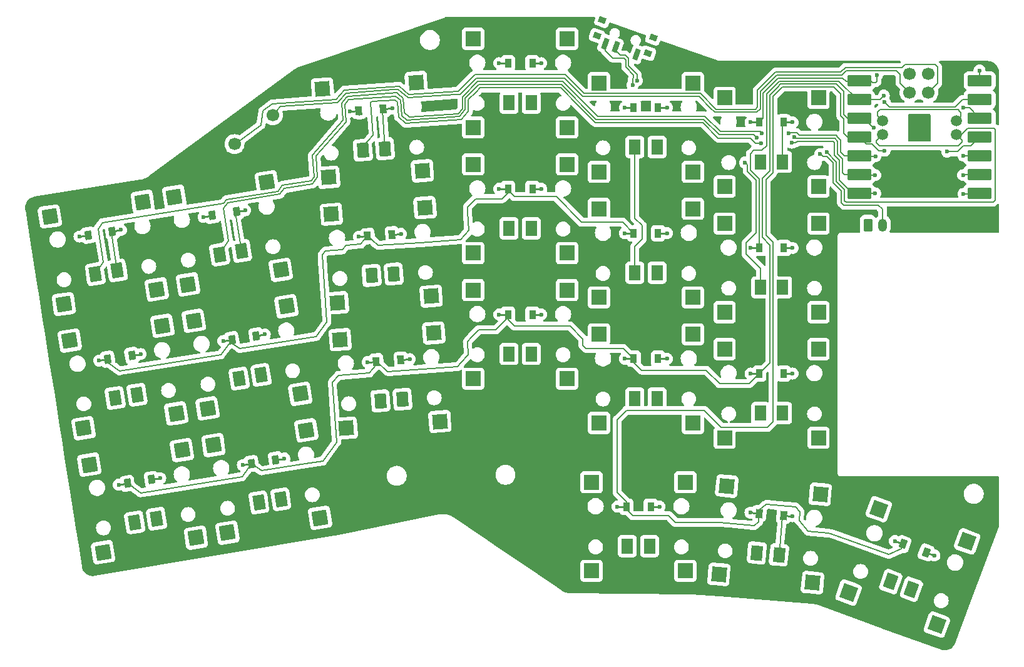
<source format=gbr>
%TF.GenerationSoftware,KiCad,Pcbnew,8.0.6*%
%TF.CreationDate,2025-08-05T00:15:41+02:00*%
%TF.ProjectId,reversible,72657665-7273-4696-926c-652e6b696361,v1.0.0*%
%TF.SameCoordinates,Original*%
%TF.FileFunction,Copper,L1,Top*%
%TF.FilePolarity,Positive*%
%FSLAX46Y46*%
G04 Gerber Fmt 4.6, Leading zero omitted, Abs format (unit mm)*
G04 Created by KiCad (PCBNEW 8.0.6) date 2025-08-05 00:15:41*
%MOMM*%
%LPD*%
G01*
G04 APERTURE LIST*
G04 Aperture macros list*
%AMRoundRect*
0 Rectangle with rounded corners*
0 $1 Rounding radius*
0 $2 $3 $4 $5 $6 $7 $8 $9 X,Y pos of 4 corners*
0 Add a 4 corners polygon primitive as box body*
4,1,4,$2,$3,$4,$5,$6,$7,$8,$9,$2,$3,0*
0 Add four circle primitives for the rounded corners*
1,1,$1+$1,$2,$3*
1,1,$1+$1,$4,$5*
1,1,$1+$1,$6,$7*
1,1,$1+$1,$8,$9*
0 Add four rect primitives between the rounded corners*
20,1,$1+$1,$2,$3,$4,$5,0*
20,1,$1+$1,$4,$5,$6,$7,0*
20,1,$1+$1,$6,$7,$8,$9,0*
20,1,$1+$1,$8,$9,$2,$3,0*%
%AMRotRect*
0 Rectangle, with rotation*
0 The origin of the aperture is its center*
0 $1 length*
0 $2 width*
0 $3 Rotation angle, in degrees counterclockwise*
0 Add horizontal line*
21,1,$1,$2,0,0,$3*%
G04 Aperture macros list end*
%TA.AperFunction,SMDPad,CuDef*%
%ADD10RotRect,2.000000X2.000000X9.000000*%
%TD*%
%TA.AperFunction,SMDPad,CuDef*%
%ADD11RotRect,1.550000X2.000000X9.000000*%
%TD*%
%TA.AperFunction,ComponentPad*%
%ADD12C,1.400000*%
%TD*%
%TA.AperFunction,SMDPad,CuDef*%
%ADD13R,0.900000X1.200000*%
%TD*%
%TA.AperFunction,SMDPad,CuDef*%
%ADD14RotRect,0.900000X1.200000X355.000000*%
%TD*%
%TA.AperFunction,SMDPad,CuDef*%
%ADD15RotRect,0.700000X1.500000X161.000000*%
%TD*%
%TA.AperFunction,SMDPad,CuDef*%
%ADD16RotRect,1.000000X0.800000X161.000000*%
%TD*%
%TA.AperFunction,SMDPad,CuDef*%
%ADD17RotRect,0.900000X1.200000X4.000000*%
%TD*%
%TA.AperFunction,ComponentPad*%
%ADD18C,1.700000*%
%TD*%
%TA.AperFunction,SMDPad,CuDef*%
%ADD19R,2.000000X2.000000*%
%TD*%
%TA.AperFunction,SMDPad,CuDef*%
%ADD20R,1.550000X2.000000*%
%TD*%
%TA.AperFunction,SMDPad,CuDef*%
%ADD21RotRect,2.000000X2.000000X4.000000*%
%TD*%
%TA.AperFunction,SMDPad,CuDef*%
%ADD22RotRect,1.550000X2.000000X4.000000*%
%TD*%
%TA.AperFunction,SMDPad,CuDef*%
%ADD23RotRect,0.900000X1.200000X9.000000*%
%TD*%
%TA.AperFunction,SMDPad,CuDef*%
%ADD24RotRect,0.900000X1.200000X340.000000*%
%TD*%
%TA.AperFunction,SMDPad,CuDef*%
%ADD25RotRect,2.000000X2.000000X340.000000*%
%TD*%
%TA.AperFunction,SMDPad,CuDef*%
%ADD26RotRect,1.550000X2.000000X340.000000*%
%TD*%
%TA.AperFunction,ComponentPad*%
%ADD27O,1.200000X1.750000*%
%TD*%
%TA.AperFunction,ComponentPad*%
%ADD28RoundRect,0.240000X-0.360000X-0.635000X0.360000X-0.635000X0.360000X0.635000X-0.360000X0.635000X0*%
%TD*%
%TA.AperFunction,CastellatedPad*%
%ADD29C,1.700000*%
%TD*%
%TA.AperFunction,CastellatedPad*%
%ADD30C,1.500000*%
%TD*%
%TA.AperFunction,SMDPad,CuDef*%
%ADD31RoundRect,0.152400X-1.497600X-0.609600X1.497600X-0.609600X1.497600X0.609600X-1.497600X0.609600X0*%
%TD*%
%TA.AperFunction,SMDPad,CuDef*%
%ADD32RoundRect,0.152400X1.497600X0.609600X-1.497600X0.609600X-1.497600X-0.609600X1.497600X-0.609600X0*%
%TD*%
%TA.AperFunction,WasherPad*%
%ADD33C,0.900000*%
%TD*%
%TA.AperFunction,SMDPad,CuDef*%
%ADD34RotRect,2.000000X2.000000X355.000000*%
%TD*%
%TA.AperFunction,SMDPad,CuDef*%
%ADD35RotRect,1.550000X2.000000X355.000000*%
%TD*%
%TA.AperFunction,ViaPad*%
%ADD36C,0.600000*%
%TD*%
%TA.AperFunction,Conductor*%
%ADD37C,0.200000*%
%TD*%
%TA.AperFunction,Conductor*%
%ADD38C,0.250000*%
%TD*%
G04 APERTURE END LIST*
D10*
%TO.P,CPG1316,3*%
%TO.N,N/C*%
X123853926Y-88660663D03*
X125731138Y-100512921D03*
X111310284Y-90647377D03*
X113187496Y-102499635D03*
D11*
%TO.P,CPG1316,2*%
%TO.N,pinky_bottom*%
X120416797Y-97962873D03*
D12*
X120416797Y-97962873D03*
D11*
%TO.P,CPG1316,1*%
%TO.N,P5*%
X117453733Y-98432170D03*
D12*
X117453733Y-98432170D03*
%TD*%
D13*
%TO.P,D15,2*%
%TO.N,index_top*%
X171456961Y-44977562D03*
%TO.P,D15,1*%
%TO.N,P0*%
X168156959Y-44977558D03*
%TD*%
D14*
%TO.P,D20,2*%
%TO.N,home_thumb*%
X188425695Y-100189965D03*
%TO.P,D20,1*%
%TO.N,P3*%
X185138247Y-99902351D03*
%TD*%
D15*
%TO.P,PWR1,3*%
%TO.N,BAT_P*%
X164314684Y-36330505D03*
%TO.P,PWR1,2*%
%TO.N,RAW*%
X165732965Y-36818860D03*
%TO.P,PWR1,1*%
%TO.N,N/C*%
X168569523Y-37795561D03*
D16*
%TO.P,PWR1,*%
%TO.N,*%
X170824374Y-35547177D03*
X163922087Y-33170531D03*
X170104868Y-37636770D03*
X163202579Y-35260126D03*
%TD*%
D13*
%TO.P,D12,2*%
%TO.N,middle_top*%
X154456965Y-38977563D03*
%TO.P,D12,1*%
%TO.N,P0*%
X151156963Y-38977559D03*
%TD*%
D17*
%TO.P,D8,2*%
%TO.N,ring_home*%
X135471364Y-62153888D03*
%TO.P,D8,1*%
%TO.N,P1*%
X132179412Y-62384082D03*
%TD*%
D18*
%TO.P,RST1,2*%
%TO.N,GND*%
X114155619Y-49926705D03*
%TO.P,RST1,1*%
%TO.N,RST*%
X119346755Y-46014913D03*
%TD*%
D19*
%TO.P,CPG1316,3*%
%TO.N,N/C*%
X176156958Y-75677563D03*
X176156961Y-87677556D03*
X163456955Y-75677560D03*
X163456958Y-87677553D03*
D20*
%TO.P,CPG1316,2*%
%TO.N,index_bottom*%
X171306961Y-84327563D03*
D12*
X171306961Y-84327563D03*
D20*
%TO.P,CPG1316,1*%
%TO.N,P8*%
X168306958Y-84327558D03*
D12*
X168306958Y-84327558D03*
%TD*%
D21*
%TO.P,CPG1316,3*%
%TO.N,N/C*%
X139580939Y-53546245D03*
X138743857Y-41575475D03*
X126911875Y-54432153D03*
X126074793Y-42461383D03*
D22*
%TO.P,CPG1316,2*%
%TO.N,ring_top*%
X134509069Y-50542727D03*
D12*
X134509069Y-50542727D03*
D22*
%TO.P,CPG1316,1*%
%TO.N,P6*%
X131516375Y-50751994D03*
D12*
X131516375Y-50751994D03*
%TD*%
D19*
%TO.P,CPG1316,3*%
%TO.N,N/C*%
X175156960Y-95677562D03*
X175156963Y-107677555D03*
X162456957Y-95677559D03*
X162456960Y-107677552D03*
D20*
%TO.P,CPG1316,2*%
%TO.N,near_thumb*%
X170306963Y-104327562D03*
D12*
X170306963Y-104327562D03*
D20*
%TO.P,CPG1316,1*%
%TO.N,P7*%
X167306960Y-104327557D03*
D12*
X167306960Y-104327557D03*
%TD*%
D23*
%TO.P,D2,2*%
%TO.N,outer_home*%
X100277937Y-78523954D03*
%TO.P,D2,1*%
%TO.N,P1*%
X97018565Y-79040182D03*
%TD*%
D13*
%TO.P,D11,2*%
%TO.N,middle_home*%
X154456964Y-55977562D03*
%TO.P,D11,1*%
%TO.N,P1*%
X151156962Y-55977558D03*
%TD*%
%TO.P,D13,2*%
%TO.N,index_bottom*%
X171456965Y-78977559D03*
%TO.P,D13,1*%
%TO.N,P2*%
X168156963Y-78977555D03*
%TD*%
%TO.P,D10,2*%
%TO.N,middle_bottom*%
X154456961Y-72977562D03*
%TO.P,D10,1*%
%TO.N,P2*%
X151156959Y-72977558D03*
%TD*%
D10*
%TO.P,CPG1316,3*%
%TO.N,N/C*%
X104403839Y-74529337D03*
X106281051Y-86381595D03*
X91860197Y-76516051D03*
X93737409Y-88368309D03*
D11*
%TO.P,CPG1316,2*%
%TO.N,outer_home*%
X100966710Y-83831547D03*
D12*
X100966710Y-83831547D03*
D11*
%TO.P,CPG1316,1*%
%TO.N,P4*%
X98003646Y-84300844D03*
D12*
X98003646Y-84300844D03*
%TD*%
D23*
%TO.P,D6,2*%
%TO.N,pinky_top*%
X114409253Y-59073862D03*
%TO.P,D6,1*%
%TO.N,P0*%
X111149881Y-59590090D03*
%TD*%
D19*
%TO.P,CPG1316,3*%
%TO.N,N/C*%
X193156962Y-43677565D03*
X193156965Y-55677558D03*
X180456959Y-43677562D03*
X180456962Y-55677555D03*
D20*
%TO.P,CPG1316,2*%
%TO.N,inner_top*%
X188306965Y-52327565D03*
D12*
X188306965Y-52327565D03*
D20*
%TO.P,CPG1316,1*%
%TO.N,P9*%
X185306962Y-52327560D03*
D12*
X185306962Y-52327560D03*
%TD*%
D24*
%TO.P,D21,2*%
%TO.N,far_thumb*%
X207712917Y-105174426D03*
%TO.P,D21,1*%
%TO.N,P3*%
X204611931Y-104045756D03*
%TD*%
D13*
%TO.P,D19,2*%
%TO.N,near_thumb*%
X170456962Y-98977557D03*
%TO.P,D19,1*%
%TO.N,P3*%
X167156960Y-98977553D03*
%TD*%
D23*
%TO.P,D5,2*%
%TO.N,pinky_home*%
X117068640Y-75864571D03*
%TO.P,D5,1*%
%TO.N,P1*%
X113809268Y-76380799D03*
%TD*%
D21*
%TO.P,CPG1316,3*%
%TO.N,N/C*%
X140766805Y-70504832D03*
X139929723Y-58534062D03*
X128097741Y-71390740D03*
X127260659Y-59419970D03*
D22*
%TO.P,CPG1316,2*%
%TO.N,ring_home*%
X135694935Y-67501314D03*
D12*
X135694935Y-67501314D03*
D22*
%TO.P,CPG1316,1*%
%TO.N,P6*%
X132702241Y-67710581D03*
D12*
X132702241Y-67710581D03*
%TD*%
D13*
%TO.P,D17,2*%
%TO.N,inner_home*%
X188456959Y-63977559D03*
%TO.P,D17,1*%
%TO.N,P1*%
X185156957Y-63977555D03*
%TD*%
D21*
%TO.P,CPG1316,3*%
%TO.N,N/C*%
X141952662Y-87463425D03*
X141115580Y-75492655D03*
X129283598Y-88349333D03*
X128446516Y-76378563D03*
D22*
%TO.P,CPG1316,2*%
%TO.N,ring_bottom*%
X136880792Y-84459907D03*
D12*
X136880792Y-84459907D03*
D22*
%TO.P,CPG1316,1*%
%TO.N,P6*%
X133888098Y-84669174D03*
D12*
X133888098Y-84669174D03*
%TD*%
D19*
%TO.P,CPG1316,3*%
%TO.N,N/C*%
X176156963Y-41677559D03*
X176156966Y-53677552D03*
X163456960Y-41677556D03*
X163456963Y-53677549D03*
D20*
%TO.P,CPG1316,2*%
%TO.N,index_top*%
X171306966Y-50327559D03*
D12*
X171306966Y-50327559D03*
D20*
%TO.P,CPG1316,1*%
%TO.N,P8*%
X168306963Y-50327554D03*
D12*
X168306963Y-50327554D03*
%TD*%
D19*
%TO.P,CPG1316,3*%
%TO.N,N/C*%
X159156959Y-52677561D03*
X159156962Y-64677554D03*
X146456956Y-52677558D03*
X146456959Y-64677551D03*
D20*
%TO.P,CPG1316,2*%
%TO.N,middle_home*%
X154306962Y-61327561D03*
D12*
X154306962Y-61327561D03*
D20*
%TO.P,CPG1316,1*%
%TO.N,P7*%
X151306959Y-61327556D03*
D12*
X151306959Y-61327556D03*
%TD*%
D19*
%TO.P,CPG1316,3*%
%TO.N,N/C*%
X193156962Y-60677563D03*
X193156965Y-72677556D03*
X180456959Y-60677560D03*
X180456962Y-72677553D03*
D20*
%TO.P,CPG1316,2*%
%TO.N,inner_home*%
X188306965Y-69327563D03*
D12*
X188306965Y-69327563D03*
D20*
%TO.P,CPG1316,1*%
%TO.N,P9*%
X185306962Y-69327558D03*
D12*
X185306962Y-69327558D03*
%TD*%
D19*
%TO.P,CPG1316,3*%
%TO.N,N/C*%
X176156957Y-58677564D03*
X176156960Y-70677557D03*
X163456954Y-58677561D03*
X163456957Y-70677554D03*
D20*
%TO.P,CPG1316,2*%
%TO.N,index_home*%
X171306960Y-67327564D03*
D12*
X171306960Y-67327564D03*
D20*
%TO.P,CPG1316,1*%
%TO.N,P8*%
X168306957Y-67327559D03*
D12*
X168306957Y-67327559D03*
%TD*%
D17*
%TO.P,D7,2*%
%TO.N,ring_bottom*%
X136657221Y-79112471D03*
%TO.P,D7,1*%
%TO.N,P2*%
X133365269Y-79342665D03*
%TD*%
D23*
%TO.P,D3,2*%
%TO.N,outer_top*%
X97618549Y-61733248D03*
%TO.P,D3,1*%
%TO.N,P0*%
X94359177Y-62249476D03*
%TD*%
D10*
%TO.P,CPG1316,3*%
%TO.N,N/C*%
X101744451Y-57738640D03*
X103621663Y-69590898D03*
X89200809Y-59725354D03*
X91078021Y-71577612D03*
D11*
%TO.P,CPG1316,2*%
%TO.N,outer_top*%
X98307322Y-67040850D03*
D12*
X98307322Y-67040850D03*
D11*
%TO.P,CPG1316,1*%
%TO.N,P4*%
X95344258Y-67510147D03*
D12*
X95344258Y-67510147D03*
%TD*%
D23*
%TO.P,D4,2*%
%TO.N,pinky_bottom*%
X119728025Y-92655270D03*
%TO.P,D4,1*%
%TO.N,P2*%
X116468653Y-93171498D03*
%TD*%
D19*
%TO.P,CPG1316,3*%
%TO.N,N/C*%
X159156964Y-35677565D03*
X159156967Y-47677558D03*
X146456961Y-35677562D03*
X146456964Y-47677555D03*
D20*
%TO.P,CPG1316,2*%
%TO.N,middle_top*%
X154306967Y-44327565D03*
D12*
X154306967Y-44327565D03*
D20*
%TO.P,CPG1316,1*%
%TO.N,P7*%
X151306964Y-44327560D03*
D12*
X151306964Y-44327560D03*
%TD*%
D13*
%TO.P,D16,2*%
%TO.N,inner_bottom*%
X188456963Y-80977555D03*
%TO.P,D16,1*%
%TO.N,P2*%
X185156961Y-80977551D03*
%TD*%
%TO.P,D14,2*%
%TO.N,index_home*%
X171456964Y-61977556D03*
%TO.P,D14,1*%
%TO.N,P1*%
X168156962Y-61977552D03*
%TD*%
D23*
%TO.P,D1,2*%
%TO.N,outer_bottom*%
X102937323Y-95314657D03*
%TO.P,D1,1*%
%TO.N,P2*%
X99677951Y-95830885D03*
%TD*%
D19*
%TO.P,CPG1316,3*%
%TO.N,N/C*%
X193156960Y-77677561D03*
X193156963Y-89677554D03*
X180456957Y-77677558D03*
X180456960Y-89677551D03*
D20*
%TO.P,CPG1316,2*%
%TO.N,inner_bottom*%
X188306963Y-86327561D03*
D12*
X188306963Y-86327561D03*
D20*
%TO.P,CPG1316,1*%
%TO.N,P9*%
X185306960Y-86327556D03*
D12*
X185306960Y-86327556D03*
%TD*%
D10*
%TO.P,CPG1316,3*%
%TO.N,N/C*%
X118535153Y-55079248D03*
X120412365Y-66931506D03*
X105991511Y-57065962D03*
X107868723Y-68918220D03*
D11*
%TO.P,CPG1316,2*%
%TO.N,pinky_top*%
X115098024Y-64381458D03*
D12*
X115098024Y-64381458D03*
D11*
%TO.P,CPG1316,1*%
%TO.N,P5*%
X112134960Y-64850755D03*
D12*
X112134960Y-64850755D03*
%TD*%
D25*
%TO.P,CPG1316,3*%
%TO.N,N/C*%
X213258137Y-103680942D03*
X209153895Y-114957254D03*
X201324041Y-99337288D03*
X197219799Y-110613600D03*
D26*
%TO.P,CPG1316,2*%
%TO.N,far_thumb*%
X205742157Y-110150482D03*
D12*
X205742157Y-110150482D03*
D26*
%TO.P,CPG1316,1*%
%TO.N,P9*%
X202923078Y-109124422D03*
D12*
X202923078Y-109124422D03*
%TD*%
D13*
%TO.P,D18,2*%
%TO.N,inner_top*%
X188456962Y-46977560D03*
%TO.P,D18,1*%
%TO.N,P0*%
X185156960Y-46977556D03*
%TD*%
D17*
%TO.P,D9,2*%
%TO.N,ring_top*%
X134285508Y-45195297D03*
%TO.P,D9,1*%
%TO.N,P0*%
X130993556Y-45425491D03*
%TD*%
D27*
%TO.P,JST1,2*%
%TO.N,BAT_P*%
X201829995Y-60869998D03*
D28*
%TO.P,JST1,1*%
%TO.N,GND*%
X199830003Y-60870000D03*
%TD*%
D19*
%TO.P,CPG1316,3*%
%TO.N,N/C*%
X159156962Y-69677564D03*
X159156965Y-81677557D03*
X146456959Y-69677561D03*
X146456962Y-81677554D03*
D20*
%TO.P,CPG1316,2*%
%TO.N,middle_bottom*%
X154306965Y-78327564D03*
D12*
X154306965Y-78327564D03*
D20*
%TO.P,CPG1316,1*%
%TO.N,P7*%
X151306962Y-78327559D03*
D12*
X151306962Y-78327559D03*
%TD*%
D29*
%TO.P,REF\u002A\u002A,22*%
%TO.N,GND*%
X208021959Y-42949060D03*
%TO.P,REF\u002A\u002A,21*%
%TO.N,RST*%
X205481961Y-42949058D03*
%TO.P,REF\u002A\u002A,20*%
%TO.N,CLK*%
X208021959Y-40409055D03*
%TO.P,REF\u002A\u002A,19*%
%TO.N,DIO*%
X205481956Y-40409059D03*
D30*
%TO.P,REF\u002A\u002A,16*%
%TO.N,GND*%
X211806964Y-46759061D03*
X201806955Y-46759058D03*
%TO.P,REF\u002A\u002A,15*%
%TO.N,RAW*%
X211806956Y-48664052D03*
X201806958Y-48664055D03*
D31*
%TO.P,REF\u002A\u002A,14*%
%TO.N,VCC5*%
X214961957Y-41357557D03*
%TO.P,REF\u002A\u002A,13*%
%TO.N,GND*%
X214961963Y-43897562D03*
%TO.P,REF\u002A\u002A,12*%
%TO.N,VCC33*%
X214961960Y-46437560D03*
%TO.P,REF\u002A\u002A,11*%
%TO.N,P10*%
X214961958Y-48977562D03*
%TO.P,REF\u002A\u002A,10*%
%TO.N,P9*%
X214961959Y-51517562D03*
%TO.P,REF\u002A\u002A,9*%
%TO.N,P8*%
X214961959Y-54057557D03*
%TO.P,REF\u002A\u002A,8*%
%TO.N,P7*%
X214961962Y-56597553D03*
D32*
%TO.P,REF\u002A\u002A,7*%
%TO.N,P6*%
X198651963Y-56597561D03*
%TO.P,REF\u002A\u002A,6*%
%TO.N,P5*%
X198651957Y-54057556D03*
%TO.P,REF\u002A\u002A,5*%
%TO.N,P4*%
X198651960Y-51517558D03*
%TO.P,REF\u002A\u002A,4*%
%TO.N,P3*%
X198651962Y-48977556D03*
%TO.P,REF\u002A\u002A,3*%
%TO.N,P2*%
X198651961Y-46437556D03*
%TO.P,REF\u002A\u002A,2*%
%TO.N,P1*%
X198651961Y-43897561D03*
%TO.P,REF\u002A\u002A,1*%
%TO.N,P0*%
X198651958Y-41357565D03*
D33*
%TO.P,REF\u002A\u002A,*%
%TO.N,*%
X214426964Y-46437559D03*
X214426962Y-48977562D03*
X214426962Y-54057560D03*
X214426961Y-51517559D03*
X214426959Y-43897559D03*
X214426958Y-41357562D03*
X214426957Y-56597557D03*
X199186963Y-41357561D03*
X199186962Y-56597556D03*
X199186961Y-54057559D03*
X199186959Y-46437559D03*
X199186958Y-43897558D03*
X199186958Y-48977556D03*
X199186956Y-51517559D03*
%TD*%
D10*
%TO.P,CPG1316,3*%
%TO.N,N/C*%
X107063226Y-91320043D03*
X108940438Y-103172301D03*
X94519584Y-93306757D03*
X96396796Y-105159015D03*
D11*
%TO.P,CPG1316,2*%
%TO.N,outer_bottom*%
X103626097Y-100622253D03*
D12*
X103626097Y-100622253D03*
D11*
%TO.P,CPG1316,1*%
%TO.N,P4*%
X100663033Y-101091550D03*
D12*
X100663033Y-101091550D03*
%TD*%
D10*
%TO.P,CPG1316,3*%
%TO.N,N/C*%
X121194546Y-71869953D03*
X123071758Y-83722211D03*
X108650904Y-73856667D03*
X110528116Y-85708925D03*
D11*
%TO.P,CPG1316,2*%
%TO.N,pinky_home*%
X117757417Y-81172163D03*
D12*
X117757417Y-81172163D03*
D11*
%TO.P,CPG1316,1*%
%TO.N,P5*%
X114794353Y-81641460D03*
D12*
X114794353Y-81641460D03*
%TD*%
D34*
%TO.P,CPG1316,3*%
%TO.N,N/C*%
X193395418Y-97312152D03*
X192349550Y-109266490D03*
X180743746Y-96205276D03*
X179697878Y-108159614D03*
D35*
%TO.P,CPG1316,2*%
%TO.N,home_thumb*%
X187809975Y-105506529D03*
D12*
X187809975Y-105506529D03*
D35*
%TO.P,CPG1316,1*%
%TO.N,P8*%
X184821387Y-105245066D03*
D12*
X184821387Y-105245066D03*
%TD*%
D36*
%TO.N,P4*%
X189145000Y-48475000D03*
X200870002Y-51580001D03*
X185519999Y-48459999D03*
%TO.N,outer_bottom*%
X104122551Y-95126939D03*
%TO.N,outer_home*%
X101463163Y-78336230D03*
%TO.N,outer_top*%
X98803775Y-61545526D03*
%TO.N,P5*%
X189859995Y-48999998D03*
X184789998Y-49069998D03*
X200840001Y-54120002D03*
%TO.N,pinky_bottom*%
X120913253Y-92467545D03*
%TO.N,pinky_home*%
X118253869Y-75676842D03*
%TO.N,pinky_top*%
X115594476Y-58886142D03*
%TO.N,P6*%
X200830002Y-56590000D03*
X185370001Y-49810000D03*
X189570002Y-49749999D03*
%TO.N,ring_bottom*%
X137854309Y-79028767D03*
%TO.N,ring_home*%
X136668447Y-62070174D03*
%TO.N,ring_top*%
X135482584Y-45111588D03*
%TO.N,P7*%
X212759998Y-56670000D03*
%TO.N,middle_bottom*%
X155656965Y-72977557D03*
%TO.N,middle_home*%
X155656961Y-55977561D03*
%TO.N,middle_top*%
X155656963Y-38977562D03*
%TO.N,P8*%
X212709998Y-54119997D03*
%TO.N,index_bottom*%
X172656960Y-78977559D03*
%TO.N,index_home*%
X172656956Y-61977556D03*
%TO.N,index_top*%
X172656959Y-44977559D03*
%TO.N,P9*%
X183220000Y-52419999D03*
X212750002Y-51500001D03*
%TO.N,inner_bottom*%
X189656957Y-80977552D03*
%TO.N,inner_home*%
X189656963Y-63977556D03*
%TO.N,inner_top*%
X189656965Y-46977556D03*
%TO.N,near_thumb*%
X171656964Y-98977556D03*
%TO.N,home_thumb*%
X189621125Y-100294548D03*
%TO.N,far_thumb*%
X208840553Y-105584849D03*
%TO.N,P2*%
X98492722Y-96018606D03*
X132168189Y-79426375D03*
X200660002Y-47670001D03*
X149956961Y-72977563D03*
X183956959Y-80977564D03*
X166956958Y-78977557D03*
X115283427Y-93359220D03*
%TO.N,P1*%
X112624039Y-76568522D03*
X130982330Y-62467795D03*
X202000000Y-43360003D03*
X95833337Y-79227910D03*
X183956963Y-63977555D03*
X166956961Y-61977560D03*
X149956961Y-55977561D03*
%TO.N,P0*%
X149956958Y-38977561D03*
X109964653Y-59777816D03*
X93173953Y-62437200D03*
X201070000Y-40619998D03*
X129796473Y-45509197D03*
X166956959Y-44977557D03*
X183956955Y-46977560D03*
%TO.N,P3*%
X203484302Y-103635336D03*
X202080000Y-50829997D03*
X183942818Y-99797762D03*
X165956965Y-98977558D03*
%TO.N,P10*%
X210550000Y-50959998D03*
%TO.N,VCC33*%
X212760001Y-45030004D03*
%TO.N,VCC5*%
X214940002Y-39960002D03*
%TO.N,GND*%
X202110001Y-44260002D03*
%TO.N,RAW*%
X194269999Y-51019999D03*
X168610001Y-41330000D03*
%TO.N,BAT_P*%
X168000001Y-41920000D03*
X193360002Y-51289997D03*
%TD*%
D37*
%TO.N,P9*%
X183340000Y-64640000D02*
X183340001Y-63319999D01*
X183340000Y-64640000D02*
X183340000Y-64763037D01*
X183340000Y-64763037D02*
X185306963Y-66730000D01*
X185306963Y-69327555D02*
X185306963Y-66730000D01*
%TO.N,RAW*%
X165732965Y-36818860D02*
X165732965Y-37272966D01*
X165732965Y-37272966D02*
X165732966Y-37272967D01*
X168610001Y-41330000D02*
X168610001Y-41329999D01*
X166330000Y-37870000D02*
X165732966Y-37272967D01*
X168610001Y-41329999D02*
X168610001Y-40489999D01*
X167480000Y-38339999D02*
X167010000Y-37870000D01*
X168610001Y-40489999D02*
X167480000Y-39359999D01*
X167480000Y-39359999D02*
X167480000Y-38339999D01*
X167010000Y-37870000D02*
X166330000Y-37870000D01*
X165732966Y-37272967D02*
X165732967Y-36818860D01*
%TO.N,BAT_P*%
X164314687Y-36330506D02*
X164314686Y-37280000D01*
X166830001Y-38270001D02*
X167080001Y-38520001D01*
X164314686Y-37280000D02*
X164817343Y-37782657D01*
X164817343Y-37782657D02*
X165304685Y-38269999D01*
X168152156Y-40939314D02*
X168000000Y-41091472D01*
X165304685Y-38269999D02*
X166830001Y-38270001D01*
X167080001Y-38520001D02*
X167080000Y-39525685D01*
X167080000Y-39525685D02*
X168152157Y-40597843D01*
X168152157Y-40597843D02*
X168152156Y-40939314D01*
X168000000Y-41091472D02*
X168000001Y-41920000D01*
%TO.N,P3*%
X202080000Y-50829997D02*
X201299997Y-50829998D01*
X201299997Y-50829998D02*
X200409998Y-49940001D01*
X199614405Y-49940001D02*
X199527202Y-49852800D01*
X198651963Y-48977557D02*
X197057560Y-48977556D01*
X199527202Y-49852800D02*
X198651963Y-48977557D01*
X196550001Y-46509998D02*
X196174999Y-46134999D01*
X196174999Y-46134999D02*
X196175000Y-43135000D01*
X196550001Y-48470003D02*
X196550001Y-46509998D01*
X200409998Y-49940001D02*
X199614405Y-49940001D01*
X196175000Y-43135000D02*
X195250003Y-42209998D01*
X197057560Y-48977556D02*
X196550001Y-48470003D01*
X195250003Y-42209998D02*
X188259997Y-42210002D01*
X188259997Y-42210002D02*
X187115001Y-43354997D01*
%TO.N,P0*%
X201070000Y-40619998D02*
X201070000Y-41450000D01*
X200890001Y-41630000D02*
X200470000Y-41630000D01*
X200197566Y-41357568D02*
X198651955Y-41357569D01*
X201070000Y-41450000D02*
X200890001Y-41630000D01*
X200470000Y-41630000D02*
X200197566Y-41357568D01*
%TO.N,P4*%
X189145000Y-48475000D02*
X189240001Y-48380003D01*
X195530000Y-48730001D02*
X195749997Y-48950000D01*
X189240001Y-48380003D02*
X190229999Y-48380000D01*
X190229999Y-48380000D02*
X190580002Y-48729999D01*
X190580002Y-48729999D02*
X195530000Y-48730001D01*
%TO.N,P6*%
X195289996Y-51420002D02*
X195989998Y-52119999D01*
X195290005Y-49750002D02*
X195289996Y-51420002D01*
X189570002Y-49749999D02*
X190090001Y-49749999D01*
X190274999Y-49564998D02*
X195105003Y-49564999D01*
X190090001Y-49749999D02*
X190274999Y-49564998D01*
X195105003Y-49564999D02*
X195290005Y-49750002D01*
X195990002Y-54810000D02*
X197777560Y-56597563D01*
X195989998Y-52119999D02*
X195990002Y-54810000D01*
X197777560Y-56597563D02*
X198651961Y-56597564D01*
%TO.N,P4*%
X195530002Y-48730001D02*
X195749997Y-48950000D01*
X195749997Y-48950000D02*
X196170001Y-49369999D01*
%TO.N,P5*%
X195750000Y-49529999D02*
X195750001Y-51270002D01*
X196400003Y-53767559D02*
X196689999Y-54057558D01*
X189859995Y-48999998D02*
X189990000Y-49129998D01*
X189990000Y-49129998D02*
X195350002Y-49129999D01*
X195750001Y-51270002D02*
X196400001Y-51920000D01*
X195350002Y-49129999D02*
X195750000Y-49529999D01*
X196400001Y-51920000D02*
X196400003Y-53767559D01*
X196689999Y-54057558D02*
X198651960Y-54057558D01*
%TO.N,P4*%
X196170001Y-49369999D02*
X196169997Y-51000002D01*
X196687562Y-51517558D02*
X198651958Y-51517560D01*
X198651958Y-51517560D02*
X198714401Y-51580001D01*
X198714401Y-51580001D02*
X200870002Y-51580001D01*
X196169997Y-51000002D02*
X196687562Y-51517558D01*
%TO.N,P6*%
X162949999Y-47009999D02*
X160794999Y-44855000D01*
X147364998Y-42324998D02*
X146849742Y-42840261D01*
X144852044Y-46579095D02*
X137310461Y-47106452D01*
X179580002Y-49100000D02*
X177489998Y-47009999D01*
X184620002Y-49810000D02*
X183930004Y-49120002D01*
X183910001Y-49100000D02*
X179580002Y-49100000D01*
X158265002Y-42324995D02*
X147364998Y-42324998D01*
X185370001Y-49810000D02*
X184620002Y-49810000D01*
X132892854Y-48728564D02*
X131487898Y-50344775D01*
X160794999Y-44855000D02*
X158265002Y-42324995D01*
X177489998Y-47009999D02*
X163190000Y-47010000D01*
X163190000Y-47010000D02*
X162949999Y-47009999D01*
X146849742Y-42840261D02*
X145803050Y-43886952D01*
X145803050Y-43886952D02*
X145803048Y-45485093D01*
X145803048Y-45485093D02*
X144852044Y-46579095D01*
X136214301Y-44260988D02*
X135856743Y-43950172D01*
X183930004Y-49120002D02*
X183910001Y-49100000D01*
X135856743Y-43950172D02*
X132744346Y-44167812D01*
X136355212Y-46276068D02*
X136214301Y-44260988D01*
X132744346Y-44167812D02*
X132586620Y-44349256D01*
X132586620Y-44349256D02*
X132892854Y-48728564D01*
X131487898Y-50344775D02*
X131516373Y-50751997D01*
X137310461Y-47106452D02*
X136355212Y-46276068D01*
%TO.N,P4*%
X144972407Y-45146527D02*
X144396531Y-45808996D01*
X137139488Y-45664872D02*
X137004854Y-43739572D01*
X158569998Y-41449998D02*
X147046792Y-41449998D01*
X185290002Y-48230001D02*
X179860000Y-48230000D01*
X163259998Y-46140000D02*
X158569998Y-41449998D01*
X136311099Y-43136498D02*
X136113644Y-42964852D01*
X95334308Y-67447319D02*
X95344258Y-67510147D01*
X185519999Y-48459999D02*
X185290002Y-48230001D01*
X124529079Y-54885084D02*
X120647469Y-55499873D01*
X137833247Y-46267947D02*
X137139488Y-45664872D01*
X179860000Y-48230000D02*
X177770002Y-46140002D01*
X147046792Y-41449998D02*
X144972406Y-43524384D01*
X136113644Y-42964852D02*
X129479840Y-43428734D01*
X144972406Y-43524384D02*
X144972407Y-45146527D01*
X96325942Y-60536611D02*
X95702502Y-61394700D01*
X128649453Y-44383983D02*
X128812681Y-46718287D01*
X144396531Y-45808996D02*
X137833247Y-46267947D01*
X95702502Y-61394700D02*
X96423664Y-65947941D01*
X129479840Y-43428734D02*
X129294278Y-43642198D01*
X129294278Y-43642198D02*
X128649453Y-44383983D01*
X177770002Y-46140002D02*
X163259998Y-46140000D01*
X96423664Y-65947941D02*
X95334308Y-67447319D01*
X128812681Y-46718287D02*
X124709300Y-51438685D01*
X124709300Y-51438685D02*
X124913315Y-54356228D01*
X137004854Y-43739572D02*
X136311099Y-43136498D01*
X124913315Y-54356228D02*
X124529079Y-54885084D01*
X120647469Y-55499873D02*
X120048962Y-56323641D01*
X120048962Y-56323641D02*
X113056129Y-57431200D01*
X113056129Y-57431200D02*
X112682065Y-57946056D01*
X112682065Y-57946056D02*
X96325942Y-60536611D01*
%TO.N,P5*%
X129062431Y-44555594D02*
X129226359Y-46899865D01*
X145387630Y-43712371D02*
X145387631Y-45278564D01*
X137482073Y-46693482D02*
X136766968Y-46071847D01*
X147240001Y-41859999D02*
X147240002Y-41860002D01*
X120877455Y-55929180D02*
X120312201Y-56707188D01*
X179704316Y-48640000D02*
X177624313Y-46560002D01*
X125381879Y-54394350D02*
X125370721Y-54407185D01*
X147240002Y-41860002D02*
X145525002Y-43575000D01*
X113269983Y-57822562D02*
X112679794Y-58634888D01*
X145387631Y-45278564D02*
X144589718Y-46196461D01*
X177624313Y-46560002D02*
X163065686Y-46559998D01*
X136623270Y-44016868D02*
X135988210Y-43464821D01*
X163065686Y-46559998D02*
X158365684Y-41860001D01*
X158365684Y-41860001D02*
X147240001Y-41859999D01*
X129623755Y-43909866D02*
X129308299Y-44272756D01*
X145525002Y-43575000D02*
X145387630Y-43712371D01*
X184360000Y-48640004D02*
X183820001Y-48639997D01*
X144589718Y-46196461D02*
X137482073Y-46693482D01*
X136766968Y-46071847D02*
X136623270Y-44016868D01*
X183820001Y-48639997D02*
X179704316Y-48640000D01*
X129308299Y-44272756D02*
X129062431Y-44555594D01*
X129226359Y-46899865D02*
X125183064Y-51551149D01*
X135988210Y-43464821D02*
X129623755Y-43909866D01*
X124705424Y-55322890D02*
X120877455Y-55929180D01*
X125183064Y-51551149D02*
X125381879Y-54394350D01*
X184789998Y-49069998D02*
X184360000Y-48640004D01*
X125370721Y-54407185D02*
X124705424Y-55322890D01*
X120312201Y-56707188D02*
X113269983Y-57822562D01*
X112679794Y-58634888D02*
X113375928Y-63030105D01*
X113375928Y-63030105D02*
X112120312Y-64758301D01*
X112120312Y-64758301D02*
X112134962Y-64850761D01*
D38*
%TO.N,outer_bottom*%
X102937325Y-95314650D02*
X104122551Y-95126939D01*
%TO.N,outer_home*%
X100277935Y-78523953D02*
X101463163Y-78336230D01*
%TO.N,outer_top*%
X97618549Y-61733253D02*
X98803775Y-61545526D01*
D37*
X97493865Y-61904864D02*
X97618551Y-61733253D01*
X98307326Y-67040853D02*
X97493865Y-61904864D01*
%TO.N,P5*%
X198714402Y-54120002D02*
X198651959Y-54057559D01*
X200840001Y-54120002D02*
X198714402Y-54120002D01*
D38*
%TO.N,pinky_bottom*%
X119728021Y-92655269D02*
X120913253Y-92467545D01*
%TO.N,pinky_home*%
X117068638Y-75864568D02*
X118253869Y-75676842D01*
%TO.N,pinky_top*%
X114409248Y-59073866D02*
X115594476Y-58886142D01*
D37*
X115098027Y-64381462D02*
X114284564Y-59245483D01*
X114284564Y-59245483D02*
X114409251Y-59073863D01*
%TO.N,P6*%
X198659525Y-56589997D02*
X198651964Y-56597563D01*
X200830002Y-56590000D02*
X198659525Y-56589997D01*
%TO.N,ring_bottom*%
X136518057Y-79272556D02*
X136657226Y-79112472D01*
D38*
X136657232Y-79112474D02*
X137854309Y-79028767D01*
%TO.N,ring_home*%
X135471367Y-62153887D02*
X136668447Y-62070174D01*
D37*
X135694936Y-67501313D02*
X135834103Y-67341218D01*
D38*
%TO.N,ring_top*%
X134285508Y-45195294D02*
X135482584Y-45111588D01*
D37*
X134146335Y-45355387D02*
X134285504Y-45195295D01*
X134509069Y-50542724D02*
X134146335Y-45355387D01*
%TO.N,P7*%
X214889519Y-56670001D02*
X214961960Y-56597559D01*
X151306956Y-78327560D02*
X151306963Y-79036959D01*
X212759998Y-56670000D02*
X214889519Y-56670001D01*
D38*
%TO.N,middle_bottom*%
X154456963Y-72977557D02*
X155656965Y-72977557D01*
%TO.N,middle_home*%
X154456959Y-55977554D02*
X155656961Y-55977561D01*
%TO.N,middle_top*%
X154456958Y-38977561D02*
X155656963Y-38977562D01*
D37*
X154306966Y-44327559D02*
X154456965Y-44177562D01*
%TO.N,P8*%
X212772446Y-54057559D02*
X214961956Y-54057557D01*
X168319996Y-50340594D02*
X168320004Y-59959996D01*
X168306963Y-63773035D02*
X168306961Y-67327561D01*
X168320004Y-59959996D02*
X169309997Y-60950001D01*
X212709998Y-54119997D02*
X212772446Y-54057559D01*
X169309997Y-62770002D02*
X168306963Y-63773035D01*
X168306963Y-50327558D02*
X168319996Y-50340594D01*
X169309997Y-60950001D02*
X169309997Y-62770002D01*
D38*
%TO.N,index_bottom*%
X171456960Y-78977555D02*
X172656960Y-78977559D01*
%TO.N,index_home*%
X171456962Y-61977560D02*
X172656956Y-61977556D01*
D37*
%TO.N,index_top*%
X171306960Y-45127550D02*
X171456957Y-44977556D01*
D38*
X171456960Y-44977557D02*
X172656959Y-44977559D01*
D37*
%TO.N,P9*%
X184710001Y-61949999D02*
X184710000Y-54785685D01*
X214944396Y-51500000D02*
X214961958Y-51517560D01*
X183529998Y-52729999D02*
X183220000Y-52419999D01*
X183340001Y-63319999D02*
X184710001Y-61949999D01*
X212750002Y-51500001D02*
X214944396Y-51500000D01*
X184710000Y-54785685D02*
X183530002Y-53605684D01*
X183530002Y-53605684D02*
X183529998Y-52729999D01*
D38*
%TO.N,inner_bottom*%
X188456959Y-80977569D02*
X189656957Y-80977552D01*
%TO.N,inner_home*%
X188456960Y-63977560D02*
X189656963Y-63977556D01*
D37*
%TO.N,inner_top*%
X188306963Y-47127552D02*
X188456957Y-46977558D01*
X188306963Y-47127552D02*
X188456958Y-46977558D01*
X188306964Y-52327560D02*
X188306963Y-47127552D01*
D38*
X188456962Y-46977556D02*
X189656965Y-46977556D01*
%TO.N,near_thumb*%
X170456966Y-98977559D02*
X171656964Y-98977556D01*
%TO.N,home_thumb*%
X188425689Y-100189969D02*
X189621125Y-100294548D01*
D37*
X187809974Y-105506530D02*
X188263189Y-100326327D01*
X188263189Y-100326327D02*
X188425698Y-100189966D01*
D38*
%TO.N,far_thumb*%
X207712920Y-105174423D02*
X208840553Y-105584849D01*
D37*
%TO.N,P2*%
X187605687Y-42260000D02*
X187609999Y-42259997D01*
X185580002Y-54557842D02*
X186567844Y-53569999D01*
X128247453Y-81211737D02*
X127401698Y-82184663D01*
X185580002Y-62549999D02*
X185580003Y-56720003D01*
D38*
X133365270Y-79342669D02*
X132168189Y-79426375D01*
D37*
X133379077Y-79540201D02*
X133365270Y-79342669D01*
X168156966Y-79426960D02*
X168156964Y-78977559D01*
X117791125Y-94132332D02*
X116468657Y-93171497D01*
X134877762Y-80697980D02*
X133368285Y-79385807D01*
X168156964Y-78977559D02*
X166759403Y-77580004D01*
X147189998Y-75050001D02*
X146171729Y-76068276D01*
X196600001Y-42830001D02*
X196600000Y-45929998D01*
X199312445Y-46437555D02*
X200544884Y-47670002D01*
X146171729Y-76068276D02*
X145652704Y-76665339D01*
X133365273Y-79342664D02*
X133393299Y-79743469D01*
X200544884Y-47670002D02*
X200660002Y-47670001D01*
X159539997Y-74539998D02*
X152040003Y-74540001D01*
X169260001Y-80530000D02*
X168156966Y-79426960D01*
X151156966Y-73393038D02*
X149500000Y-75049996D01*
X179785003Y-82345003D02*
X177970002Y-80530003D01*
X188059997Y-41809998D02*
X195580004Y-41810002D01*
X185156961Y-80977556D02*
X183877261Y-82257259D01*
X133365270Y-79342669D02*
X133369677Y-79405761D01*
X123761325Y-93186747D02*
X117791125Y-94132332D01*
X183789519Y-82345003D02*
X179785003Y-82345003D01*
X186567844Y-53569999D02*
X186567844Y-43297845D01*
X115183635Y-94940177D02*
X116468652Y-93171500D01*
D38*
X151156960Y-72977556D02*
X149956961Y-72977563D01*
D37*
X161719999Y-77580000D02*
X161279995Y-77139995D01*
X101446633Y-97115903D02*
X115183635Y-94940177D01*
X151156958Y-73656963D02*
X151156958Y-72977557D01*
X132367387Y-80923645D02*
X128247453Y-81211737D01*
X133367051Y-79342540D02*
X133365274Y-79342665D01*
X145774860Y-78412267D02*
X144782107Y-79554301D01*
X183877261Y-82257259D02*
X183789519Y-82345003D01*
X161279995Y-77139995D02*
X161279996Y-76280002D01*
X123761325Y-93186747D02*
X126121900Y-92812863D01*
X152040003Y-74540001D02*
X151156958Y-73656963D01*
X185156965Y-80977558D02*
X186610000Y-79524522D01*
X177970002Y-80530003D02*
X169260001Y-80530000D01*
D38*
X99677956Y-95830884D02*
X98492722Y-96018606D01*
D37*
X186610002Y-63580000D02*
X185580002Y-62549999D01*
X161279996Y-76280002D02*
X159539997Y-74539998D01*
X196725000Y-46055000D02*
X197107557Y-46437556D01*
X127401698Y-82184663D02*
X127967282Y-90272915D01*
D38*
X185156961Y-80977556D02*
X183956959Y-80977564D01*
D37*
X187609999Y-42259997D02*
X188059997Y-41809998D01*
X186610000Y-79524522D02*
X186610002Y-63580000D01*
X99677957Y-95830885D02*
X101446633Y-97115903D01*
X144782107Y-79554301D02*
X144364595Y-80034595D01*
D38*
X116468653Y-93171500D02*
X115283427Y-93359220D01*
D37*
X151156958Y-72977557D02*
X151156966Y-73393038D01*
X149500000Y-75049996D02*
X147189998Y-75050001D01*
X196600000Y-45929998D02*
X196725000Y-46055000D01*
X126121900Y-92812863D02*
X127967282Y-90272915D01*
X195580004Y-41810002D02*
X196600001Y-42830001D01*
X186567844Y-43297845D02*
X187605687Y-42260000D01*
X185580003Y-56720003D02*
X185580002Y-54557842D01*
X144364595Y-80034595D02*
X134877762Y-80697980D01*
X133393299Y-79743469D02*
X132367387Y-80923645D01*
X197107557Y-46437556D02*
X199312445Y-46437555D01*
X166759403Y-77580004D02*
X161719999Y-77580000D01*
X133368285Y-79385807D02*
X133365270Y-79342664D01*
X145652704Y-76665339D02*
X145774860Y-78412267D01*
D38*
X168156960Y-78977557D02*
X166956958Y-78977557D01*
D37*
%TO.N,P1*%
X146790003Y-57320002D02*
X150369994Y-57319997D01*
X195920000Y-41400000D02*
X187875687Y-41399999D01*
X114851531Y-77588504D02*
X125222257Y-75945942D01*
X151156963Y-56533037D02*
X151156960Y-55977558D01*
D38*
X151156959Y-55977556D02*
X149956961Y-55977561D01*
D37*
X186130001Y-50119998D02*
X185490002Y-50759998D01*
X139250634Y-63240417D02*
X133617644Y-63634310D01*
X126650472Y-73999667D02*
X126016095Y-64927724D01*
X98593872Y-80608951D02*
X112316430Y-78435513D01*
X126470725Y-64404736D02*
X126016095Y-64927724D01*
X128715243Y-64247784D02*
X126470725Y-64404736D01*
X185156958Y-54790000D02*
X185156957Y-54666956D01*
X151999999Y-57049999D02*
X157670003Y-57050003D01*
X185156963Y-55980002D02*
X185156959Y-56233043D01*
X183940000Y-53450002D02*
X185060001Y-54570000D01*
X198651959Y-43897564D02*
X198417561Y-43897562D01*
X113809263Y-76380796D02*
X113889892Y-76889837D01*
X166664396Y-60485000D02*
X168156960Y-61977558D01*
X145834375Y-61626978D02*
X145660001Y-59133316D01*
X125222257Y-75945942D02*
X126564232Y-74098876D01*
X202000000Y-43360003D02*
X201462440Y-43897561D01*
D38*
X132179406Y-62384080D02*
X130982330Y-62467795D01*
D37*
X150369994Y-57319997D02*
X151156963Y-56533037D01*
D38*
X168156964Y-61977555D02*
X166956961Y-61977560D01*
D37*
X131235352Y-63470093D02*
X129271924Y-63607387D01*
X112316430Y-78435513D02*
X113809263Y-76380796D01*
X145660001Y-59133316D02*
X145660003Y-58449998D01*
X183940001Y-53439999D02*
X183940000Y-53450002D01*
X126650472Y-73999667D02*
X126564232Y-74098876D01*
X198417561Y-43897562D02*
X195920000Y-41400000D01*
X185156958Y-54790000D02*
X185156963Y-55980002D01*
X185156957Y-54666956D02*
X185060001Y-54570000D01*
D38*
X113809267Y-76380796D02*
X112624039Y-76568522D01*
D37*
X97018564Y-79040187D02*
X97094493Y-79519591D01*
X151156960Y-55977558D02*
X151156963Y-56206960D01*
D38*
X97018565Y-79040186D02*
X95833337Y-79227910D01*
D37*
X139250634Y-63240417D02*
X144767164Y-62854664D01*
X161104999Y-60484994D02*
X166664396Y-60485000D01*
X97094493Y-79519591D02*
X98593872Y-80608951D01*
X151156963Y-56206960D02*
X151999999Y-57049999D01*
X187875687Y-41399999D02*
X186130001Y-43145687D01*
X184409998Y-50760006D02*
X183940000Y-51229998D01*
X145660003Y-58449998D02*
X146790003Y-57320002D01*
D38*
X185156962Y-63977563D02*
X183956963Y-63977555D01*
D37*
X157670003Y-57050003D02*
X161104999Y-60484994D01*
X168156961Y-62386960D02*
X168156960Y-61977558D01*
X132179410Y-62384078D02*
X131235352Y-63470093D01*
X132179411Y-62384081D02*
X132285900Y-62376637D01*
X185156959Y-56233043D02*
X185156960Y-63977557D01*
X183940000Y-51229998D02*
X183940001Y-53439999D01*
X133617644Y-63634310D02*
X132179411Y-62384079D01*
X201462440Y-43897561D02*
X198651959Y-43897564D01*
X185490002Y-50759998D02*
X184409998Y-50760006D01*
X144767164Y-62854664D02*
X145834375Y-61626978D01*
X186130001Y-43145687D02*
X186130001Y-50119998D01*
X113889892Y-76889837D02*
X114851531Y-77588504D01*
X129271924Y-63607387D02*
X128715243Y-64247784D01*
D38*
%TO.N,P0*%
X111149887Y-59590102D02*
X109964653Y-59777816D01*
D37*
X130993547Y-45425491D02*
X131035527Y-46025808D01*
D38*
X168156958Y-44977561D02*
X166956959Y-44977557D01*
D37*
X187719999Y-40990001D02*
X185680003Y-43029999D01*
D38*
X94359178Y-62249484D02*
X93173953Y-62437200D01*
D37*
X185680003Y-43029999D02*
X185680000Y-46454518D01*
D38*
X130993546Y-45425494D02*
X129796473Y-45509197D01*
D37*
X111149885Y-59590101D02*
X111197649Y-59891715D01*
X198729522Y-41279999D02*
X198651958Y-41357564D01*
X185680000Y-46454518D02*
X185156968Y-46977554D01*
X196870002Y-41430000D02*
X196430000Y-40989996D01*
X198579520Y-41430000D02*
X196870002Y-41430000D01*
X168156960Y-44856959D02*
X168156960Y-44977560D01*
X168156965Y-44977555D02*
X168156965Y-44533037D01*
D38*
X151156962Y-38977557D02*
X149956958Y-38977561D01*
D37*
X168156960Y-44977560D02*
X168156959Y-45126964D01*
X130956705Y-44898558D02*
X130993552Y-45425491D01*
X130993550Y-45425495D02*
X130995869Y-45458655D01*
X151156955Y-39486962D02*
X151156963Y-38977558D01*
X198651958Y-41357564D02*
X198579520Y-41430000D01*
X196430000Y-40989996D02*
X187719999Y-40990001D01*
D38*
X185156964Y-46977558D02*
X183956955Y-46977560D01*
%TO.N,P3*%
X185138247Y-99902356D02*
X183942818Y-99797762D01*
D37*
X186089999Y-62259999D02*
X186089999Y-54709998D01*
X165930001Y-97099999D02*
X165929997Y-87209998D01*
X167170001Y-85969999D02*
X177720000Y-85970002D01*
X186970001Y-43500000D02*
X187115001Y-43354997D01*
X165929997Y-87209998D02*
X167170001Y-85969999D01*
X187009999Y-63180001D02*
X186350000Y-62520000D01*
X186350000Y-62520000D02*
X186089999Y-62259999D01*
X190534005Y-100865782D02*
X191746825Y-102311160D01*
X191746825Y-102311160D02*
X194472237Y-102549605D01*
X177720000Y-85970002D02*
X180000000Y-88250003D01*
D38*
X204611926Y-104045756D02*
X203484302Y-103635336D01*
D37*
X179761189Y-101116220D02*
X184439097Y-101525485D01*
X186249998Y-88249997D02*
X187010001Y-87490004D01*
X168010000Y-100209998D02*
X172900000Y-100209997D01*
X186969998Y-53829999D02*
X186970001Y-43500000D01*
D38*
X167156955Y-98977557D02*
X165956965Y-98977558D01*
D37*
X173806218Y-101116223D02*
X179761189Y-101116220D01*
X167156959Y-98977559D02*
X167156965Y-99356955D01*
X186999997Y-43470004D02*
X187115001Y-43354997D01*
X167156965Y-99356955D02*
X168010000Y-100209998D01*
X184439097Y-101525485D02*
X185040388Y-101020942D01*
X194807669Y-102616691D02*
X202638782Y-105466984D01*
X194472237Y-102549605D02*
X194807669Y-102616691D01*
X185177223Y-99456916D02*
X186108030Y-98675874D01*
X172900000Y-100209997D02*
X173806218Y-101116223D01*
X190052959Y-99021012D02*
X190634741Y-99714355D01*
X180000000Y-88250003D02*
X186249998Y-88249997D01*
X204392255Y-104649329D02*
X204611930Y-104045759D01*
X202638782Y-105466984D02*
X204392255Y-104649329D01*
X167156960Y-98977558D02*
X167156965Y-98326961D01*
X187010001Y-87490004D02*
X187009999Y-63180001D01*
X186089999Y-54709998D02*
X186969998Y-53829999D01*
X185040388Y-101020942D02*
X185138250Y-99902351D01*
X185138249Y-99902352D02*
X185106346Y-100267088D01*
X186108030Y-98675874D02*
X190052959Y-99021012D01*
X167156965Y-98326961D02*
X165930001Y-97099999D01*
X185138252Y-99902352D02*
X185177223Y-99456916D01*
X190634741Y-99714355D02*
X190534005Y-100865782D01*
%TO.N,P10*%
X210550000Y-50959998D02*
X211970001Y-50960000D01*
X212765240Y-50164760D02*
X213774761Y-50164758D01*
X213774761Y-50164758D02*
X214961958Y-48977560D01*
X211970001Y-50960000D02*
X212765240Y-50164760D01*
%TO.N,VCC33*%
X213554399Y-45029998D02*
X214961959Y-46437561D01*
X212760001Y-45030004D02*
X213554399Y-45029998D01*
%TO.N,VCC5*%
X214961955Y-39981959D02*
X214961957Y-41357561D01*
X214940002Y-39960002D02*
X214961955Y-39981959D01*
%TO.N,GND*%
X146140000Y-41060000D02*
X146690000Y-40509996D01*
X212258964Y-45481036D02*
X212027925Y-45250001D01*
X209295508Y-41675511D02*
X208021956Y-42949063D01*
X184870000Y-44950002D02*
X184869998Y-42640000D01*
X144439997Y-42759999D02*
X146140000Y-41060000D01*
X196790004Y-39559999D02*
X204450005Y-39559999D01*
X202760002Y-44910000D02*
X202759999Y-44910002D01*
X184179999Y-45210000D02*
X184610003Y-45209999D01*
X158910000Y-40534315D02*
X161455686Y-43080000D01*
X118004592Y-45424151D02*
X119258449Y-44479300D01*
X211629998Y-44909999D02*
X212642435Y-43897567D01*
X146690000Y-40509996D02*
X158910003Y-40510001D01*
X161455686Y-43080000D02*
X162769999Y-43080000D01*
X128986955Y-42616137D02*
X136438759Y-42095053D01*
X117737759Y-47322776D02*
X118004592Y-45424151D01*
X137751564Y-43236260D02*
X144417167Y-42770155D01*
X114262326Y-49941703D02*
X117737759Y-47322776D01*
X204849999Y-39160002D02*
X208929999Y-39159999D01*
X184869998Y-42640000D02*
X184965002Y-42545000D01*
X212415000Y-45644999D02*
X212414998Y-45637068D01*
X119258449Y-44479300D02*
X127892146Y-43875573D01*
X208929999Y-39159999D02*
X209295511Y-39525510D01*
X184965002Y-42545000D02*
X187320005Y-40189999D01*
X202110001Y-44260002D02*
X202759999Y-44910002D01*
X211629998Y-44909999D02*
X202760002Y-44910000D01*
X127892146Y-43875573D02*
X128986955Y-42616137D01*
X114155620Y-49926705D02*
X114262326Y-49941703D01*
X177199998Y-43079998D02*
X179330001Y-45210000D01*
X212027925Y-45250001D02*
X201500001Y-45250000D01*
X201500001Y-45250000D02*
X201130000Y-45620002D01*
X211806958Y-46759062D02*
X212414999Y-46151022D01*
X201130000Y-45620002D02*
X201130000Y-46082101D01*
X209295511Y-39525510D02*
X209295508Y-41675511D01*
X184610003Y-45209999D02*
X184870000Y-44950002D01*
X204450005Y-39559999D02*
X204849999Y-39160002D01*
X136438759Y-42095053D02*
X137751564Y-43236260D01*
X212642435Y-43897567D02*
X214961964Y-43897562D01*
X212414998Y-45637068D02*
X212258964Y-45481036D01*
X162769999Y-43080000D02*
X177199998Y-43079998D01*
X187320005Y-40189999D02*
X196160002Y-40190000D01*
X158910003Y-40510001D02*
X158910000Y-40534315D01*
X201130000Y-46082101D02*
X201806961Y-46759060D01*
X212414999Y-46151022D02*
X212415000Y-45644999D01*
X196160002Y-40190000D02*
X196790004Y-39559999D01*
X179330001Y-45210000D02*
X184179999Y-45210000D01*
%TO.N,RST*%
X137610579Y-43657115D02*
X136735375Y-42896317D01*
X179110002Y-45609997D02*
X178540002Y-45040002D01*
X144687956Y-43194633D02*
X144224429Y-43194630D01*
X144722801Y-43159781D02*
X144687956Y-43194633D01*
X144224429Y-43194630D02*
X144120001Y-43201936D01*
X136735375Y-42896317D02*
X136297774Y-42515911D01*
X120346963Y-44864309D02*
X119346754Y-46014913D01*
X144120001Y-43201936D02*
X143955084Y-43213463D01*
X185270001Y-42809998D02*
X185270000Y-45160000D01*
X185354999Y-42724997D02*
X185270001Y-42809998D01*
X176979999Y-43479998D02*
X176869998Y-43480004D01*
X129244992Y-43009093D02*
X128284716Y-44113770D01*
X128103795Y-44321902D02*
X128284716Y-44113770D01*
X128233686Y-44172470D02*
X128284716Y-44113770D01*
X146859997Y-41010000D02*
X144806494Y-43063506D01*
X176869998Y-43480004D02*
X162420001Y-43480000D01*
X136297774Y-42515911D02*
X135579532Y-42566140D01*
X184590000Y-45610000D02*
X184110001Y-45609997D01*
X196939997Y-40000001D02*
X196350001Y-40589997D01*
X127954159Y-44332361D02*
X128103795Y-44321902D01*
X144806494Y-43063506D02*
X144722801Y-43159781D01*
X184110001Y-45609997D02*
X179110002Y-45609997D01*
X178540002Y-45040002D02*
X176979999Y-43479998D01*
X205481959Y-42949059D02*
X204209998Y-41677096D01*
X143955084Y-43213463D02*
X137610579Y-43657115D01*
X204209999Y-40519997D02*
X204209996Y-40519999D01*
X187490002Y-40589996D02*
X185354999Y-42724997D01*
X161290001Y-43480005D02*
X158819999Y-41009998D01*
X127954159Y-44332361D02*
X120346963Y-44864309D01*
X204209996Y-40519999D02*
X203689997Y-39999999D01*
X203689997Y-39999999D02*
X196939997Y-40000001D01*
X158819999Y-41009998D02*
X146859997Y-41010000D01*
X204209998Y-41677096D02*
X204209999Y-40519997D01*
X135579532Y-42566140D02*
X129244992Y-43009093D01*
X184820002Y-45610001D02*
X184590000Y-45610000D01*
X185270000Y-45160000D02*
X184820002Y-45610001D01*
X196350001Y-40589997D02*
X187490002Y-40589996D01*
X162420001Y-43480000D02*
X161290001Y-43480005D01*
%TO.N,RAW*%
X207980000Y-50190003D02*
X209079997Y-50190002D01*
X194269999Y-51019999D02*
X195590000Y-52339998D01*
X217060001Y-57490001D02*
X217059999Y-47920000D01*
X200939996Y-49720001D02*
X201409998Y-50190000D01*
X205170000Y-50190000D02*
X207980000Y-50190003D01*
X217059999Y-47920000D02*
X216890000Y-47749999D01*
X195589998Y-55010000D02*
X196680002Y-56100003D01*
X195590000Y-52339998D02*
X195589998Y-55010000D01*
X201735936Y-48664064D02*
X200940004Y-49460003D01*
X196879999Y-57779999D02*
X208290000Y-57779999D01*
X216770001Y-57780002D02*
X217060001Y-57490001D01*
X212580000Y-49689995D02*
X212579997Y-49437101D01*
X216890000Y-47749999D02*
X213359998Y-47750000D01*
X209079997Y-50190002D02*
X209080001Y-50189997D01*
X212079998Y-50190000D02*
X212580000Y-49689995D01*
X196679996Y-57580001D02*
X196879999Y-57779999D01*
X209080001Y-50189997D02*
X209219996Y-50190000D01*
X212445948Y-48664055D02*
X211806952Y-48664054D01*
X205170000Y-50190000D02*
X205079999Y-50190007D01*
X212579997Y-49437101D02*
X211806960Y-48664058D01*
X208290000Y-57779999D02*
X216770001Y-57780002D01*
X201409998Y-50190000D02*
X205079999Y-50190007D01*
X209219996Y-50190000D02*
X212079998Y-50190000D01*
X201806956Y-48664063D02*
X201735936Y-48664064D01*
X213359998Y-47750000D02*
X212445948Y-48664055D01*
X196680002Y-56100003D02*
X196679996Y-57580001D01*
X200940004Y-49460003D02*
X200939996Y-49720001D01*
%TO.N,BAT_P*%
X193439998Y-51290001D02*
X193775000Y-51624998D01*
X196610003Y-58199996D02*
X201260004Y-58199999D01*
X193360002Y-51289997D02*
X193439998Y-51290001D01*
X194294999Y-51624996D02*
X195140004Y-52469998D01*
X196270001Y-56255686D02*
X196270000Y-57860004D01*
X201806955Y-58746953D02*
X201806959Y-61077558D01*
X195139998Y-55125683D02*
X196270001Y-56255686D01*
X167979993Y-41920003D02*
X168000001Y-41920000D01*
X196270000Y-57860004D02*
X196610003Y-58199996D01*
X195140004Y-52469998D02*
X195139998Y-55125683D01*
X193775000Y-51624998D02*
X194294999Y-51624996D01*
X202030000Y-60854515D02*
X201806959Y-61077558D01*
X201260004Y-58199999D02*
X201806955Y-58746953D01*
%TD*%
%TA.AperFunction,NonConductor*%
G36*
X207078239Y-43919244D02*
G01*
X207098881Y-43935878D01*
X207150556Y-43987553D01*
X207150562Y-43987558D01*
X207288187Y-44083924D01*
X207331812Y-44138501D01*
X207339006Y-44207999D01*
X207307483Y-44270354D01*
X207247253Y-44305768D01*
X207217064Y-44309499D01*
X206286854Y-44309499D01*
X206219815Y-44289814D01*
X206174060Y-44237010D01*
X206164116Y-44167852D01*
X206193141Y-44104296D01*
X206215730Y-44083924D01*
X206220617Y-44080502D01*
X206353362Y-43987553D01*
X206405037Y-43935878D01*
X206466360Y-43902393D01*
X206492718Y-43899559D01*
X207011200Y-43899559D01*
X207078239Y-43919244D01*
G37*
%TD.AperFunction*%
%TA.AperFunction,NonConductor*%
G36*
X203456937Y-40620184D02*
G01*
X203477579Y-40636818D01*
X203573179Y-40732418D01*
X203606664Y-40793741D01*
X203609498Y-40820099D01*
X203609498Y-41598037D01*
X203609498Y-41598038D01*
X203609497Y-41756153D01*
X203628325Y-41826417D01*
X203650421Y-41908881D01*
X203650424Y-41908886D01*
X203729473Y-42045805D01*
X203729479Y-42045813D01*
X204149193Y-42465528D01*
X204182678Y-42526851D01*
X204181287Y-42585301D01*
X204146898Y-42713649D01*
X204126302Y-42949057D01*
X204126302Y-42949058D01*
X204146897Y-43184461D01*
X204146899Y-43184471D01*
X204208055Y-43412713D01*
X204208056Y-43412715D01*
X204208058Y-43412721D01*
X204267065Y-43539262D01*
X204307926Y-43626888D01*
X204307928Y-43626892D01*
X204393243Y-43748733D01*
X204443466Y-43820459D01*
X204610560Y-43987553D01*
X204743305Y-44080502D01*
X204748192Y-44083924D01*
X204791816Y-44138501D01*
X204799009Y-44208000D01*
X204767487Y-44270354D01*
X204707257Y-44305768D01*
X204677068Y-44309499D01*
X203060094Y-44309499D01*
X202993055Y-44289814D01*
X202972413Y-44273180D01*
X202940701Y-44241468D01*
X202907216Y-44180145D01*
X202905164Y-44167690D01*
X202895369Y-44080747D01*
X202835790Y-43910480D01*
X202751739Y-43776714D01*
X202732740Y-43709480D01*
X202739692Y-43669791D01*
X202766689Y-43592639D01*
X202785367Y-43539262D01*
X202785369Y-43539252D01*
X202805565Y-43360006D01*
X202805565Y-43359999D01*
X202785369Y-43180753D01*
X202785368Y-43180748D01*
X202745616Y-43067143D01*
X202725789Y-43010481D01*
X202695209Y-42961814D01*
X202646698Y-42884609D01*
X202629816Y-42857741D01*
X202502262Y-42730187D01*
X202428753Y-42683998D01*
X202349523Y-42634214D01*
X202179254Y-42574634D01*
X202179249Y-42574633D01*
X202000004Y-42554438D01*
X201999996Y-42554438D01*
X201820750Y-42574633D01*
X201820745Y-42574634D01*
X201650476Y-42634214D01*
X201497737Y-42730187D01*
X201370184Y-42857740D01*
X201274210Y-43010481D01*
X201214630Y-43180753D01*
X201213933Y-43186945D01*
X201186866Y-43251359D01*
X201129271Y-43290914D01*
X201090713Y-43297061D01*
X200922991Y-43297061D01*
X200855952Y-43277376D01*
X200810197Y-43224572D01*
X200801525Y-43191095D01*
X200800687Y-43191249D01*
X200799547Y-43185008D01*
X200753526Y-43026606D01*
X200753525Y-43026602D01*
X200692756Y-42923848D01*
X200669555Y-42884617D01*
X200669554Y-42884615D01*
X200669553Y-42884614D01*
X200669551Y-42884612D01*
X200669548Y-42884608D01*
X200552913Y-42767973D01*
X200552904Y-42767966D01*
X200495967Y-42734294D01*
X200448283Y-42683225D01*
X200435780Y-42614483D01*
X200462425Y-42549894D01*
X200495967Y-42520830D01*
X200495969Y-42520829D01*
X200552905Y-42487157D01*
X200669550Y-42370512D01*
X200716350Y-42291376D01*
X200767416Y-42243696D01*
X200823076Y-42230500D01*
X200969060Y-42230500D01*
X201050906Y-42208568D01*
X201121785Y-42189577D01*
X201258717Y-42110520D01*
X201370521Y-41998716D01*
X201370521Y-41998714D01*
X201382434Y-41986802D01*
X201382440Y-41986794D01*
X201421274Y-41947960D01*
X201421277Y-41947958D01*
X201438715Y-41930520D01*
X201438716Y-41930520D01*
X201550520Y-41818716D01*
X201579388Y-41768715D01*
X201629578Y-41681783D01*
X201670501Y-41529056D01*
X201670501Y-41370941D01*
X201670501Y-41363346D01*
X201670500Y-41363328D01*
X201670500Y-41202410D01*
X201690185Y-41135371D01*
X201697555Y-41125095D01*
X201699810Y-41122265D01*
X201699816Y-41122260D01*
X201795789Y-40969520D01*
X201855368Y-40799253D01*
X201858807Y-40768737D01*
X201865355Y-40710616D01*
X201892421Y-40646202D01*
X201950016Y-40606647D01*
X201988575Y-40600499D01*
X203389898Y-40600499D01*
X203456937Y-40620184D01*
G37*
%TD.AperFunction*%
%TA.AperFunction,NonConductor*%
G36*
X163085591Y-44100185D02*
G01*
X163131346Y-44152989D01*
X163141290Y-44222147D01*
X163117506Y-44279227D01*
X163067287Y-44345727D01*
X162976381Y-44528289D01*
X162976376Y-44528302D01*
X162928056Y-44698129D01*
X162890777Y-44757222D01*
X162827467Y-44786779D01*
X162758227Y-44777417D01*
X162721109Y-44751875D01*
X162261415Y-44292181D01*
X162227930Y-44230858D01*
X162232914Y-44161166D01*
X162274786Y-44105233D01*
X162340250Y-44080816D01*
X162349087Y-44080500D01*
X162488642Y-44080500D01*
X163018552Y-44080500D01*
X163085591Y-44100185D01*
G37*
%TD.AperFunction*%
%TA.AperFunction,NonConductor*%
G36*
X201205662Y-44517746D02*
G01*
X201251417Y-44570550D01*
X201261361Y-44639708D01*
X201232336Y-44703264D01*
X201200623Y-44729447D01*
X201187858Y-44736818D01*
X201131286Y-44769479D01*
X201131283Y-44769481D01*
X200899442Y-45001323D01*
X200838119Y-45034808D01*
X200768427Y-45029824D01*
X200712494Y-44987952D01*
X200688077Y-44922488D01*
X200702929Y-44854215D01*
X200705003Y-44850564D01*
X200753525Y-44768520D01*
X200753525Y-44768516D01*
X200753527Y-44768515D01*
X200799547Y-44610113D01*
X200800687Y-44603873D01*
X200802473Y-44604199D01*
X200824255Y-44547047D01*
X200880485Y-44505574D01*
X200922991Y-44498061D01*
X201138623Y-44498061D01*
X201205662Y-44517746D01*
G37*
%TD.AperFunction*%
%TA.AperFunction,NonConductor*%
G36*
X170472023Y-44100186D02*
G01*
X170517778Y-44152990D01*
X170527722Y-44222148D01*
X170521167Y-44247832D01*
X170512869Y-44270079D01*
X170506462Y-44329678D01*
X170506462Y-44329687D01*
X170506461Y-44329697D01*
X170506461Y-45415500D01*
X170486776Y-45482539D01*
X170433972Y-45528294D01*
X170382461Y-45539500D01*
X169231458Y-45539500D01*
X169164419Y-45519815D01*
X169118664Y-45467011D01*
X169107458Y-45415500D01*
X169107458Y-44329687D01*
X169107457Y-44329681D01*
X169105287Y-44309496D01*
X169101050Y-44270075D01*
X169092754Y-44247834D01*
X169087769Y-44178145D01*
X169121253Y-44116822D01*
X169182575Y-44083335D01*
X169208934Y-44080501D01*
X170404986Y-44080501D01*
X170472023Y-44100186D01*
G37*
%TD.AperFunction*%
%TA.AperFunction,NonConductor*%
G36*
X166516632Y-44100185D02*
G01*
X166562387Y-44152989D01*
X166572331Y-44222147D01*
X166543306Y-44285703D01*
X166515567Y-44309493D01*
X166454695Y-44347742D01*
X166327143Y-44475294D01*
X166231170Y-44628033D01*
X166171590Y-44798302D01*
X166171589Y-44798307D01*
X166151394Y-44977553D01*
X166151394Y-44977560D01*
X166171589Y-45156806D01*
X166171590Y-45156811D01*
X166231171Y-45327082D01*
X166245275Y-45349529D01*
X166264275Y-45416766D01*
X166243907Y-45483601D01*
X166190638Y-45528814D01*
X166140281Y-45539500D01*
X165131905Y-45539500D01*
X165064866Y-45519815D01*
X165019111Y-45467011D01*
X165009167Y-45397853D01*
X165020905Y-45360228D01*
X165037544Y-45326812D01*
X165037546Y-45326808D01*
X165037549Y-45326802D01*
X165093364Y-45130634D01*
X165112182Y-44927551D01*
X165112080Y-44926455D01*
X165093364Y-44724468D01*
X165090071Y-44712894D01*
X165037549Y-44528300D01*
X165034842Y-44522864D01*
X164987385Y-44427558D01*
X164946639Y-44345728D01*
X164896418Y-44279224D01*
X164871727Y-44213866D01*
X164886292Y-44145532D01*
X164935489Y-44095919D01*
X164995372Y-44080500D01*
X166449595Y-44080500D01*
X166516632Y-44100185D01*
G37*
%TD.AperFunction*%
%TA.AperFunction,NonConductor*%
G36*
X174685585Y-44100187D02*
G01*
X174731340Y-44152991D01*
X174741284Y-44222149D01*
X174717501Y-44279228D01*
X174667279Y-44345732D01*
X174576374Y-44528293D01*
X174576369Y-44528306D01*
X174520554Y-44724472D01*
X174501737Y-44927555D01*
X174501737Y-44927556D01*
X174520554Y-45130639D01*
X174576369Y-45326805D01*
X174576376Y-45326823D01*
X174593011Y-45360230D01*
X174605272Y-45429015D01*
X174578399Y-45493510D01*
X174520923Y-45533237D01*
X174482011Y-45539501D01*
X173473637Y-45539501D01*
X173406598Y-45519816D01*
X173360843Y-45467012D01*
X173350899Y-45397854D01*
X173368644Y-45349528D01*
X173382747Y-45327083D01*
X173382748Y-45327081D01*
X173442327Y-45156814D01*
X173444397Y-45138445D01*
X173462524Y-44977562D01*
X173462524Y-44977555D01*
X173442328Y-44798309D01*
X173442327Y-44798304D01*
X173418744Y-44730908D01*
X173382748Y-44628037D01*
X173382745Y-44628033D01*
X173335309Y-44552538D01*
X173286775Y-44475297D01*
X173159221Y-44347743D01*
X173098350Y-44309495D01*
X173052060Y-44257161D01*
X173041412Y-44188108D01*
X173069787Y-44124259D01*
X173128177Y-44085887D01*
X173164320Y-44080502D01*
X174618549Y-44080502D01*
X174685585Y-44100187D01*
G37*
%TD.AperFunction*%
%TA.AperFunction,NonConductor*%
G36*
X144307510Y-43810528D02*
G01*
X144356835Y-43860013D01*
X144371906Y-43919263D01*
X144371906Y-44875647D01*
X144352221Y-44942686D01*
X144341492Y-44956995D01*
X144207509Y-45111126D01*
X144140209Y-45188545D01*
X144081371Y-45226226D01*
X144055275Y-45230891D01*
X139515268Y-45548362D01*
X139447019Y-45533402D01*
X139397692Y-45483918D01*
X139382948Y-45415622D01*
X139395618Y-45369392D01*
X139452485Y-45255188D01*
X139452484Y-45255188D01*
X139452490Y-45255178D01*
X139508305Y-45059010D01*
X139527123Y-44855927D01*
X139508305Y-44652844D01*
X139452490Y-44456676D01*
X139437993Y-44427563D01*
X139379204Y-44309499D01*
X139378106Y-44307295D01*
X139365846Y-44238511D01*
X139392719Y-44174016D01*
X139450194Y-44134288D01*
X139480454Y-44128326D01*
X143980203Y-43813672D01*
X144074743Y-43807064D01*
X144074819Y-43807064D01*
X144083044Y-43806488D01*
X144083047Y-43806489D01*
X144160723Y-43801054D01*
X144239261Y-43795565D01*
X144307510Y-43810528D01*
G37*
%TD.AperFunction*%
%TA.AperFunction,NonConductor*%
G36*
X176746946Y-44100188D02*
G01*
X176767588Y-44116822D01*
X177987926Y-45337161D01*
X178021411Y-45398484D01*
X178016427Y-45468176D01*
X177974555Y-45524109D01*
X177909091Y-45548526D01*
X177868153Y-45544617D01*
X177849061Y-45539501D01*
X177849059Y-45539501D01*
X177690945Y-45539501D01*
X177690941Y-45539501D01*
X176731905Y-45539501D01*
X176664866Y-45519816D01*
X176619111Y-45467012D01*
X176609167Y-45397854D01*
X176620905Y-45360230D01*
X176637539Y-45326823D01*
X176637540Y-45326818D01*
X176637546Y-45326808D01*
X176693361Y-45130640D01*
X176712179Y-44927556D01*
X176712178Y-44927550D01*
X176693361Y-44724472D01*
X176669243Y-44639708D01*
X176637546Y-44528304D01*
X176634837Y-44522864D01*
X176587380Y-44427558D01*
X176546636Y-44345732D01*
X176496416Y-44279230D01*
X176471724Y-44213869D01*
X176486289Y-44145534D01*
X176535486Y-44095921D01*
X176595370Y-44080503D01*
X176679907Y-44080503D01*
X176746946Y-44100188D01*
G37*
%TD.AperFunction*%
%TA.AperFunction,NonConductor*%
G36*
X179011841Y-46205378D02*
G01*
X179030947Y-46210498D01*
X179189062Y-46210497D01*
X179934359Y-46210497D01*
X180001398Y-46230182D01*
X180047153Y-46282986D01*
X180057097Y-46352144D01*
X180045359Y-46389769D01*
X179976380Y-46528295D01*
X179976375Y-46528308D01*
X179920560Y-46724474D01*
X179901743Y-46927556D01*
X179901743Y-46927557D01*
X179920603Y-47131094D01*
X179907188Y-47199664D01*
X179858831Y-47250095D01*
X179790885Y-47266378D01*
X179724922Y-47243340D01*
X179709451Y-47230216D01*
X178892070Y-46412835D01*
X178858585Y-46351512D01*
X178863569Y-46281820D01*
X178905441Y-46225887D01*
X178970905Y-46201470D01*
X179011841Y-46205378D01*
G37*
%TD.AperFunction*%
%TA.AperFunction,NonConductor*%
G36*
X215967464Y-38678060D02*
G01*
X215981890Y-38678060D01*
X215981892Y-38678061D01*
X216043360Y-38678060D01*
X216052203Y-38678375D01*
X216252284Y-38692680D01*
X216269784Y-38695195D01*
X216461472Y-38736882D01*
X216478426Y-38741858D01*
X216662237Y-38810396D01*
X216678314Y-38817737D01*
X216810211Y-38889736D01*
X216850495Y-38911726D01*
X216865367Y-38921280D01*
X217022436Y-39038820D01*
X217035788Y-39050387D01*
X217174521Y-39189065D01*
X217186105Y-39202428D01*
X217206887Y-39230176D01*
X217303693Y-39359432D01*
X217313260Y-39374310D01*
X217407313Y-39546449D01*
X217414665Y-39562536D01*
X217483268Y-39746299D01*
X217488257Y-39763269D01*
X217530016Y-39954931D01*
X217532539Y-39972438D01*
X217546963Y-40173091D01*
X217547282Y-40181934D01*
X217547308Y-40251428D01*
X217547311Y-40251465D01*
X217550187Y-47261536D01*
X217530530Y-47328584D01*
X217477745Y-47374360D01*
X217408590Y-47384332D01*
X217345023Y-47355333D01*
X217338506Y-47349269D01*
X217303063Y-47313826D01*
X217258716Y-47269479D01*
X217258713Y-47269477D01*
X217258709Y-47269474D01*
X217174461Y-47220834D01*
X217126245Y-47170268D01*
X217112460Y-47113447D01*
X217112460Y-45762033D01*
X217112459Y-45762018D01*
X217112279Y-45759734D01*
X217109547Y-45725012D01*
X217104578Y-45707910D01*
X217063525Y-45566605D01*
X217063524Y-45566602D01*
X217063524Y-45566601D01*
X216984454Y-45432901D01*
X216979554Y-45424616D01*
X216979547Y-45424607D01*
X216862912Y-45307972D01*
X216862909Y-45307970D01*
X216862907Y-45307968D01*
X216805965Y-45274292D01*
X216758283Y-45223223D01*
X216745780Y-45154481D01*
X216772426Y-45089892D01*
X216805962Y-45060833D01*
X216862910Y-45027154D01*
X216979555Y-44910509D01*
X217063527Y-44768521D01*
X217109550Y-44610110D01*
X217112463Y-44573096D01*
X217112463Y-43222028D01*
X217109550Y-43185014D01*
X217109548Y-43185008D01*
X217063528Y-43026607D01*
X217063527Y-43026604D01*
X217063527Y-43026603D01*
X216979555Y-42884615D01*
X216979553Y-42884613D01*
X216979550Y-42884609D01*
X216862915Y-42767974D01*
X216862912Y-42767972D01*
X216862910Y-42767970D01*
X216805959Y-42734289D01*
X216758276Y-42683219D01*
X216745773Y-42614477D01*
X216772419Y-42549888D01*
X216805956Y-42520827D01*
X216862904Y-42487149D01*
X216979549Y-42370504D01*
X217063521Y-42228516D01*
X217109544Y-42070105D01*
X217112457Y-42033091D01*
X217112457Y-40682023D01*
X217109544Y-40645009D01*
X217107164Y-40636818D01*
X217063522Y-40486602D01*
X217063521Y-40486599D01*
X217063521Y-40486598D01*
X216979549Y-40344610D01*
X216979547Y-40344608D01*
X216979544Y-40344604D01*
X216862909Y-40227969D01*
X216862900Y-40227962D01*
X216720914Y-40143992D01*
X216720911Y-40143991D01*
X216562509Y-40097970D01*
X216562503Y-40097969D01*
X216525498Y-40095057D01*
X216525491Y-40095057D01*
X215869106Y-40095057D01*
X215802067Y-40075372D01*
X215756312Y-40022568D01*
X215747447Y-39966966D01*
X215745567Y-39966966D01*
X215745567Y-39959998D01*
X215725371Y-39780752D01*
X215725370Y-39780747D01*
X215711870Y-39742165D01*
X215665791Y-39610480D01*
X215569818Y-39457740D01*
X215442264Y-39330186D01*
X215436904Y-39326818D01*
X215289525Y-39234213D01*
X215119256Y-39174633D01*
X215119251Y-39174632D01*
X214940006Y-39154437D01*
X214939998Y-39154437D01*
X214760752Y-39174632D01*
X214760747Y-39174633D01*
X214590478Y-39234213D01*
X214437739Y-39330186D01*
X214310186Y-39457739D01*
X214214213Y-39610478D01*
X214154633Y-39780747D01*
X214154632Y-39780752D01*
X214134437Y-39959998D01*
X214134437Y-39966966D01*
X214132403Y-39966966D01*
X214122064Y-40025994D01*
X214074716Y-40077374D01*
X214010898Y-40095057D01*
X213398415Y-40095057D01*
X213361410Y-40097969D01*
X213361404Y-40097970D01*
X213203002Y-40143991D01*
X213202999Y-40143992D01*
X213061013Y-40227962D01*
X213061004Y-40227969D01*
X212944369Y-40344604D01*
X212944362Y-40344613D01*
X212860392Y-40486599D01*
X212860391Y-40486602D01*
X212814370Y-40645004D01*
X212814369Y-40645010D01*
X212811457Y-40682015D01*
X212811457Y-42033098D01*
X212814369Y-42070103D01*
X212814370Y-42070105D01*
X212860391Y-42228511D01*
X212860392Y-42228514D01*
X212860393Y-42228516D01*
X212879175Y-42260275D01*
X212944362Y-42370500D01*
X212944369Y-42370509D01*
X213061004Y-42487144D01*
X213061013Y-42487151D01*
X213117959Y-42520829D01*
X213165643Y-42571898D01*
X213178146Y-42640640D01*
X213151500Y-42705229D01*
X213117960Y-42734292D01*
X213061021Y-42767965D01*
X213061010Y-42767974D01*
X212944375Y-42884609D01*
X212944368Y-42884618D01*
X212860398Y-43026604D01*
X212860397Y-43026607D01*
X212814376Y-43185009D01*
X212813237Y-43191250D01*
X212811449Y-43190923D01*
X212789675Y-43248073D01*
X212733448Y-43289550D01*
X212690933Y-43297066D01*
X212563379Y-43297066D01*
X212426419Y-43333764D01*
X212409805Y-43335951D01*
X212396512Y-43346152D01*
X212371665Y-43360498D01*
X212371663Y-43360499D01*
X212273942Y-43416918D01*
X212273726Y-43417041D01*
X212273716Y-43417049D01*
X212161913Y-43528853D01*
X211417582Y-44273180D01*
X211356259Y-44306665D01*
X211329901Y-44309499D01*
X208826854Y-44309499D01*
X208759815Y-44289814D01*
X208714060Y-44237010D01*
X208704116Y-44167852D01*
X208733141Y-44104296D01*
X208755731Y-44083924D01*
X208810542Y-44045545D01*
X208893360Y-43987555D01*
X209060454Y-43820461D01*
X209195994Y-43626890D01*
X209295862Y-43412723D01*
X209357022Y-43184468D01*
X209377618Y-42949060D01*
X209375556Y-42925497D01*
X209368673Y-42846817D01*
X209357022Y-42713652D01*
X209322630Y-42585299D01*
X209324293Y-42515453D01*
X209354720Y-42465532D01*
X209776028Y-42044227D01*
X209809981Y-41985418D01*
X209855085Y-41907296D01*
X209872772Y-41841286D01*
X209896009Y-41754568D01*
X209896009Y-41596453D01*
X209896009Y-41586464D01*
X209896008Y-41586450D01*
X209896011Y-39446454D01*
X209896011Y-39446452D01*
X209855087Y-39293724D01*
X209818398Y-39230176D01*
X209776044Y-39156815D01*
X209776034Y-39156798D01*
X209776030Y-39156793D01*
X209657171Y-39037934D01*
X209657163Y-39037927D01*
X209508973Y-38889737D01*
X209475490Y-38828418D01*
X209480474Y-38758726D01*
X209522345Y-38702792D01*
X209587810Y-38678375D01*
X209596656Y-38678059D01*
X215967448Y-38678059D01*
X215967464Y-38678060D01*
G37*
%TD.AperFunction*%
%TA.AperFunction,NonConductor*%
G36*
X183359617Y-46230182D02*
G01*
X183405372Y-46282986D01*
X183415316Y-46352144D01*
X183386291Y-46415700D01*
X183380259Y-46422178D01*
X183327139Y-46475297D01*
X183231166Y-46628036D01*
X183171586Y-46798305D01*
X183171585Y-46798310D01*
X183151390Y-46977556D01*
X183151390Y-46977563D01*
X183171585Y-47156809D01*
X183171586Y-47156814D01*
X183231167Y-47327086D01*
X183301820Y-47439528D01*
X183320821Y-47506764D01*
X183300454Y-47573599D01*
X183247186Y-47618814D01*
X183196827Y-47629500D01*
X182087092Y-47629500D01*
X182020053Y-47609815D01*
X181974298Y-47557011D01*
X181964354Y-47487853D01*
X181976092Y-47450228D01*
X181981445Y-47439479D01*
X182037548Y-47326808D01*
X182093363Y-47130640D01*
X182112181Y-46927557D01*
X182108359Y-46886315D01*
X182093363Y-46724474D01*
X182079971Y-46677406D01*
X182037548Y-46528306D01*
X182029451Y-46512046D01*
X181968565Y-46389769D01*
X181956304Y-46320983D01*
X181983177Y-46256488D01*
X182040653Y-46216761D01*
X182079565Y-46210497D01*
X183292578Y-46210497D01*
X183359617Y-46230182D01*
G37*
%TD.AperFunction*%
%TA.AperFunction,NonConductor*%
G36*
X195016944Y-42830183D02*
G01*
X195037585Y-42846816D01*
X195538180Y-43347414D01*
X195571665Y-43408736D01*
X195574499Y-43435094D01*
X195574499Y-46048332D01*
X195574498Y-46048350D01*
X195574498Y-46214057D01*
X195602889Y-46320009D01*
X195613018Y-46357813D01*
X195615422Y-46366784D01*
X195615424Y-46366788D01*
X195648294Y-46423720D01*
X195694476Y-46503711D01*
X195694480Y-46503716D01*
X195806284Y-46615520D01*
X195913181Y-46722415D01*
X195946667Y-46783738D01*
X195949501Y-46810097D01*
X195949501Y-48064025D01*
X195929816Y-48131064D01*
X195877012Y-48176819D01*
X195807854Y-48186763D01*
X195769341Y-48173434D01*
X195769300Y-48173536D01*
X195767600Y-48172832D01*
X195763506Y-48171415D01*
X195761794Y-48170426D01*
X195761789Y-48170424D01*
X195609067Y-48129501D01*
X195609063Y-48129500D01*
X195450950Y-48129500D01*
X195450949Y-48129500D01*
X195450945Y-48129500D01*
X195450941Y-48129500D01*
X193192075Y-48129499D01*
X193125035Y-48109814D01*
X193079281Y-48057010D01*
X193069337Y-47987852D01*
X193098362Y-47924296D01*
X193126798Y-47900072D01*
X193127756Y-47899479D01*
X193273001Y-47809547D01*
X193423725Y-47672145D01*
X193546635Y-47509386D01*
X193637545Y-47326814D01*
X193693360Y-47130646D01*
X193694987Y-47113094D01*
X193712178Y-46927562D01*
X193712178Y-46927561D01*
X193693360Y-46724478D01*
X193684332Y-46692747D01*
X193637545Y-46528310D01*
X193629446Y-46512046D01*
X193585465Y-46423720D01*
X193546635Y-46345738D01*
X193423725Y-46182979D01*
X193417227Y-46177055D01*
X193273003Y-46045578D01*
X193099597Y-45938209D01*
X193099595Y-45938208D01*
X192993110Y-45896956D01*
X192909415Y-45864532D01*
X192708934Y-45827056D01*
X192504980Y-45827056D01*
X192304499Y-45864532D01*
X192251395Y-45885104D01*
X192114318Y-45938208D01*
X192114316Y-45938209D01*
X191940911Y-46045578D01*
X191940910Y-46045578D01*
X191790190Y-46182977D01*
X191667279Y-46345737D01*
X191576373Y-46528299D01*
X191576368Y-46528312D01*
X191520553Y-46724478D01*
X191501736Y-46927561D01*
X191501736Y-46927562D01*
X191520553Y-47130640D01*
X191520553Y-47130644D01*
X191576368Y-47326811D01*
X191576373Y-47326824D01*
X191637822Y-47450228D01*
X191667279Y-47509386D01*
X191789281Y-47670943D01*
X191790190Y-47672146D01*
X191940910Y-47809545D01*
X191940912Y-47809546D01*
X191940913Y-47809547D01*
X191958477Y-47820422D01*
X192087115Y-47900072D01*
X192133750Y-47952100D01*
X192144854Y-48021082D01*
X192116901Y-48085116D01*
X192058765Y-48123873D01*
X192021837Y-48129499D01*
X190880096Y-48129499D01*
X190813057Y-48109814D01*
X190792422Y-48093186D01*
X190727957Y-48028722D01*
X190727956Y-48028721D01*
X190598715Y-47899480D01*
X190598714Y-47899479D01*
X190461781Y-47820422D01*
X190461780Y-47820421D01*
X190461777Y-47820420D01*
X190461778Y-47820420D01*
X190420859Y-47809457D01*
X190364955Y-47794478D01*
X190309053Y-47779499D01*
X190309052Y-47779499D01*
X190286461Y-47779499D01*
X190219422Y-47759814D01*
X190173667Y-47707010D01*
X190163723Y-47637852D01*
X190192748Y-47574296D01*
X190198753Y-47567845D01*
X190286781Y-47479818D01*
X190382754Y-47327078D01*
X190442333Y-47156811D01*
X190442334Y-47156805D01*
X190462530Y-46977559D01*
X190462530Y-46977552D01*
X190442334Y-46798306D01*
X190442333Y-46798301D01*
X190405398Y-46692747D01*
X190382754Y-46628034D01*
X190377284Y-46619329D01*
X190331731Y-46546832D01*
X190286781Y-46475294D01*
X190159227Y-46347740D01*
X190115095Y-46320010D01*
X190006488Y-46251767D01*
X189836219Y-46192187D01*
X189836214Y-46192186D01*
X189656969Y-46171991D01*
X189656961Y-46171991D01*
X189470790Y-46192967D01*
X189470450Y-46189953D01*
X189414117Y-46186458D01*
X189357791Y-46145117D01*
X189355369Y-46141388D01*
X189264509Y-46020015D01*
X189264506Y-46020012D01*
X189149297Y-45933766D01*
X189149290Y-45933762D01*
X189014444Y-45883468D01*
X189014445Y-45883468D01*
X188954845Y-45877061D01*
X188954843Y-45877060D01*
X188954835Y-45877060D01*
X188954826Y-45877060D01*
X187959091Y-45877060D01*
X187959085Y-45877061D01*
X187899478Y-45883468D01*
X187764633Y-45933762D01*
X187756848Y-45938014D01*
X187755526Y-45935593D01*
X187703322Y-45955053D01*
X187635052Y-45940188D01*
X187585656Y-45890773D01*
X187570500Y-45831367D01*
X187570500Y-43800095D01*
X187590185Y-43733056D01*
X187606819Y-43712414D01*
X188039557Y-43279676D01*
X188472415Y-42846817D01*
X188533736Y-42813334D01*
X188560084Y-42810500D01*
X191532462Y-42810500D01*
X191599501Y-42830185D01*
X191645256Y-42882989D01*
X191656462Y-42934500D01*
X191656462Y-44725435D01*
X191656463Y-44725441D01*
X191662870Y-44785048D01*
X191713164Y-44919893D01*
X191713168Y-44919900D01*
X191799414Y-45035109D01*
X191799417Y-45035112D01*
X191914626Y-45121358D01*
X191914633Y-45121362D01*
X192049479Y-45171656D01*
X192049478Y-45171656D01*
X192056406Y-45172400D01*
X192109089Y-45178065D01*
X194204834Y-45178064D01*
X194264445Y-45171656D01*
X194399293Y-45121361D01*
X194514508Y-45035111D01*
X194600758Y-44919896D01*
X194651053Y-44785048D01*
X194657462Y-44725438D01*
X194657461Y-42934497D01*
X194677146Y-42867459D01*
X194729949Y-42821704D01*
X194781461Y-42810498D01*
X194949905Y-42810498D01*
X195016944Y-42830183D01*
G37*
%TD.AperFunction*%
%TA.AperFunction,NonConductor*%
G36*
X133522530Y-46183167D02*
G01*
X133541900Y-46201258D01*
X133545460Y-46205379D01*
X133546724Y-46206842D01*
X133552391Y-46210497D01*
X133554443Y-46211820D01*
X133600115Y-46264696D01*
X133610937Y-46307379D01*
X133796712Y-48964073D01*
X133781752Y-49032322D01*
X133732268Y-49081649D01*
X133681665Y-49096421D01*
X133631810Y-49099907D01*
X133585208Y-49103166D01*
X133516961Y-49088208D01*
X133467633Y-49038724D01*
X133452889Y-48970428D01*
X133465113Y-48925103D01*
X133467236Y-48920751D01*
X133497406Y-48765541D01*
X133497401Y-48765475D01*
X133494255Y-48720476D01*
X133486377Y-48607811D01*
X133486376Y-48607810D01*
X133485523Y-48595600D01*
X133485521Y-48595586D01*
X133324364Y-46290963D01*
X133339324Y-46222717D01*
X133388808Y-46173390D01*
X133457104Y-46158646D01*
X133522530Y-46183167D01*
G37*
%TD.AperFunction*%
%TA.AperFunction,NonConductor*%
G36*
X208249502Y-45870185D02*
G01*
X208295257Y-45922989D01*
X208306462Y-45974499D01*
X208306462Y-46869070D01*
X208306461Y-49465502D01*
X208286776Y-49532542D01*
X208233972Y-49578296D01*
X208182461Y-49589502D01*
X207989453Y-49589502D01*
X205431460Y-49589500D01*
X205364420Y-49569815D01*
X205318666Y-49517011D01*
X205307460Y-49465500D01*
X205307460Y-45974500D01*
X205327145Y-45907461D01*
X205379949Y-45861706D01*
X205431460Y-45850500D01*
X208182463Y-45850500D01*
X208249502Y-45870185D01*
G37*
%TD.AperFunction*%
%TA.AperFunction,NonConductor*%
G36*
X207876282Y-50790501D02*
G01*
X207876283Y-50790502D01*
X207900943Y-50790502D01*
X207900944Y-50790503D01*
X207989453Y-50790502D01*
X208059056Y-50790503D01*
X208059056Y-50790502D01*
X208110400Y-50790503D01*
X208110419Y-50790502D01*
X209025141Y-50790502D01*
X209043809Y-50791915D01*
X209067737Y-50795560D01*
X209106436Y-50791259D01*
X209120129Y-50790502D01*
X209167682Y-50790502D01*
X209167710Y-50790500D01*
X209213866Y-50790500D01*
X209299040Y-50790502D01*
X209299043Y-50790500D01*
X209307664Y-50790501D01*
X209307693Y-50790500D01*
X209624777Y-50790500D01*
X209691816Y-50810185D01*
X209737571Y-50862989D01*
X209747997Y-50928384D01*
X209744435Y-50959995D01*
X209744435Y-50960001D01*
X209764630Y-51139247D01*
X209764631Y-51139252D01*
X209824211Y-51309521D01*
X209901728Y-51432887D01*
X209920184Y-51462260D01*
X210047738Y-51589814D01*
X210138080Y-51646580D01*
X210199392Y-51685105D01*
X210200478Y-51685787D01*
X210288768Y-51716681D01*
X210370745Y-51745366D01*
X210370750Y-51745367D01*
X210549996Y-51765563D01*
X210550000Y-51765563D01*
X210550004Y-51765563D01*
X210729249Y-51745367D01*
X210729252Y-51745366D01*
X210729255Y-51745366D01*
X210899522Y-51685787D01*
X211052262Y-51589814D01*
X211052270Y-51589805D01*
X211055091Y-51587557D01*
X211057271Y-51586666D01*
X211058159Y-51586109D01*
X211058256Y-51586264D01*
X211119776Y-51561144D01*
X211132410Y-51560498D01*
X211840442Y-51560498D01*
X211907478Y-51580183D01*
X211953233Y-51632987D01*
X211963659Y-51670610D01*
X211964632Y-51679251D01*
X212024212Y-51849522D01*
X212120186Y-52002263D01*
X212247740Y-52129817D01*
X212333109Y-52183458D01*
X212400016Y-52225499D01*
X212400480Y-52225790D01*
X212570747Y-52285369D01*
X212570752Y-52285370D01*
X212756922Y-52306346D01*
X212756567Y-52309493D01*
X212810231Y-52325251D01*
X212855986Y-52378055D01*
X212857224Y-52381389D01*
X212857295Y-52381359D01*
X212860394Y-52388520D01*
X212944364Y-52530505D01*
X212944371Y-52530514D01*
X213061006Y-52647149D01*
X213061010Y-52647152D01*
X213061012Y-52647154D01*
X213061014Y-52647155D01*
X213117950Y-52680827D01*
X213165633Y-52731896D01*
X213178137Y-52800638D01*
X213151492Y-52865227D01*
X213117951Y-52894290D01*
X213061017Y-52927960D01*
X213061006Y-52927969D01*
X212944371Y-53044604D01*
X212944364Y-53044613D01*
X212860395Y-53186596D01*
X212860393Y-53186600D01*
X212848811Y-53226467D01*
X212811204Y-53285353D01*
X212747731Y-53314558D01*
X212715855Y-53315091D01*
X212709998Y-53314432D01*
X212709996Y-53314432D01*
X212709995Y-53314432D01*
X212709994Y-53314432D01*
X212530748Y-53334627D01*
X212530743Y-53334628D01*
X212360474Y-53394208D01*
X212207735Y-53490181D01*
X212080182Y-53617734D01*
X211984209Y-53770473D01*
X211924629Y-53940742D01*
X211924628Y-53940747D01*
X211904433Y-54119993D01*
X211904433Y-54120000D01*
X211924628Y-54299246D01*
X211924629Y-54299251D01*
X211984209Y-54469520D01*
X212060441Y-54590842D01*
X212080182Y-54622259D01*
X212207736Y-54749813D01*
X212360476Y-54845786D01*
X212515019Y-54899863D01*
X212530743Y-54905365D01*
X212530748Y-54905366D01*
X212709994Y-54925562D01*
X212709998Y-54925562D01*
X212709999Y-54925562D01*
X212727137Y-54923630D01*
X212769601Y-54918846D01*
X212838423Y-54930900D01*
X212889803Y-54978249D01*
X212890218Y-54978944D01*
X212944367Y-55070504D01*
X212944369Y-55070506D01*
X212944371Y-55070509D01*
X213061006Y-55187144D01*
X213061010Y-55187147D01*
X213061012Y-55187149D01*
X213117952Y-55220823D01*
X213165635Y-55271892D01*
X213178139Y-55340633D01*
X213151494Y-55405223D01*
X213117954Y-55434286D01*
X213061017Y-55467959D01*
X213061009Y-55467965D01*
X212944374Y-55584600D01*
X212944367Y-55584609D01*
X212860397Y-55726595D01*
X212845452Y-55778035D01*
X212807845Y-55836920D01*
X212744372Y-55866125D01*
X212740260Y-55866658D01*
X212580747Y-55884630D01*
X212580743Y-55884631D01*
X212410474Y-55944211D01*
X212257735Y-56040184D01*
X212130182Y-56167737D01*
X212034209Y-56320476D01*
X211974629Y-56490745D01*
X211974628Y-56490750D01*
X211954433Y-56669996D01*
X211954433Y-56670003D01*
X211974628Y-56849249D01*
X211974629Y-56849254D01*
X212032467Y-57014544D01*
X212036028Y-57084323D01*
X212001299Y-57144951D01*
X211939306Y-57177178D01*
X211915425Y-57179499D01*
X201629365Y-57179499D01*
X201562326Y-57159814D01*
X201516571Y-57107010D01*
X201506627Y-57037852D01*
X201524371Y-56989527D01*
X201548398Y-56951288D01*
X201555791Y-56939522D01*
X201615370Y-56769255D01*
X201618952Y-56737464D01*
X201635567Y-56590003D01*
X201635567Y-56589996D01*
X201615371Y-56410750D01*
X201615370Y-56410745D01*
X201583784Y-56320478D01*
X201555791Y-56240478D01*
X201459818Y-56087738D01*
X201332264Y-55960184D01*
X201296155Y-55937495D01*
X201179525Y-55864211D01*
X201009256Y-55804631D01*
X201009251Y-55804630D01*
X200846108Y-55786249D01*
X200781694Y-55759183D01*
X200753261Y-55726152D01*
X200669555Y-55584614D01*
X200669553Y-55584612D01*
X200669550Y-55584608D01*
X200552915Y-55467973D01*
X200552912Y-55467971D01*
X200552910Y-55467969D01*
X200495959Y-55434288D01*
X200448276Y-55383218D01*
X200435773Y-55314476D01*
X200462419Y-55249887D01*
X200495956Y-55220826D01*
X200552904Y-55187148D01*
X200669549Y-55070503D01*
X200719702Y-54985698D01*
X200770768Y-54938018D01*
X200833037Y-54926691D01*
X200833037Y-54925567D01*
X200839219Y-54925567D01*
X200839510Y-54925514D01*
X200839998Y-54925567D01*
X200840001Y-54925567D01*
X200840004Y-54925567D01*
X201019250Y-54905371D01*
X201019253Y-54905370D01*
X201019256Y-54905370D01*
X201189523Y-54845791D01*
X201342263Y-54749818D01*
X201469817Y-54622264D01*
X201565790Y-54469524D01*
X201625369Y-54299257D01*
X201625370Y-54299251D01*
X201645566Y-54120005D01*
X201645566Y-54119998D01*
X201625370Y-53940752D01*
X201625369Y-53940747D01*
X201618072Y-53919893D01*
X201565790Y-53770480D01*
X201560279Y-53761710D01*
X201512148Y-53685109D01*
X201469817Y-53617740D01*
X201342263Y-53490186D01*
X201292448Y-53458885D01*
X201189524Y-53394213D01*
X201019255Y-53334633D01*
X201019251Y-53334632D01*
X200871125Y-53317943D01*
X200806711Y-53290876D01*
X200767156Y-53233282D01*
X200765932Y-53229317D01*
X200764139Y-53223146D01*
X200753521Y-53186597D01*
X200729756Y-53146412D01*
X200669551Y-53044612D01*
X200669550Y-53044610D01*
X200669549Y-53044609D01*
X200669547Y-53044607D01*
X200669544Y-53044603D01*
X200552909Y-52927968D01*
X200552905Y-52927965D01*
X200552904Y-52927964D01*
X200495962Y-52894288D01*
X200448280Y-52843219D01*
X200435777Y-52774477D01*
X200462423Y-52709888D01*
X200495959Y-52680829D01*
X200552907Y-52647150D01*
X200669552Y-52530505D01*
X200721579Y-52442531D01*
X200772647Y-52394848D01*
X200841389Y-52382344D01*
X200841899Y-52382399D01*
X200870002Y-52385566D01*
X200990353Y-52372005D01*
X201049251Y-52365370D01*
X201049254Y-52365369D01*
X201049257Y-52365369D01*
X201219524Y-52305790D01*
X201372264Y-52209817D01*
X201499818Y-52082263D01*
X201595791Y-51929523D01*
X201655370Y-51759256D01*
X201662865Y-51692730D01*
X201689930Y-51628320D01*
X201747525Y-51588764D01*
X201817362Y-51586625D01*
X201827040Y-51589575D01*
X201900737Y-51615363D01*
X201900743Y-51615364D01*
X201900745Y-51615365D01*
X201900746Y-51615365D01*
X201900750Y-51615366D01*
X202079996Y-51635562D01*
X202080000Y-51635562D01*
X202080004Y-51635562D01*
X202259249Y-51615366D01*
X202259252Y-51615365D01*
X202259255Y-51615365D01*
X202429522Y-51555786D01*
X202582262Y-51459813D01*
X202709816Y-51332259D01*
X202805789Y-51179519D01*
X202865368Y-51009252D01*
X202866612Y-50998217D01*
X202877608Y-50900619D01*
X202904674Y-50836205D01*
X202962269Y-50796650D01*
X203000826Y-50790502D01*
X204992142Y-50790505D01*
X204992242Y-50790513D01*
X205000986Y-50790512D01*
X205000989Y-50790513D01*
X205081200Y-50790506D01*
X205159055Y-50790507D01*
X205159058Y-50790506D01*
X205168576Y-50790506D01*
X205168667Y-50790500D01*
X205169712Y-50790500D01*
X207876282Y-50790501D01*
G37*
%TD.AperFunction*%
%TA.AperFunction,NonConductor*%
G36*
X217473986Y-58027765D02*
G01*
X217529919Y-58069637D01*
X217554336Y-58135101D01*
X217554652Y-58143896D01*
X217556154Y-61804908D01*
X217536497Y-61871956D01*
X217483712Y-61917732D01*
X217414557Y-61927704D01*
X217400068Y-61924735D01*
X217305891Y-61899501D01*
X217305890Y-61899501D01*
X202883026Y-61899501D01*
X202815987Y-61879816D01*
X202770232Y-61827012D01*
X202760288Y-61757854D01*
X202772540Y-61719208D01*
X202849868Y-61567443D01*
X202903397Y-61402699D01*
X202930495Y-61231609D01*
X202930495Y-60508387D01*
X202903397Y-60337297D01*
X202849868Y-60172553D01*
X202771227Y-60018210D01*
X202669409Y-59878070D01*
X202546923Y-59755584D01*
X202458568Y-59691390D01*
X202415904Y-59636061D01*
X202407455Y-59591077D01*
X202407455Y-58840453D01*
X202407456Y-58840445D01*
X202407456Y-58667900D01*
X202407456Y-58667898D01*
X202372883Y-58538870D01*
X202372273Y-58536592D01*
X202373936Y-58466742D01*
X202413099Y-58408880D01*
X202477327Y-58381376D01*
X202492048Y-58380499D01*
X208210943Y-58380499D01*
X216676507Y-58380500D01*
X216676517Y-58380502D01*
X216690943Y-58380502D01*
X216690945Y-58380503D01*
X216849059Y-58380502D01*
X216900635Y-58366681D01*
X216914456Y-58362979D01*
X216971869Y-58347595D01*
X217001785Y-58339579D01*
X217001796Y-58339573D01*
X217102591Y-58281379D01*
X217102593Y-58281377D01*
X217102596Y-58281377D01*
X217138710Y-58260526D01*
X217138709Y-58260526D01*
X217138717Y-58260522D01*
X217250521Y-58148718D01*
X217250523Y-58148715D01*
X217342973Y-58056264D01*
X217404294Y-58022781D01*
X217473986Y-58027765D01*
G37*
%TD.AperFunction*%
%TA.AperFunction,NonConductor*%
G36*
X113730772Y-60120092D02*
G01*
X113751644Y-60136425D01*
X113761442Y-60145947D01*
X113761443Y-60145948D01*
X113761446Y-60145950D01*
X113769570Y-60150237D01*
X113819675Y-60198933D01*
X113834174Y-60240507D01*
X114211636Y-62623688D01*
X114249781Y-62864530D01*
X114250790Y-62870897D01*
X114241835Y-62940190D01*
X114196839Y-62993642D01*
X114147715Y-63012768D01*
X114107717Y-63019103D01*
X114038423Y-63010148D01*
X113984971Y-62965152D01*
X113965846Y-62916030D01*
X113956669Y-62858083D01*
X113956667Y-62858081D01*
X113954805Y-62846319D01*
X113954801Y-62846304D01*
X113542756Y-60244751D01*
X113551711Y-60175458D01*
X113596707Y-60122006D01*
X113663458Y-60101367D01*
X113730772Y-60120092D01*
G37*
%TD.AperFunction*%
%TA.AperFunction,NonConductor*%
G36*
X96585112Y-61442508D02*
G01*
X96619469Y-61503347D01*
X96621164Y-61512034D01*
X96781100Y-62521829D01*
X96783055Y-62529055D01*
X96796756Y-62579709D01*
X96867527Y-62705029D01*
X96970738Y-62805333D01*
X96978874Y-62809626D01*
X97028977Y-62858320D01*
X97043476Y-62899895D01*
X97460090Y-65530289D01*
X97451135Y-65599583D01*
X97406139Y-65653035D01*
X97357015Y-65672160D01*
X97259850Y-65687549D01*
X97259846Y-65687550D01*
X97201981Y-65703202D01*
X97201978Y-65703203D01*
X97165560Y-65723769D01*
X97097505Y-65739593D01*
X97031699Y-65716112D01*
X96989035Y-65660781D01*
X96982114Y-65635193D01*
X96981455Y-65631032D01*
X96342554Y-61597161D01*
X96351509Y-61527870D01*
X96364702Y-61504891D01*
X96398376Y-61458543D01*
X96453703Y-61415881D01*
X96523317Y-61409902D01*
X96585112Y-61442508D01*
G37*
%TD.AperFunction*%
%TA.AperFunction,NonConductor*%
G36*
X185973182Y-65052507D02*
G01*
X186006667Y-65113830D01*
X186009501Y-65140188D01*
X186009501Y-66285331D01*
X185989816Y-66352370D01*
X185937012Y-66398125D01*
X185867854Y-66408069D01*
X185804298Y-66379044D01*
X185788876Y-66362677D01*
X184715934Y-65289735D01*
X184682449Y-65228412D01*
X184687433Y-65158720D01*
X184729305Y-65102787D01*
X184794769Y-65078370D01*
X184803591Y-65078054D01*
X185654829Y-65078054D01*
X185714440Y-65071646D01*
X185842170Y-65024005D01*
X185911859Y-65019022D01*
X185973182Y-65052507D01*
G37*
%TD.AperFunction*%
%TA.AperFunction,NonConductor*%
G36*
X162467852Y-32678254D02*
G01*
X162476012Y-32678716D01*
X162626610Y-32687244D01*
X162640514Y-32688823D01*
X162793778Y-32715073D01*
X162807413Y-32718211D01*
X162875334Y-32737939D01*
X162934220Y-32775542D01*
X162963430Y-32839013D01*
X162957988Y-32897387D01*
X162830284Y-33268271D01*
X162816934Y-33326719D01*
X162820587Y-33470595D01*
X162820588Y-33470599D01*
X162864627Y-33607613D01*
X162864628Y-33607615D01*
X162945486Y-33726676D01*
X163056613Y-33818134D01*
X163110889Y-33843600D01*
X164146936Y-34200339D01*
X164205382Y-34213687D01*
X164205384Y-34213688D01*
X164205385Y-34213687D01*
X164205386Y-34213688D01*
X164349262Y-34210035D01*
X164486280Y-34165994D01*
X164605341Y-34085137D01*
X164696798Y-33974010D01*
X164722265Y-33919734D01*
X164845969Y-33560468D01*
X164886405Y-33503491D01*
X164951229Y-33477420D01*
X165004478Y-33483908D01*
X169757194Y-35161339D01*
X169767669Y-35165036D01*
X169824335Y-35205911D01*
X169849907Y-35270932D01*
X169843643Y-35322337D01*
X169732571Y-35644917D01*
X169719221Y-35703365D01*
X169722874Y-35847241D01*
X169722875Y-35847245D01*
X169757918Y-35956270D01*
X169766915Y-35984261D01*
X169847773Y-36103322D01*
X169958900Y-36194780D01*
X170013176Y-36220246D01*
X171049223Y-36576985D01*
X171107669Y-36590333D01*
X171107671Y-36590334D01*
X171107672Y-36590333D01*
X171107673Y-36590334D01*
X171251549Y-36586681D01*
X171388567Y-36542640D01*
X171507628Y-36461783D01*
X171599085Y-36350656D01*
X171624552Y-36296380D01*
X171730002Y-35990125D01*
X171770437Y-35933153D01*
X171835260Y-35907081D01*
X171888510Y-35913569D01*
X179379465Y-38557438D01*
X179387297Y-38560202D01*
X179387337Y-38560213D01*
X179417381Y-38570819D01*
X179622780Y-38624250D01*
X179831967Y-38660083D01*
X180043439Y-38678062D01*
X180149426Y-38678056D01*
X204183348Y-38678057D01*
X204250384Y-38697742D01*
X204296139Y-38750546D01*
X204306083Y-38819704D01*
X204277058Y-38883260D01*
X204271029Y-38889736D01*
X204249040Y-38911726D01*
X204244794Y-38915973D01*
X204237589Y-38923178D01*
X204176267Y-38956664D01*
X204149905Y-38959499D01*
X196876674Y-38959499D01*
X196876658Y-38959498D01*
X196869062Y-38959498D01*
X196710947Y-38959498D01*
X196643522Y-38977565D01*
X196558218Y-39000422D01*
X196558213Y-39000425D01*
X196421294Y-39079474D01*
X196421286Y-39079480D01*
X196309482Y-39191285D01*
X195947586Y-39553180D01*
X195886263Y-39586665D01*
X195859905Y-39589499D01*
X187409065Y-39589499D01*
X187409053Y-39589498D01*
X187399063Y-39589498D01*
X187240948Y-39589498D01*
X187164584Y-39609960D01*
X187088219Y-39630422D01*
X187088214Y-39630425D01*
X186951295Y-39709474D01*
X186951287Y-39709480D01*
X184561511Y-42099256D01*
X184505626Y-42155137D01*
X184505592Y-42155168D01*
X184445964Y-42214797D01*
X184445963Y-42214799D01*
X184389486Y-42271273D01*
X184389482Y-42271278D01*
X184389478Y-42271284D01*
X184361343Y-42320017D01*
X184359206Y-42323718D01*
X184359204Y-42323721D01*
X184310422Y-42408208D01*
X184294951Y-42465951D01*
X184294950Y-42465954D01*
X184269499Y-42560925D01*
X184269499Y-42560930D01*
X184269498Y-42560940D01*
X184269498Y-42560944D01*
X184269498Y-42590077D01*
X184269497Y-42688226D01*
X184269496Y-42727670D01*
X184269498Y-42727699D01*
X184269498Y-44485499D01*
X184249813Y-44552538D01*
X184197009Y-44598293D01*
X184145501Y-44609499D01*
X184100943Y-44609499D01*
X184100941Y-44609500D01*
X182081459Y-44609500D01*
X182014420Y-44589815D01*
X181968665Y-44537011D01*
X181957459Y-44485500D01*
X181957458Y-42629691D01*
X181957457Y-42629685D01*
X181957456Y-42629678D01*
X181951050Y-42570079D01*
X181947643Y-42560945D01*
X181900756Y-42435233D01*
X181900752Y-42435226D01*
X181814506Y-42320017D01*
X181814503Y-42320014D01*
X181699294Y-42233768D01*
X181699287Y-42233764D01*
X181564441Y-42183470D01*
X181564442Y-42183470D01*
X181504842Y-42177063D01*
X181504840Y-42177062D01*
X181504832Y-42177062D01*
X181504823Y-42177062D01*
X179409088Y-42177062D01*
X179409082Y-42177063D01*
X179349475Y-42183470D01*
X179214630Y-42233764D01*
X179214623Y-42233768D01*
X179099414Y-42320014D01*
X179099411Y-42320017D01*
X179013165Y-42435226D01*
X179013161Y-42435233D01*
X178962867Y-42570079D01*
X178956460Y-42629678D01*
X178956460Y-42629685D01*
X178956459Y-42629697D01*
X178956459Y-43687862D01*
X178936774Y-43754901D01*
X178883970Y-43800656D01*
X178814812Y-43810600D01*
X178751256Y-43781575D01*
X178744778Y-43775543D01*
X177693781Y-42724546D01*
X177660296Y-42663223D01*
X177657462Y-42636865D01*
X177657462Y-40629683D01*
X177657461Y-40629682D01*
X177657460Y-40629675D01*
X177651054Y-40570076D01*
X177619920Y-40486602D01*
X177600760Y-40435230D01*
X177600756Y-40435223D01*
X177514510Y-40320014D01*
X177514507Y-40320011D01*
X177399298Y-40233765D01*
X177399291Y-40233761D01*
X177264445Y-40183467D01*
X177264446Y-40183467D01*
X177204846Y-40177060D01*
X177204844Y-40177059D01*
X177204836Y-40177059D01*
X177204827Y-40177059D01*
X175109092Y-40177059D01*
X175109086Y-40177060D01*
X175049479Y-40183467D01*
X174914634Y-40233761D01*
X174914627Y-40233765D01*
X174799418Y-40320011D01*
X174799415Y-40320014D01*
X174713169Y-40435223D01*
X174713165Y-40435230D01*
X174662871Y-40570076D01*
X174656464Y-40629675D01*
X174656464Y-40629684D01*
X174656463Y-40629694D01*
X174656463Y-42355498D01*
X174636778Y-42422537D01*
X174583974Y-42468292D01*
X174532463Y-42479498D01*
X168818214Y-42479498D01*
X168751175Y-42459813D01*
X168705420Y-42407009D01*
X168695476Y-42337851D01*
X168713221Y-42289525D01*
X168725790Y-42269522D01*
X168758678Y-42175530D01*
X168799399Y-42118755D01*
X168834764Y-42099444D01*
X168959523Y-42055789D01*
X169112263Y-41959816D01*
X169239817Y-41832262D01*
X169335790Y-41679522D01*
X169395369Y-41509255D01*
X169395370Y-41509249D01*
X169415566Y-41330003D01*
X169415566Y-41329996D01*
X169395370Y-41150750D01*
X169395369Y-41150745D01*
X169346976Y-41012446D01*
X169335790Y-40980478D01*
X169239817Y-40827738D01*
X169239815Y-40827736D01*
X169239814Y-40827734D01*
X169237551Y-40824896D01*
X169236660Y-40822715D01*
X169236112Y-40821842D01*
X169236265Y-40821745D01*
X169211145Y-40760209D01*
X169210501Y-40747587D01*
X169210501Y-40569059D01*
X169210502Y-40569056D01*
X169210501Y-40410941D01*
X169169578Y-40258214D01*
X169140640Y-40208094D01*
X169090521Y-40121283D01*
X168978717Y-40009479D01*
X168978716Y-40009478D01*
X168974386Y-40005148D01*
X168974375Y-40005138D01*
X168213925Y-39244688D01*
X168180440Y-39183365D01*
X168185424Y-39113673D01*
X168227296Y-39057740D01*
X168292760Y-39033323D01*
X168341973Y-39039762D01*
X168538596Y-39107465D01*
X168565778Y-39113673D01*
X168597043Y-39120814D01*
X168597044Y-39120813D01*
X168597045Y-39120814D01*
X168740921Y-39117161D01*
X168877939Y-39073121D01*
X168997000Y-38992263D01*
X169088458Y-38881136D01*
X169113925Y-38826860D01*
X169251760Y-38426552D01*
X169292197Y-38369575D01*
X169357021Y-38343504D01*
X169409374Y-38349680D01*
X170020778Y-38560202D01*
X170329717Y-38666578D01*
X170386219Y-38679482D01*
X170388163Y-38679926D01*
X170388165Y-38679927D01*
X170388166Y-38679926D01*
X170388167Y-38679927D01*
X170532043Y-38676274D01*
X170669061Y-38632233D01*
X170788122Y-38551376D01*
X170879579Y-38440249D01*
X170905046Y-38385973D01*
X171196671Y-37539029D01*
X171210020Y-37480580D01*
X171206367Y-37336704D01*
X171162327Y-37199686D01*
X171081469Y-37080625D01*
X170970342Y-36989167D01*
X170916066Y-36963701D01*
X170916063Y-36963700D01*
X170916061Y-36963699D01*
X169880017Y-36606961D01*
X169821572Y-36593613D01*
X169821570Y-36593612D01*
X169677694Y-36597265D01*
X169677692Y-36597266D01*
X169540675Y-36641307D01*
X169540668Y-36641310D01*
X169429732Y-36716649D01*
X169363214Y-36738028D01*
X169319698Y-36731312D01*
X168957094Y-36606458D01*
X168900115Y-36566020D01*
X168874044Y-36501197D01*
X168887158Y-36432569D01*
X168909780Y-36401535D01*
X168977499Y-36333817D01*
X169054160Y-36219086D01*
X169064230Y-36194776D01*
X169087321Y-36139027D01*
X169106965Y-36091603D01*
X169124786Y-36002010D01*
X169133885Y-35956270D01*
X169133885Y-35818279D01*
X169106966Y-35682952D01*
X169106965Y-35682951D01*
X169106965Y-35682947D01*
X169084932Y-35629755D01*
X169054163Y-35555470D01*
X169054156Y-35555457D01*
X168977499Y-35440733D01*
X168977496Y-35440729D01*
X168879930Y-35343163D01*
X168879926Y-35343160D01*
X168765202Y-35266503D01*
X168765189Y-35266496D01*
X168637717Y-35213696D01*
X168637707Y-35213693D01*
X168502380Y-35186775D01*
X168502378Y-35186775D01*
X168364392Y-35186775D01*
X168364390Y-35186775D01*
X168229062Y-35213693D01*
X168229052Y-35213696D01*
X168101580Y-35266496D01*
X168101567Y-35266503D01*
X167986843Y-35343160D01*
X167986839Y-35343163D01*
X167889273Y-35440729D01*
X167889270Y-35440733D01*
X167812613Y-35555457D01*
X167812606Y-35555470D01*
X167759806Y-35682942D01*
X167759803Y-35682952D01*
X167732885Y-35818279D01*
X167732885Y-35818282D01*
X167732885Y-35956268D01*
X167732885Y-35956270D01*
X167732884Y-35956270D01*
X167759803Y-36091597D01*
X167759806Y-36091607D01*
X167812606Y-36219079D01*
X167812613Y-36219092D01*
X167889270Y-36333816D01*
X167889273Y-36333820D01*
X167986839Y-36431386D01*
X167986843Y-36431389D01*
X168061991Y-36481602D01*
X168106796Y-36535214D01*
X168115503Y-36604539D01*
X168088845Y-36663500D01*
X168050589Y-36709984D01*
X168050587Y-36709987D01*
X168025121Y-36764260D01*
X168025119Y-36764265D01*
X167764022Y-37522550D01*
X167723584Y-37579529D01*
X167658761Y-37605600D01*
X167590133Y-37592486D01*
X167559097Y-37569861D01*
X167378717Y-37389481D01*
X167378709Y-37389475D01*
X167241790Y-37310426D01*
X167241785Y-37310423D01*
X167203602Y-37300192D01*
X167089057Y-37269499D01*
X167089054Y-37269499D01*
X166930942Y-37269500D01*
X166651144Y-37269500D01*
X166584105Y-37249815D01*
X166538350Y-37197011D01*
X166528406Y-37127853D01*
X166533900Y-37105130D01*
X166660303Y-36738028D01*
X166796889Y-36341353D01*
X166810238Y-36282903D01*
X166806585Y-36139027D01*
X166762545Y-36002009D01*
X166681687Y-35882948D01*
X166681683Y-35882944D01*
X166570565Y-35791494D01*
X166570560Y-35791491D01*
X166516285Y-35766024D01*
X166516280Y-35766022D01*
X166120529Y-35629755D01*
X166063550Y-35589317D01*
X166037479Y-35524494D01*
X166050593Y-35455866D01*
X166073215Y-35424832D01*
X166140938Y-35357110D01*
X166217599Y-35242379D01*
X166270404Y-35114896D01*
X166279213Y-35070609D01*
X166297324Y-34979563D01*
X166297324Y-34841572D01*
X166270405Y-34706245D01*
X166270404Y-34706244D01*
X166270404Y-34706240D01*
X166262474Y-34687095D01*
X166217602Y-34578763D01*
X166217595Y-34578750D01*
X166140938Y-34464026D01*
X166140935Y-34464022D01*
X166043369Y-34366456D01*
X166043365Y-34366453D01*
X165928641Y-34289796D01*
X165928628Y-34289789D01*
X165801156Y-34236989D01*
X165801146Y-34236986D01*
X165665819Y-34210068D01*
X165665817Y-34210068D01*
X165527831Y-34210068D01*
X165527829Y-34210068D01*
X165392501Y-34236986D01*
X165392491Y-34236989D01*
X165265019Y-34289789D01*
X165265006Y-34289796D01*
X165150282Y-34366453D01*
X165150278Y-34366456D01*
X165052712Y-34464022D01*
X165052709Y-34464026D01*
X164976052Y-34578750D01*
X164976045Y-34578763D01*
X164923245Y-34706235D01*
X164923242Y-34706245D01*
X164896324Y-34841572D01*
X164896324Y-34979561D01*
X164903040Y-35013328D01*
X164896811Y-35082919D01*
X164853947Y-35138096D01*
X164788057Y-35161339D01*
X164741052Y-35154761D01*
X164378755Y-35030013D01*
X164321776Y-34989575D01*
X164301074Y-34950716D01*
X164260038Y-34823042D01*
X164179180Y-34703981D01*
X164068053Y-34612523D01*
X164013777Y-34587057D01*
X164013774Y-34587056D01*
X164013772Y-34587055D01*
X162977728Y-34230317D01*
X162919283Y-34216969D01*
X162919281Y-34216968D01*
X162775405Y-34220621D01*
X162775403Y-34220622D01*
X162638386Y-34264663D01*
X162638383Y-34264664D01*
X162519328Y-34345517D01*
X162519324Y-34345521D01*
X162427868Y-34456645D01*
X162427868Y-34456646D01*
X162402401Y-34510921D01*
X162402399Y-34510926D01*
X162110776Y-35357866D01*
X162097426Y-35416314D01*
X162101079Y-35560190D01*
X162101080Y-35560194D01*
X162140537Y-35682952D01*
X162145120Y-35697210D01*
X162225978Y-35816271D01*
X162337105Y-35907729D01*
X162391381Y-35933195D01*
X162591232Y-36002009D01*
X163311720Y-36250093D01*
X163368699Y-36290531D01*
X163394770Y-36355354D01*
X163388594Y-36407707D01*
X163250759Y-36808012D01*
X163250759Y-36808013D01*
X163237411Y-36866458D01*
X163237410Y-36866460D01*
X163241063Y-37010336D01*
X163241064Y-37010340D01*
X163285103Y-37147354D01*
X163285106Y-37147359D01*
X163365961Y-37266416D01*
X163365965Y-37266420D01*
X163477083Y-37357870D01*
X163477087Y-37357872D01*
X163477089Y-37357874D01*
X163531365Y-37383341D01*
X163677599Y-37433693D01*
X163734573Y-37474128D01*
X163750090Y-37505065D01*
X163751998Y-37504275D01*
X163755108Y-37511783D01*
X163755109Y-37511785D01*
X163782623Y-37559440D01*
X163782624Y-37559442D01*
X163782625Y-37559442D01*
X163834166Y-37648715D01*
X163862509Y-37677059D01*
X163953033Y-37767584D01*
X163953046Y-37767595D01*
X164336824Y-38151373D01*
X164858458Y-38673008D01*
X164858459Y-38673009D01*
X164935968Y-38750519D01*
X164935972Y-38750522D01*
X165019644Y-38798829D01*
X165072900Y-38829576D01*
X165113824Y-38840541D01*
X165225628Y-38870500D01*
X165225629Y-38870500D01*
X165393733Y-38870500D01*
X165393744Y-38870499D01*
X166355503Y-38870499D01*
X166422539Y-38890184D01*
X166468294Y-38942988D01*
X166479500Y-38994499D01*
X166479500Y-39446626D01*
X166479500Y-39446627D01*
X166479499Y-39604742D01*
X166507564Y-39709479D01*
X166520423Y-39757470D01*
X166520426Y-39757475D01*
X166599475Y-39894394D01*
X166599481Y-39894402D01*
X167418656Y-40713577D01*
X167452141Y-40774900D01*
X167447157Y-40844592D01*
X167443176Y-40853042D01*
X167440420Y-40859695D01*
X167399499Y-41012419D01*
X167399500Y-41093335D01*
X167399500Y-41337588D01*
X167379815Y-41404627D01*
X167372451Y-41414896D01*
X167370186Y-41417735D01*
X167274212Y-41570476D01*
X167214632Y-41740745D01*
X167214631Y-41740750D01*
X167194436Y-41919996D01*
X167194436Y-41920003D01*
X167214631Y-42099249D01*
X167214632Y-42099253D01*
X167274212Y-42269524D01*
X167286781Y-42289526D01*
X167305782Y-42356763D01*
X167285415Y-42423598D01*
X167232147Y-42468812D01*
X167181788Y-42479499D01*
X165081459Y-42479499D01*
X165014420Y-42459814D01*
X164968665Y-42407010D01*
X164957459Y-42355499D01*
X164957459Y-40629683D01*
X164957458Y-40629679D01*
X164957457Y-40629672D01*
X164951051Y-40570073D01*
X164919918Y-40486602D01*
X164900757Y-40435227D01*
X164900753Y-40435220D01*
X164814507Y-40320011D01*
X164814504Y-40320008D01*
X164699295Y-40233762D01*
X164699288Y-40233758D01*
X164564442Y-40183464D01*
X164564443Y-40183464D01*
X164504843Y-40177057D01*
X164504841Y-40177056D01*
X164504833Y-40177056D01*
X164504824Y-40177056D01*
X162409089Y-40177056D01*
X162409083Y-40177057D01*
X162349476Y-40183464D01*
X162214631Y-40233758D01*
X162214624Y-40233762D01*
X162099415Y-40320008D01*
X162099412Y-40320011D01*
X162013166Y-40435220D01*
X162013162Y-40435227D01*
X161962868Y-40570073D01*
X161957501Y-40619998D01*
X161956460Y-40629683D01*
X161956460Y-41529056D01*
X161956461Y-42355500D01*
X161936776Y-42422539D01*
X161883973Y-42468294D01*
X161832461Y-42479500D01*
X161755783Y-42479500D01*
X161688744Y-42459815D01*
X161668102Y-42443181D01*
X159435294Y-40210374D01*
X159415580Y-40184679D01*
X159414880Y-40183467D01*
X159390568Y-40141344D01*
X159390521Y-40141283D01*
X159334324Y-40085086D01*
X159278778Y-40029526D01*
X159278775Y-40029524D01*
X159278721Y-40029482D01*
X159271505Y-40025316D01*
X159223290Y-39974748D01*
X159210068Y-39906141D01*
X159236036Y-39841276D01*
X159268235Y-39812498D01*
X159273003Y-39809547D01*
X159423727Y-39672145D01*
X159546637Y-39509386D01*
X159637547Y-39326814D01*
X159693362Y-39130646D01*
X159712180Y-38927562D01*
X159712179Y-38927556D01*
X159693362Y-38724478D01*
X159684495Y-38693313D01*
X159637547Y-38528310D01*
X159546637Y-38345738D01*
X159423727Y-38182979D01*
X159423724Y-38182976D01*
X159273005Y-38045578D01*
X159099599Y-37938209D01*
X159099597Y-37938208D01*
X159015623Y-37905677D01*
X158909417Y-37864532D01*
X158708936Y-37827056D01*
X158504982Y-37827056D01*
X158304501Y-37864532D01*
X158255622Y-37883468D01*
X158114320Y-37938208D01*
X158114318Y-37938209D01*
X157940913Y-38045578D01*
X157940912Y-38045578D01*
X157790192Y-38182977D01*
X157667281Y-38345737D01*
X157576375Y-38528299D01*
X157576370Y-38528312D01*
X157520555Y-38724478D01*
X157501738Y-38927561D01*
X157501738Y-38927562D01*
X157520555Y-39130645D01*
X157576370Y-39326811D01*
X157576375Y-39326824D01*
X157641564Y-39457739D01*
X157667281Y-39509386D01*
X157790191Y-39672145D01*
X157814012Y-39693861D01*
X157850295Y-39753571D01*
X157848536Y-39823418D01*
X157809294Y-39881227D01*
X157745027Y-39908642D01*
X157730476Y-39909499D01*
X156108815Y-39909499D01*
X156041776Y-39889814D01*
X155996021Y-39837010D01*
X155986077Y-39767852D01*
X156015102Y-39704296D01*
X156042839Y-39680507D01*
X156159225Y-39607378D01*
X156286779Y-39479824D01*
X156382752Y-39327084D01*
X156442331Y-39156817D01*
X156442333Y-39156798D01*
X156462528Y-38977565D01*
X156462528Y-38977558D01*
X156442332Y-38798312D01*
X156442331Y-38798307D01*
X156405405Y-38692778D01*
X156382752Y-38628040D01*
X156286779Y-38475300D01*
X156159225Y-38347746D01*
X156130484Y-38329687D01*
X156006486Y-38251773D01*
X155836217Y-38192193D01*
X155836212Y-38192192D01*
X155656967Y-38171997D01*
X155656959Y-38171997D01*
X155470788Y-38192973D01*
X155470446Y-38189944D01*
X155414195Y-38186490D01*
X155357843Y-38145184D01*
X155355416Y-38141449D01*
X155264512Y-38020018D01*
X155264509Y-38020015D01*
X155149300Y-37933769D01*
X155149293Y-37933765D01*
X155014447Y-37883471D01*
X155014448Y-37883471D01*
X154954848Y-37877064D01*
X154954846Y-37877063D01*
X154954838Y-37877063D01*
X154954829Y-37877063D01*
X153959094Y-37877063D01*
X153959088Y-37877064D01*
X153899481Y-37883471D01*
X153764636Y-37933765D01*
X153764629Y-37933769D01*
X153649420Y-38020015D01*
X153649417Y-38020018D01*
X153563171Y-38135227D01*
X153563167Y-38135234D01*
X153512873Y-38270080D01*
X153508674Y-38309143D01*
X153506466Y-38329688D01*
X153506465Y-38329698D01*
X153506465Y-39625433D01*
X153506466Y-39625439D01*
X153512873Y-39685046D01*
X153534178Y-39742165D01*
X153539162Y-39811856D01*
X153505677Y-39873179D01*
X153444354Y-39906664D01*
X153417996Y-39909498D01*
X152195931Y-39909498D01*
X152128892Y-39889813D01*
X152083137Y-39837009D01*
X152073193Y-39767851D01*
X152079749Y-39742165D01*
X152094225Y-39703351D01*
X152101054Y-39685042D01*
X152107463Y-39625432D01*
X152107462Y-38329687D01*
X152102262Y-38281316D01*
X152101054Y-38270075D01*
X152050760Y-38135230D01*
X152050756Y-38135223D01*
X151964510Y-38020014D01*
X151964507Y-38020011D01*
X151849298Y-37933765D01*
X151849291Y-37933761D01*
X151714445Y-37883467D01*
X151714446Y-37883467D01*
X151654846Y-37877060D01*
X151654844Y-37877059D01*
X151654836Y-37877059D01*
X151654827Y-37877059D01*
X150659092Y-37877059D01*
X150659086Y-37877060D01*
X150599479Y-37883467D01*
X150464634Y-37933761D01*
X150464627Y-37933765D01*
X150349418Y-38020011D01*
X150349415Y-38020014D01*
X150257851Y-38142328D01*
X150255297Y-38140416D01*
X150216958Y-38178730D01*
X150148680Y-38193559D01*
X150143159Y-38192735D01*
X150143133Y-38192972D01*
X149956962Y-38171996D01*
X149956954Y-38171996D01*
X149777708Y-38192191D01*
X149777703Y-38192192D01*
X149607434Y-38251772D01*
X149454695Y-38347745D01*
X149327142Y-38475298D01*
X149231169Y-38628037D01*
X149171589Y-38798306D01*
X149171588Y-38798311D01*
X149151393Y-38977557D01*
X149151393Y-38977564D01*
X149171588Y-39156810D01*
X149171589Y-39156815D01*
X149231169Y-39327084D01*
X149313266Y-39457739D01*
X149327142Y-39479823D01*
X149454696Y-39607377D01*
X149571074Y-39680502D01*
X149617365Y-39732837D01*
X149628013Y-39801890D01*
X149599638Y-39865739D01*
X149541248Y-39904111D01*
X149505102Y-39909496D01*
X147883442Y-39909496D01*
X147816403Y-39889811D01*
X147770648Y-39837007D01*
X147760704Y-39767849D01*
X147789729Y-39704293D01*
X147799905Y-39693858D01*
X147823731Y-39672138D01*
X147946640Y-39509380D01*
X148037550Y-39326808D01*
X148093365Y-39130640D01*
X148112183Y-38927557D01*
X148108678Y-38889736D01*
X148093365Y-38724474D01*
X148080690Y-38679926D01*
X148037550Y-38528306D01*
X147946640Y-38345734D01*
X147831723Y-38193559D01*
X147823729Y-38182973D01*
X147673011Y-38045576D01*
X147673005Y-38045572D01*
X147499605Y-37938207D01*
X147499602Y-37938206D01*
X147358316Y-37883471D01*
X147309422Y-37864529D01*
X147108941Y-37827053D01*
X146904987Y-37827053D01*
X146704506Y-37864529D01*
X146704503Y-37864529D01*
X146704503Y-37864530D01*
X146514325Y-37938206D01*
X146514322Y-37938207D01*
X146340922Y-38045572D01*
X146340916Y-38045576D01*
X146190198Y-38182973D01*
X146067288Y-38345733D01*
X145976382Y-38528295D01*
X145976377Y-38528308D01*
X145920562Y-38724474D01*
X145901745Y-38927556D01*
X145901745Y-38927557D01*
X145920562Y-39130639D01*
X145976377Y-39326805D01*
X145976382Y-39326818D01*
X146067288Y-39509380D01*
X146190198Y-39672140D01*
X146340916Y-39809537D01*
X146345493Y-39812993D01*
X146344423Y-39814409D01*
X146385617Y-39860372D01*
X146396717Y-39929354D01*
X146368761Y-39993387D01*
X146335701Y-40021152D01*
X146321287Y-40029473D01*
X146216552Y-40134208D01*
X146216538Y-40134220D01*
X145721082Y-40629683D01*
X145721081Y-40629683D01*
X144197718Y-42153042D01*
X144136395Y-42186527D01*
X144118687Y-42189059D01*
X140433251Y-42446771D01*
X140365002Y-42431811D01*
X140315675Y-42382327D01*
X140300903Y-42331723D01*
X140167605Y-40425486D01*
X140157054Y-40366467D01*
X140107825Y-40258214D01*
X140097476Y-40235457D01*
X140097473Y-40235453D01*
X140003397Y-40126537D01*
X140003396Y-40126536D01*
X139927165Y-40077374D01*
X139882448Y-40048535D01*
X139818079Y-40029524D01*
X139744420Y-40007769D01*
X139744417Y-40007768D01*
X139684511Y-40005533D01*
X139684502Y-40005534D01*
X137593866Y-40151727D01*
X137534850Y-40162277D01*
X137403839Y-40221855D01*
X137403835Y-40221858D01*
X137294919Y-40315934D01*
X137294918Y-40315935D01*
X137216916Y-40436886D01*
X137176151Y-40574911D01*
X137176150Y-40574914D01*
X137173915Y-40634820D01*
X137173916Y-40634830D01*
X137250091Y-41724183D01*
X137235131Y-41792432D01*
X137185647Y-41841759D01*
X137117351Y-41856503D01*
X137051925Y-41831982D01*
X137045042Y-41826417D01*
X136890381Y-41691972D01*
X136773056Y-41589982D01*
X136715240Y-41561784D01*
X136630946Y-41520671D01*
X136630942Y-41520670D01*
X136630943Y-41520670D01*
X136475736Y-41490501D01*
X136475735Y-41490501D01*
X136475722Y-41490501D01*
X136464509Y-41491286D01*
X136464508Y-41491286D01*
X136320180Y-41501377D01*
X136320162Y-41501379D01*
X129032219Y-42011005D01*
X129032195Y-42011005D01*
X128866200Y-42022614D01*
X128728280Y-42070104D01*
X128728280Y-42070105D01*
X128724420Y-42071434D01*
X128716699Y-42074092D01*
X128716698Y-42074093D01*
X128585617Y-42162508D01*
X128479289Y-42284825D01*
X128479025Y-42285129D01*
X128479018Y-42285137D01*
X127830961Y-43030642D01*
X127772123Y-43068323D01*
X127702254Y-43068213D01*
X127643535Y-43030345D01*
X127614611Y-42966743D01*
X127613679Y-42957941D01*
X127612040Y-42934498D01*
X127498541Y-41311394D01*
X127487990Y-41252375D01*
X127460896Y-41192797D01*
X127428412Y-41121365D01*
X127428409Y-41121361D01*
X127334333Y-41012445D01*
X127334332Y-41012444D01*
X127267775Y-40969521D01*
X127213384Y-40934443D01*
X127075356Y-40893677D01*
X127075353Y-40893676D01*
X127015447Y-40891441D01*
X127015438Y-40891442D01*
X124924802Y-41037635D01*
X124865786Y-41048185D01*
X124734775Y-41107763D01*
X124734771Y-41107766D01*
X124625855Y-41201842D01*
X124625854Y-41201843D01*
X124547852Y-41322794D01*
X124507087Y-41460819D01*
X124507086Y-41460822D01*
X124504851Y-41520728D01*
X124504852Y-41520738D01*
X124634662Y-43377088D01*
X124619702Y-43445337D01*
X124570218Y-43494664D01*
X124519614Y-43509436D01*
X119292524Y-43874950D01*
X119266632Y-43874047D01*
X119263741Y-43873641D01*
X119263733Y-43873641D01*
X119204076Y-43880965D01*
X119197618Y-43881587D01*
X119137696Y-43885778D01*
X119137689Y-43885779D01*
X119134931Y-43886729D01*
X119109701Y-43892554D01*
X119106798Y-43892910D01*
X119051078Y-43915422D01*
X119045001Y-43917694D01*
X118988195Y-43937254D01*
X118985778Y-43938885D01*
X118962901Y-43951049D01*
X118960197Y-43952141D01*
X118960196Y-43952142D01*
X118913200Y-43987555D01*
X118912207Y-43988303D01*
X118906926Y-43992069D01*
X118857112Y-44025669D01*
X118855199Y-44027871D01*
X118836245Y-44045545D01*
X117710854Y-44893589D01*
X117710851Y-44893592D01*
X117580062Y-44992148D01*
X117580061Y-44992150D01*
X117488732Y-45109049D01*
X117488729Y-45109053D01*
X117482720Y-45116742D01*
X117482716Y-45116750D01*
X117420938Y-45262288D01*
X117420937Y-45262289D01*
X117398330Y-45423154D01*
X117398329Y-45423163D01*
X117184867Y-46942024D01*
X117156044Y-47005672D01*
X117136699Y-47023798D01*
X114898487Y-48710411D01*
X114833100Y-48735035D01*
X114771458Y-48723762D01*
X114619288Y-48652804D01*
X114619274Y-48652799D01*
X114391032Y-48591643D01*
X114391022Y-48591641D01*
X114155620Y-48571046D01*
X114155618Y-48571046D01*
X113920215Y-48591641D01*
X113920205Y-48591643D01*
X113691963Y-48652799D01*
X113691954Y-48652803D01*
X113477790Y-48752669D01*
X113477788Y-48752670D01*
X113284216Y-48888210D01*
X113117124Y-49055302D01*
X112981584Y-49248874D01*
X112981583Y-49248876D01*
X112881717Y-49463040D01*
X112881713Y-49463049D01*
X112820557Y-49691291D01*
X112820555Y-49691301D01*
X112799960Y-49926704D01*
X112799960Y-49926705D01*
X112820555Y-50162108D01*
X112820557Y-50162118D01*
X112881713Y-50390360D01*
X112881715Y-50390364D01*
X112881716Y-50390368D01*
X112962779Y-50564208D01*
X112981584Y-50604535D01*
X112981586Y-50604539D01*
X113067518Y-50727261D01*
X113117124Y-50798106D01*
X113284218Y-50965200D01*
X113347131Y-51009252D01*
X113477784Y-51100737D01*
X113477786Y-51100738D01*
X113477789Y-51100740D01*
X113691956Y-51200608D01*
X113920211Y-51261768D01*
X114108537Y-51278244D01*
X114155618Y-51282364D01*
X114155619Y-51282364D01*
X114155620Y-51282364D01*
X114194853Y-51278931D01*
X114391027Y-51261768D01*
X114619282Y-51200608D01*
X114833449Y-51100740D01*
X115027020Y-50965200D01*
X115194114Y-50798106D01*
X115329654Y-50604535D01*
X115429522Y-50390368D01*
X115490682Y-50162113D01*
X115511278Y-49926705D01*
X115502966Y-49831706D01*
X115516732Y-49763207D01*
X115551867Y-49721869D01*
X118027973Y-47855991D01*
X118027980Y-47855987D01*
X118036010Y-47849935D01*
X118036012Y-47849935D01*
X118162288Y-47754779D01*
X118227787Y-47670943D01*
X118259632Y-47630183D01*
X118321413Y-47484637D01*
X118343418Y-47328061D01*
X118343417Y-47328060D01*
X118345416Y-47313842D01*
X118345417Y-47313826D01*
X118351650Y-47269474D01*
X118362217Y-47194287D01*
X118391040Y-47130640D01*
X118449698Y-47092679D01*
X118519567Y-47092458D01*
X118556130Y-47109968D01*
X118668925Y-47188948D01*
X118883092Y-47288816D01*
X119111347Y-47349976D01*
X119299673Y-47366452D01*
X119346754Y-47370572D01*
X119346755Y-47370572D01*
X119346756Y-47370572D01*
X119385989Y-47367139D01*
X119582163Y-47349976D01*
X119810418Y-47288816D01*
X120024585Y-47188948D01*
X120218156Y-47053408D01*
X120385250Y-46886314D01*
X120520790Y-46692743D01*
X120620658Y-46478576D01*
X120681818Y-46250321D01*
X120702414Y-46014913D01*
X120681818Y-45779505D01*
X120632206Y-45594348D01*
X120633869Y-45524499D01*
X120673032Y-45466637D01*
X120737260Y-45439133D01*
X120743326Y-45438558D01*
X125697327Y-45092139D01*
X125765573Y-45107099D01*
X125814900Y-45156583D01*
X125829644Y-45224879D01*
X125821608Y-45260613D01*
X125819581Y-45265847D01*
X125763764Y-45462018D01*
X125744947Y-45665100D01*
X125744947Y-45665101D01*
X125763764Y-45868183D01*
X125819579Y-46064349D01*
X125819584Y-46064362D01*
X125910491Y-46246926D01*
X126033396Y-46409679D01*
X126033398Y-46409682D01*
X126145687Y-46512046D01*
X126184122Y-46547084D01*
X126357527Y-46654452D01*
X126547708Y-46728128D01*
X126748188Y-46765604D01*
X126748190Y-46765604D01*
X126952140Y-46765604D01*
X126952142Y-46765604D01*
X127152622Y-46728128D01*
X127342803Y-46654452D01*
X127516208Y-46547084D01*
X127666931Y-46409682D01*
X127741730Y-46310631D01*
X127789838Y-46246926D01*
X127789838Y-46246924D01*
X127789840Y-46246923D01*
X127880750Y-46064352D01*
X127915300Y-45942920D01*
X127952578Y-45883830D01*
X128015887Y-45854272D01*
X128085127Y-45863634D01*
X128138313Y-45908943D01*
X128158263Y-45968207D01*
X128192709Y-46460808D01*
X128177749Y-46529057D01*
X128162595Y-46550809D01*
X124309392Y-50983411D01*
X124309383Y-50983422D01*
X124204230Y-51104387D01*
X124165661Y-51183467D01*
X124165660Y-51183468D01*
X124134919Y-51246494D01*
X124134918Y-51246498D01*
X124131621Y-51263458D01*
X124104747Y-51401709D01*
X124104747Y-51401711D01*
X124104747Y-51401712D01*
X124115624Y-51557273D01*
X124115626Y-51557280D01*
X124295882Y-54135061D01*
X124280922Y-54203310D01*
X124272503Y-54216595D01*
X124219656Y-54289334D01*
X124164326Y-54332001D01*
X124138735Y-54338923D01*
X120631616Y-54894398D01*
X120631615Y-54894398D01*
X120475455Y-54919130D01*
X120475449Y-54919131D01*
X120475448Y-54919132D01*
X120421714Y-54943056D01*
X120331004Y-54983442D01*
X120331003Y-54983443D01*
X120302625Y-55006423D01*
X120292842Y-55014344D01*
X120239264Y-55057730D01*
X120174776Y-55084620D01*
X120105987Y-55072377D01*
X120054738Y-55024887D01*
X120038758Y-54980763D01*
X119853255Y-53809547D01*
X119853254Y-53809544D01*
X119853253Y-53809537D01*
X119837602Y-53751677D01*
X119837601Y-53751673D01*
X119766830Y-53626353D01*
X119663618Y-53526049D01*
X119663616Y-53526048D01*
X119663615Y-53526047D01*
X119536331Y-53458885D01*
X119536330Y-53458884D01*
X119536329Y-53458884D01*
X119536326Y-53458883D01*
X119536325Y-53458883D01*
X119395278Y-53430303D01*
X119395270Y-53430302D01*
X119335395Y-53433298D01*
X119335383Y-53433299D01*
X117265453Y-53761145D01*
X117265442Y-53761147D01*
X117207582Y-53776798D01*
X117207577Y-53776800D01*
X117082259Y-53847570D01*
X116981955Y-53950781D01*
X116981952Y-53950785D01*
X116914790Y-54078069D01*
X116914788Y-54078075D01*
X116886208Y-54219122D01*
X116886207Y-54219130D01*
X116889203Y-54279005D01*
X116889204Y-54279017D01*
X117169105Y-56046234D01*
X117160150Y-56115527D01*
X117115154Y-56168979D01*
X117066030Y-56188105D01*
X113045092Y-56824960D01*
X113045086Y-56824963D01*
X113040275Y-56825725D01*
X113040274Y-56825725D01*
X112891714Y-56849255D01*
X112884106Y-56850460D01*
X112739662Y-56914770D01*
X112739660Y-56914771D01*
X112648633Y-56988484D01*
X112625617Y-57007122D01*
X112616781Y-57014277D01*
X112520842Y-57146326D01*
X112520833Y-57146336D01*
X112520834Y-57146337D01*
X112372642Y-57350306D01*
X112317312Y-57392972D01*
X112291722Y-57399894D01*
X107772784Y-58115623D01*
X107703490Y-58106668D01*
X107650038Y-58061672D01*
X107629399Y-57994921D01*
X107631855Y-57968529D01*
X107640456Y-57926083D01*
X107637461Y-57866204D01*
X107309613Y-55796261D01*
X107309612Y-55796258D01*
X107309611Y-55796251D01*
X107293960Y-55738391D01*
X107293959Y-55738387D01*
X107223188Y-55613067D01*
X107119976Y-55512763D01*
X107119974Y-55512762D01*
X107119973Y-55512761D01*
X106992689Y-55445599D01*
X106992688Y-55445598D01*
X106992687Y-55445598D01*
X106992684Y-55445597D01*
X106992683Y-55445597D01*
X106851636Y-55417017D01*
X106851628Y-55417016D01*
X106791753Y-55420012D01*
X106791741Y-55420013D01*
X104721811Y-55747859D01*
X104721800Y-55747861D01*
X104663940Y-55763512D01*
X104663935Y-55763514D01*
X104538617Y-55834284D01*
X104438313Y-55937495D01*
X104438310Y-55937499D01*
X104371148Y-56064783D01*
X104371146Y-56064789D01*
X104342566Y-56205836D01*
X104342565Y-56205844D01*
X104345561Y-56265719D01*
X104345562Y-56265731D01*
X104673408Y-58335661D01*
X104673410Y-58335672D01*
X104689061Y-58393532D01*
X104689063Y-58393537D01*
X104710358Y-58431246D01*
X104726183Y-58499300D01*
X104702703Y-58565106D01*
X104647372Y-58607771D01*
X104621783Y-58614693D01*
X103525726Y-58788291D01*
X103456432Y-58779336D01*
X103402980Y-58734340D01*
X103382341Y-58667589D01*
X103384797Y-58641197D01*
X103393396Y-58598761D01*
X103393302Y-58596891D01*
X103392375Y-58578354D01*
X103390401Y-58538882D01*
X103062553Y-56468939D01*
X103062552Y-56468936D01*
X103062551Y-56468929D01*
X103046900Y-56411069D01*
X103046899Y-56411065D01*
X102976128Y-56285745D01*
X102872916Y-56185441D01*
X102872914Y-56185440D01*
X102872913Y-56185439D01*
X102745629Y-56118277D01*
X102745628Y-56118276D01*
X102745627Y-56118276D01*
X102745624Y-56118275D01*
X102745623Y-56118275D01*
X102604576Y-56089695D01*
X102604568Y-56089694D01*
X102544693Y-56092690D01*
X102544681Y-56092691D01*
X100474751Y-56420537D01*
X100474740Y-56420539D01*
X100416880Y-56436190D01*
X100416875Y-56436192D01*
X100291557Y-56506962D01*
X100191253Y-56610173D01*
X100191250Y-56610177D01*
X100124088Y-56737461D01*
X100124086Y-56737467D01*
X100095506Y-56878514D01*
X100095505Y-56878522D01*
X100098501Y-56938397D01*
X100098502Y-56938409D01*
X100426348Y-59008339D01*
X100426350Y-59008350D01*
X100442001Y-59066210D01*
X100442005Y-59066219D01*
X100463292Y-59103915D01*
X100479117Y-59171969D01*
X100455636Y-59237775D01*
X100400306Y-59280440D01*
X100374717Y-59287361D01*
X96153921Y-59955870D01*
X96009476Y-60020181D01*
X96009475Y-60020182D01*
X95886596Y-60119686D01*
X95835575Y-60189911D01*
X95793658Y-60247604D01*
X95793657Y-60247605D01*
X95263156Y-60977775D01*
X95251612Y-60993664D01*
X95251605Y-60993671D01*
X95170220Y-61105688D01*
X95170214Y-61105701D01*
X95169903Y-61106512D01*
X95169456Y-61107096D01*
X95166341Y-61112835D01*
X95165445Y-61112348D01*
X95127498Y-61162042D01*
X95061803Y-61185831D01*
X94996275Y-61171738D01*
X94884643Y-61112835D01*
X94879699Y-61110226D01*
X94879698Y-61110225D01*
X94879695Y-61110224D01*
X94738649Y-61081646D01*
X94738638Y-61081645D01*
X94681067Y-61084524D01*
X94678764Y-61084640D01*
X94678762Y-61084640D01*
X94678753Y-61084641D01*
X93695291Y-61240407D01*
X93695281Y-61240409D01*
X93695279Y-61240410D01*
X93689246Y-61242042D01*
X93637403Y-61256065D01*
X93637402Y-61256065D01*
X93512084Y-61326834D01*
X93411781Y-61430045D01*
X93411780Y-61430047D01*
X93344616Y-61557336D01*
X93344615Y-61557338D01*
X93340478Y-61565180D01*
X93338645Y-61564213D01*
X93304480Y-61611229D01*
X93239369Y-61636572D01*
X93214887Y-61636247D01*
X93213130Y-61636049D01*
X93173953Y-61631635D01*
X93173951Y-61631635D01*
X93173949Y-61631635D01*
X92994703Y-61651830D01*
X92994698Y-61651831D01*
X92824429Y-61711411D01*
X92671690Y-61807384D01*
X92544137Y-61934937D01*
X92448164Y-62087676D01*
X92388584Y-62257945D01*
X92388583Y-62257950D01*
X92368388Y-62437196D01*
X92368388Y-62437203D01*
X92388583Y-62616449D01*
X92388584Y-62616454D01*
X92448164Y-62786723D01*
X92529969Y-62916914D01*
X92544137Y-62939462D01*
X92671691Y-63067016D01*
X92706806Y-63089080D01*
X92813489Y-63156114D01*
X92824431Y-63162989D01*
X92986493Y-63219697D01*
X92994698Y-63222568D01*
X92994703Y-63222569D01*
X93173949Y-63242765D01*
X93173953Y-63242765D01*
X93173957Y-63242765D01*
X93353202Y-63222569D01*
X93353205Y-63222568D01*
X93353208Y-63222568D01*
X93353209Y-63222567D01*
X93353212Y-63222567D01*
X93401957Y-63205510D01*
X93470288Y-63181599D01*
X93540065Y-63178037D01*
X93600693Y-63212766D01*
X93607231Y-63220359D01*
X93608154Y-63221256D01*
X93608155Y-63221257D01*
X93711366Y-63321561D01*
X93711368Y-63321562D01*
X93711369Y-63321563D01*
X93838653Y-63388725D01*
X93838655Y-63388726D01*
X93838656Y-63388726D01*
X93838658Y-63388727D01*
X93979704Y-63417305D01*
X93979707Y-63417305D01*
X93979711Y-63417306D01*
X93979713Y-63417305D01*
X93979715Y-63417306D01*
X93988926Y-63416845D01*
X94039590Y-63414312D01*
X95023075Y-63258542D01*
X95080950Y-63242887D01*
X95206270Y-63172117D01*
X95206271Y-63172115D01*
X95206584Y-63171939D01*
X95274638Y-63156114D01*
X95340444Y-63179594D01*
X95383109Y-63234924D01*
X95390031Y-63260514D01*
X95783611Y-65745477D01*
X95774656Y-65814771D01*
X95761456Y-65837760D01*
X95720132Y-65894638D01*
X95664803Y-65937304D01*
X95639212Y-65944226D01*
X94296788Y-66156846D01*
X94296777Y-66156848D01*
X94238917Y-66172499D01*
X94238912Y-66172501D01*
X94113594Y-66243271D01*
X94013290Y-66346482D01*
X94013287Y-66346486D01*
X93946125Y-66473770D01*
X93946123Y-66473776D01*
X93917543Y-66614825D01*
X93917542Y-66614832D01*
X93920538Y-66674707D01*
X93920539Y-66674718D01*
X94248384Y-68744645D01*
X94255611Y-68771361D01*
X94264040Y-68802525D01*
X94334811Y-68927845D01*
X94438023Y-69028149D01*
X94565311Y-69095313D01*
X94706367Y-69123894D01*
X94706369Y-69123893D01*
X94706370Y-69123894D01*
X94713856Y-69123519D01*
X94766246Y-69120899D01*
X96391729Y-68863447D01*
X96391733Y-68863445D01*
X96391738Y-68863445D01*
X96423680Y-68854804D01*
X96449603Y-68847793D01*
X96574923Y-68777022D01*
X96619862Y-68730780D01*
X101972717Y-68730780D01*
X101975713Y-68790655D01*
X101975714Y-68790667D01*
X102303560Y-70860597D01*
X102303562Y-70860608D01*
X102319213Y-70918468D01*
X102319215Y-70918473D01*
X102389986Y-71043793D01*
X102493198Y-71144097D01*
X102620487Y-71211262D01*
X102761542Y-71239843D01*
X102761544Y-71239842D01*
X102761545Y-71239843D01*
X102769031Y-71239468D01*
X102821421Y-71236848D01*
X104254719Y-71009835D01*
X119545600Y-71009835D01*
X119548596Y-71069710D01*
X119548597Y-71069722D01*
X119876443Y-73139652D01*
X119876445Y-73139663D01*
X119892096Y-73197523D01*
X119892098Y-73197528D01*
X119962869Y-73322848D01*
X120066081Y-73423152D01*
X120193370Y-73490317D01*
X120334425Y-73518898D01*
X120334427Y-73518897D01*
X120334428Y-73518898D01*
X120341914Y-73518523D01*
X120394304Y-73515903D01*
X122464247Y-73188055D01*
X122464251Y-73188053D01*
X122464256Y-73188053D01*
X122496198Y-73179412D01*
X122522121Y-73172401D01*
X122647441Y-73101630D01*
X122747745Y-72998418D01*
X122814910Y-72871129D01*
X122843491Y-72730074D01*
X122843397Y-72728204D01*
X122842991Y-72720087D01*
X122840496Y-72670195D01*
X122512648Y-70600252D01*
X122512647Y-70600249D01*
X122512646Y-70600242D01*
X122496995Y-70542382D01*
X122496994Y-70542378D01*
X122426223Y-70417058D01*
X122323011Y-70316754D01*
X122323009Y-70316753D01*
X122323008Y-70316752D01*
X122195724Y-70249590D01*
X122195723Y-70249589D01*
X122195722Y-70249589D01*
X122195719Y-70249588D01*
X122195718Y-70249588D01*
X122054671Y-70221008D01*
X122054663Y-70221007D01*
X121994788Y-70224003D01*
X121994776Y-70224004D01*
X119924846Y-70551850D01*
X119924835Y-70551852D01*
X119866975Y-70567503D01*
X119866970Y-70567505D01*
X119741652Y-70638275D01*
X119641348Y-70741486D01*
X119641345Y-70741490D01*
X119574183Y-70868774D01*
X119574181Y-70868780D01*
X119545601Y-71009827D01*
X119545600Y-71009835D01*
X104254719Y-71009835D01*
X104891364Y-70909000D01*
X104891368Y-70908998D01*
X104891373Y-70908998D01*
X104923315Y-70900357D01*
X104949238Y-70893346D01*
X105074558Y-70822575D01*
X105174862Y-70719363D01*
X105242027Y-70592074D01*
X105270608Y-70451019D01*
X105270514Y-70449149D01*
X105268909Y-70417058D01*
X105267613Y-70391140D01*
X104939765Y-68321197D01*
X104939764Y-68321194D01*
X104939763Y-68321187D01*
X104924112Y-68263327D01*
X104924111Y-68263323D01*
X104853340Y-68138003D01*
X104771123Y-68058102D01*
X106219777Y-68058102D01*
X106222773Y-68117977D01*
X106222774Y-68117989D01*
X106550620Y-70187919D01*
X106550622Y-70187930D01*
X106566273Y-70245790D01*
X106566275Y-70245795D01*
X106637046Y-70371115D01*
X106740258Y-70471419D01*
X106867547Y-70538584D01*
X107008602Y-70567165D01*
X107008604Y-70567164D01*
X107008605Y-70567165D01*
X107016091Y-70566790D01*
X107068481Y-70564170D01*
X109138424Y-70236322D01*
X109138428Y-70236320D01*
X109138433Y-70236320D01*
X109170375Y-70227679D01*
X109196298Y-70220668D01*
X109321618Y-70149897D01*
X109421922Y-70046685D01*
X109489087Y-69919396D01*
X109517668Y-69778341D01*
X109514673Y-69718462D01*
X109186825Y-67648519D01*
X109186824Y-67648516D01*
X109186823Y-67648509D01*
X109171172Y-67590649D01*
X109171171Y-67590645D01*
X109100400Y-67465325D01*
X108997188Y-67365021D01*
X108997186Y-67365020D01*
X108997185Y-67365019D01*
X108869901Y-67297857D01*
X108869900Y-67297856D01*
X108869899Y-67297856D01*
X108869896Y-67297855D01*
X108869895Y-67297855D01*
X108728848Y-67269275D01*
X108728840Y-67269274D01*
X108668965Y-67272270D01*
X108668953Y-67272271D01*
X106599023Y-67600117D01*
X106599012Y-67600119D01*
X106541152Y-67615770D01*
X106541147Y-67615772D01*
X106415829Y-67686542D01*
X106315525Y-67789753D01*
X106315522Y-67789757D01*
X106248360Y-67917041D01*
X106248358Y-67917047D01*
X106219778Y-68058094D01*
X106219777Y-68058102D01*
X104771123Y-68058102D01*
X104750128Y-68037699D01*
X104750126Y-68037698D01*
X104750125Y-68037697D01*
X104622841Y-67970535D01*
X104622840Y-67970534D01*
X104622839Y-67970534D01*
X104622836Y-67970533D01*
X104622835Y-67970533D01*
X104481788Y-67941953D01*
X104481780Y-67941952D01*
X104421905Y-67944948D01*
X104421893Y-67944949D01*
X102351963Y-68272795D01*
X102351952Y-68272797D01*
X102294092Y-68288448D01*
X102294087Y-68288450D01*
X102168769Y-68359220D01*
X102068465Y-68462431D01*
X102068462Y-68462435D01*
X102001300Y-68589719D01*
X102001298Y-68589725D01*
X101972718Y-68730772D01*
X101972717Y-68730780D01*
X96619862Y-68730780D01*
X96675227Y-68673810D01*
X96742392Y-68546521D01*
X96770973Y-68405465D01*
X96767978Y-68345587D01*
X96535453Y-66877493D01*
X96544407Y-66808203D01*
X96557602Y-66785223D01*
X96724691Y-66555242D01*
X96780020Y-66512578D01*
X96849633Y-66506599D01*
X96911428Y-66539205D01*
X96945785Y-66600043D01*
X96947481Y-66608731D01*
X97211448Y-68275348D01*
X97214638Y-68287140D01*
X97227104Y-68333228D01*
X97297875Y-68458548D01*
X97401087Y-68558852D01*
X97528375Y-68626016D01*
X97669431Y-68654597D01*
X97669433Y-68654596D01*
X97669434Y-68654597D01*
X97676920Y-68654222D01*
X97729310Y-68651602D01*
X99354793Y-68394150D01*
X99354797Y-68394148D01*
X99354802Y-68394148D01*
X99390843Y-68384399D01*
X99412667Y-68378496D01*
X99537987Y-68307725D01*
X99638291Y-68204513D01*
X99705456Y-68077224D01*
X99734037Y-67936168D01*
X99733862Y-67932678D01*
X99733515Y-67925747D01*
X99731042Y-67876290D01*
X99608878Y-67104981D01*
X99507824Y-66466949D01*
X101564680Y-66466949D01*
X101583996Y-66663079D01*
X101641209Y-66851683D01*
X101734107Y-67025482D01*
X101734111Y-67025488D01*
X101859137Y-67177835D01*
X101979059Y-67276251D01*
X102011485Y-67302862D01*
X102011487Y-67302863D01*
X102011490Y-67302865D01*
X102185289Y-67395763D01*
X102185292Y-67395763D01*
X102185296Y-67395766D01*
X102373891Y-67452976D01*
X102570024Y-67472293D01*
X102766157Y-67452976D01*
X102954752Y-67395766D01*
X103128563Y-67302862D01*
X103280910Y-67177835D01*
X103405937Y-67025488D01*
X103464257Y-66916379D01*
X103498838Y-66851683D01*
X103498838Y-66851682D01*
X103498841Y-66851677D01*
X103556051Y-66663082D01*
X103575368Y-66466949D01*
X103556051Y-66270816D01*
X103498841Y-66082221D01*
X103498838Y-66082217D01*
X103498838Y-66082214D01*
X103405940Y-65908415D01*
X103405936Y-65908409D01*
X103280910Y-65756062D01*
X103128563Y-65631036D01*
X103128557Y-65631032D01*
X103112028Y-65622197D01*
X106898204Y-65622197D01*
X106917521Y-65818331D01*
X106974731Y-66006924D01*
X107067630Y-66180727D01*
X107067634Y-66180734D01*
X107192660Y-66333078D01*
X107345004Y-66458104D01*
X107345011Y-66458108D01*
X107496734Y-66539205D01*
X107518816Y-66551008D01*
X107707410Y-66608218D01*
X107903542Y-66627535D01*
X108099674Y-66608218D01*
X108288268Y-66551008D01*
X108462078Y-66458105D01*
X108614423Y-66333078D01*
X108739450Y-66180733D01*
X108832353Y-66006923D01*
X108889563Y-65818329D01*
X108908880Y-65622197D01*
X108889563Y-65426065D01*
X108832353Y-65237471D01*
X108781570Y-65142462D01*
X108739453Y-65063666D01*
X108739449Y-65063659D01*
X108614423Y-64911315D01*
X108462079Y-64786289D01*
X108462072Y-64786285D01*
X108288269Y-64693386D01*
X108099676Y-64636176D01*
X107903542Y-64616859D01*
X107707407Y-64636176D01*
X107518814Y-64693386D01*
X107345011Y-64786285D01*
X107345004Y-64786289D01*
X107192660Y-64911315D01*
X107067634Y-65063659D01*
X107067630Y-65063666D01*
X106974731Y-65237469D01*
X106917521Y-65426062D01*
X106898204Y-65622197D01*
X103112028Y-65622197D01*
X102954758Y-65538134D01*
X102954752Y-65538132D01*
X102766157Y-65480922D01*
X102766154Y-65480921D01*
X102570024Y-65461605D01*
X102373893Y-65480921D01*
X102185289Y-65538134D01*
X102011490Y-65631032D01*
X102011484Y-65631036D01*
X101859137Y-65756062D01*
X101734111Y-65908409D01*
X101734107Y-65908415D01*
X101641209Y-66082214D01*
X101583996Y-66270818D01*
X101564680Y-66466949D01*
X99507824Y-66466949D01*
X99403195Y-65806351D01*
X99401248Y-65799154D01*
X99387540Y-65748472D01*
X99316769Y-65623152D01*
X99213557Y-65522848D01*
X99086269Y-65455684D01*
X99086265Y-65455683D01*
X98945216Y-65427103D01*
X98945209Y-65427102D01*
X98885334Y-65430098D01*
X98885322Y-65430099D01*
X98788175Y-65445486D01*
X98718881Y-65436531D01*
X98665430Y-65391535D01*
X98646304Y-65342411D01*
X98641351Y-65311142D01*
X98253884Y-62864765D01*
X98262839Y-62795472D01*
X98307835Y-62742020D01*
X98333477Y-62730421D01*
X98333142Y-62729603D01*
X98340317Y-62726660D01*
X98340322Y-62726659D01*
X98465642Y-62655889D01*
X98565946Y-62552677D01*
X98633110Y-62425388D01*
X98633110Y-62425385D01*
X98637248Y-62417544D01*
X98639082Y-62418512D01*
X98673230Y-62371507D01*
X98738337Y-62346154D01*
X98762832Y-62346477D01*
X98803775Y-62351091D01*
X98803775Y-62351090D01*
X98803776Y-62351091D01*
X98803779Y-62351091D01*
X98983024Y-62330895D01*
X98983027Y-62330894D01*
X98983030Y-62330894D01*
X99153297Y-62271315D01*
X99306037Y-62175342D01*
X99433591Y-62047788D01*
X99529564Y-61895048D01*
X99589143Y-61724781D01*
X99589144Y-61724775D01*
X99609340Y-61545529D01*
X99609340Y-61545522D01*
X99589144Y-61366276D01*
X99589143Y-61366271D01*
X99560636Y-61284804D01*
X99529564Y-61196004D01*
X99525771Y-61189968D01*
X99472495Y-61105180D01*
X99433591Y-61043264D01*
X99306037Y-60915710D01*
X99306035Y-60915708D01*
X99276770Y-60897320D01*
X99230480Y-60844986D01*
X99219832Y-60775932D01*
X99248207Y-60712084D01*
X99306597Y-60673712D01*
X99323343Y-60669854D01*
X100540950Y-60477004D01*
X100610243Y-60485959D01*
X100663694Y-60530955D01*
X100684334Y-60597706D01*
X100679613Y-60633411D01*
X100623229Y-60831577D01*
X100623228Y-60831579D01*
X100604411Y-61034662D01*
X100604411Y-61034663D01*
X100623228Y-61237746D01*
X100679043Y-61433912D01*
X100679048Y-61433925D01*
X100748749Y-61573902D01*
X100769954Y-61616487D01*
X100876709Y-61757854D01*
X100892865Y-61779247D01*
X101043585Y-61916646D01*
X101043587Y-61916647D01*
X101043588Y-61916648D01*
X101061213Y-61927561D01*
X101155748Y-61986095D01*
X101216993Y-62024016D01*
X101407174Y-62097693D01*
X101607655Y-62135169D01*
X101607657Y-62135169D01*
X101811607Y-62135169D01*
X101811609Y-62135169D01*
X102012090Y-62097693D01*
X102202271Y-62024016D01*
X102375676Y-61916648D01*
X102526400Y-61779246D01*
X102649310Y-61616487D01*
X102740220Y-61433915D01*
X102796035Y-61237747D01*
X102814853Y-61034663D01*
X102813825Y-61023574D01*
X102796035Y-60831579D01*
X102774225Y-60754925D01*
X102740220Y-60635411D01*
X102739224Y-60633411D01*
X102682081Y-60518652D01*
X102649310Y-60452839D01*
X102564885Y-60341043D01*
X102540194Y-60275683D01*
X102554759Y-60207348D01*
X102603956Y-60157736D01*
X102644442Y-60143844D01*
X102661300Y-60141174D01*
X105874474Y-59632257D01*
X105943765Y-59641212D01*
X105997216Y-59686208D01*
X106017856Y-59752959D01*
X106013135Y-59788665D01*
X106012567Y-59790660D01*
X106012567Y-59790661D01*
X106011730Y-59793602D01*
X105956751Y-59986828D01*
X105937934Y-60189910D01*
X105937934Y-60189911D01*
X105956751Y-60392993D01*
X106012566Y-60589158D01*
X106012571Y-60589171D01*
X106076062Y-60716677D01*
X106103476Y-60771732D01*
X106226386Y-60934490D01*
X106377109Y-61071892D01*
X106550513Y-61179260D01*
X106740693Y-61252936D01*
X106941174Y-61290412D01*
X106941176Y-61290412D01*
X107145124Y-61290412D01*
X107145126Y-61290412D01*
X107345607Y-61252936D01*
X107535787Y-61179260D01*
X107709191Y-61071892D01*
X107859914Y-60934490D01*
X107982824Y-60771732D01*
X108073733Y-60589161D01*
X108129548Y-60392994D01*
X108148366Y-60189911D01*
X108141896Y-60120092D01*
X108129548Y-59986828D01*
X108128459Y-59982999D01*
X108073733Y-59790661D01*
X108072739Y-59788665D01*
X108022481Y-59687732D01*
X107982824Y-59608090D01*
X107898401Y-59496297D01*
X107873710Y-59430937D01*
X107888275Y-59362602D01*
X107937472Y-59312990D01*
X107977956Y-59299098D01*
X109198737Y-59105745D01*
X109268027Y-59114700D01*
X109321479Y-59159696D01*
X109342119Y-59226447D01*
X109323394Y-59293761D01*
X109323126Y-59294190D01*
X109238864Y-59428292D01*
X109179284Y-59598561D01*
X109179283Y-59598566D01*
X109159088Y-59777812D01*
X109159088Y-59777819D01*
X109179283Y-59957065D01*
X109179284Y-59957070D01*
X109238864Y-60127339D01*
X109312640Y-60244752D01*
X109334837Y-60280078D01*
X109462391Y-60407632D01*
X109552733Y-60464398D01*
X109607402Y-60498749D01*
X109615131Y-60503605D01*
X109733300Y-60544954D01*
X109785398Y-60563184D01*
X109785403Y-60563185D01*
X109964649Y-60583381D01*
X109964653Y-60583381D01*
X109964657Y-60583381D01*
X110143902Y-60563185D01*
X110143904Y-60563184D01*
X110143908Y-60563184D01*
X110143911Y-60563182D01*
X110143915Y-60563182D01*
X110260991Y-60522215D01*
X110330769Y-60518652D01*
X110391397Y-60553381D01*
X110397938Y-60560975D01*
X110398857Y-60561868D01*
X110398859Y-60561871D01*
X110502070Y-60662175D01*
X110502072Y-60662176D01*
X110502073Y-60662177D01*
X110624037Y-60726532D01*
X110629359Y-60729340D01*
X110629360Y-60729340D01*
X110629362Y-60729341D01*
X110770408Y-60757919D01*
X110770411Y-60757919D01*
X110770415Y-60757920D01*
X110770417Y-60757919D01*
X110770419Y-60757920D01*
X110779630Y-60757459D01*
X110830294Y-60754926D01*
X111813779Y-60599156D01*
X111871654Y-60583501D01*
X111996974Y-60512731D01*
X112097278Y-60409519D01*
X112120009Y-60366438D01*
X112168703Y-60316334D01*
X112236756Y-60300508D01*
X112302563Y-60323988D01*
X112345229Y-60379317D01*
X112352151Y-60404908D01*
X112735873Y-62827638D01*
X112726918Y-62896932D01*
X112713718Y-62919922D01*
X112481212Y-63239938D01*
X112425882Y-63282603D01*
X112400292Y-63289525D01*
X111087490Y-63497454D01*
X111087479Y-63497456D01*
X111029619Y-63513107D01*
X111029614Y-63513109D01*
X110904296Y-63583879D01*
X110803992Y-63687090D01*
X110803989Y-63687094D01*
X110736827Y-63814378D01*
X110736825Y-63814384D01*
X110708245Y-63955433D01*
X110708244Y-63955440D01*
X110711240Y-64015315D01*
X110711241Y-64015326D01*
X111039086Y-66085253D01*
X111046448Y-66112471D01*
X111054742Y-66143133D01*
X111125513Y-66268453D01*
X111228725Y-66368757D01*
X111356013Y-66435921D01*
X111497069Y-66464502D01*
X111497071Y-66464501D01*
X111497072Y-66464502D01*
X111504558Y-66464127D01*
X111556948Y-66461507D01*
X113182431Y-66204055D01*
X113182435Y-66204053D01*
X113182440Y-66204053D01*
X113214382Y-66195412D01*
X113240305Y-66188401D01*
X113365625Y-66117630D01*
X113410564Y-66071388D01*
X118763419Y-66071388D01*
X118766415Y-66131263D01*
X118766416Y-66131275D01*
X119094262Y-68201205D01*
X119094264Y-68201216D01*
X119109915Y-68259076D01*
X119109917Y-68259081D01*
X119180688Y-68384401D01*
X119283900Y-68484705D01*
X119411189Y-68551870D01*
X119552244Y-68580451D01*
X119552246Y-68580450D01*
X119552247Y-68580451D01*
X119559733Y-68580076D01*
X119612123Y-68577456D01*
X121682066Y-68249608D01*
X121682070Y-68249606D01*
X121682075Y-68249606D01*
X121714017Y-68240965D01*
X121739940Y-68233954D01*
X121865260Y-68163183D01*
X121965564Y-68059971D01*
X122032729Y-67932682D01*
X122061310Y-67791627D01*
X122061216Y-67789757D01*
X122060233Y-67770097D01*
X122058315Y-67731748D01*
X121730467Y-65661805D01*
X121730466Y-65661802D01*
X121730465Y-65661795D01*
X121714814Y-65603935D01*
X121714813Y-65603931D01*
X121644042Y-65478611D01*
X121540830Y-65378307D01*
X121540828Y-65378306D01*
X121540827Y-65378305D01*
X121413543Y-65311143D01*
X121413542Y-65311142D01*
X121413541Y-65311142D01*
X121413538Y-65311141D01*
X121413537Y-65311141D01*
X121272490Y-65282561D01*
X121272482Y-65282560D01*
X121212607Y-65285556D01*
X121212595Y-65285557D01*
X119142665Y-65613403D01*
X119142654Y-65613405D01*
X119084794Y-65629056D01*
X119084789Y-65629058D01*
X118959471Y-65699828D01*
X118859167Y-65803039D01*
X118859164Y-65803043D01*
X118792002Y-65930327D01*
X118792000Y-65930333D01*
X118763420Y-66071380D01*
X118763419Y-66071388D01*
X113410564Y-66071388D01*
X113465929Y-66014418D01*
X113533094Y-65887129D01*
X113561675Y-65746073D01*
X113558680Y-65686195D01*
X113321465Y-64188483D01*
X113330420Y-64119191D01*
X113343620Y-64096201D01*
X113510701Y-63866234D01*
X113566031Y-63823568D01*
X113635644Y-63817589D01*
X113697439Y-63850195D01*
X113731796Y-63911033D01*
X113733492Y-63919721D01*
X114002150Y-65615956D01*
X114004097Y-65623152D01*
X114017806Y-65673836D01*
X114088577Y-65799156D01*
X114191789Y-65899460D01*
X114319077Y-65966624D01*
X114460133Y-65995205D01*
X114460135Y-65995204D01*
X114460136Y-65995205D01*
X114467622Y-65994830D01*
X114520012Y-65992210D01*
X116145495Y-65734758D01*
X116145499Y-65734756D01*
X116145504Y-65734756D01*
X116179955Y-65725437D01*
X116203369Y-65719104D01*
X116328689Y-65648333D01*
X116428993Y-65545121D01*
X116496158Y-65417832D01*
X116524739Y-65276776D01*
X116521744Y-65216898D01*
X116404095Y-64474093D01*
X116298526Y-63807557D01*
X118355382Y-63807557D01*
X118374698Y-64003687D01*
X118374699Y-64003690D01*
X118413208Y-64130638D01*
X118431911Y-64192291D01*
X118524809Y-64366090D01*
X118524813Y-64366096D01*
X118649839Y-64518443D01*
X118758200Y-64607371D01*
X118802187Y-64643470D01*
X118802189Y-64643471D01*
X118802192Y-64643473D01*
X118975991Y-64736371D01*
X118975994Y-64736371D01*
X118975998Y-64736374D01*
X119164593Y-64793584D01*
X119360726Y-64812901D01*
X119556859Y-64793584D01*
X119745454Y-64736374D01*
X119747017Y-64735539D01*
X119865620Y-64672144D01*
X119919265Y-64643470D01*
X120071612Y-64518443D01*
X120196639Y-64366096D01*
X120289543Y-64192285D01*
X120346753Y-64003690D01*
X120366070Y-63807557D01*
X120346753Y-63611424D01*
X120289543Y-63422829D01*
X120289540Y-63422825D01*
X120289540Y-63422822D01*
X120196642Y-63249023D01*
X120196638Y-63249017D01*
X120196265Y-63248563D01*
X120160933Y-63205510D01*
X120071612Y-63096670D01*
X119919265Y-62971644D01*
X119919259Y-62971640D01*
X119745460Y-62878742D01*
X119745454Y-62878740D01*
X119578389Y-62828061D01*
X119556856Y-62821529D01*
X119360726Y-62802213D01*
X119164595Y-62821529D01*
X118975991Y-62878742D01*
X118802192Y-62971640D01*
X118802186Y-62971644D01*
X118649839Y-63096670D01*
X118524813Y-63249017D01*
X118524809Y-63249023D01*
X118431911Y-63422822D01*
X118374698Y-63611426D01*
X118355382Y-63807557D01*
X116298526Y-63807557D01*
X116193897Y-63146959D01*
X116193388Y-63145078D01*
X116178242Y-63089080D01*
X116107471Y-62963760D01*
X116004259Y-62863456D01*
X115876971Y-62796292D01*
X115876967Y-62796291D01*
X115735918Y-62767711D01*
X115735911Y-62767710D01*
X115676036Y-62770706D01*
X115676024Y-62770707D01*
X115578875Y-62786094D01*
X115509581Y-62777139D01*
X115456129Y-62732143D01*
X115437004Y-62683019D01*
X115435281Y-62672139D01*
X115044582Y-60205380D01*
X115053537Y-60136088D01*
X115098533Y-60082636D01*
X115124181Y-60071036D01*
X115123846Y-60070217D01*
X115131021Y-60067274D01*
X115131026Y-60067273D01*
X115256346Y-59996503D01*
X115356650Y-59893291D01*
X115401543Y-59808208D01*
X115427954Y-59758157D01*
X115429791Y-59759126D01*
X115463918Y-59712135D01*
X115529022Y-59686772D01*
X115553543Y-59687095D01*
X115594474Y-59691707D01*
X115594476Y-59691707D01*
X115594480Y-59691707D01*
X115773725Y-59671511D01*
X115773728Y-59671510D01*
X115773731Y-59671510D01*
X115943998Y-59611931D01*
X116096738Y-59515958D01*
X116224292Y-59388404D01*
X116320265Y-59235664D01*
X116379844Y-59065397D01*
X116380052Y-59063553D01*
X116400041Y-58886145D01*
X116400041Y-58886138D01*
X116379845Y-58706892D01*
X116379844Y-58706887D01*
X116372315Y-58685370D01*
X116320265Y-58536620D01*
X116320247Y-58536592D01*
X116269384Y-58455643D01*
X116224292Y-58383880D01*
X116096738Y-58256326D01*
X116096736Y-58256324D01*
X116028859Y-58213674D01*
X115982569Y-58161339D01*
X115971921Y-58092286D01*
X116000296Y-58028438D01*
X116058686Y-57990066D01*
X116075427Y-57986209D01*
X117345969Y-57784976D01*
X117415263Y-57793931D01*
X117468715Y-57838927D01*
X117489354Y-57905678D01*
X117476367Y-57962720D01*
X117469752Y-57976003D01*
X117469745Y-57976021D01*
X117413930Y-58172187D01*
X117395113Y-58375270D01*
X117395113Y-58375271D01*
X117413930Y-58578354D01*
X117469745Y-58774520D01*
X117469750Y-58774533D01*
X117525327Y-58886145D01*
X117560656Y-58957095D01*
X117674632Y-59108024D01*
X117683567Y-59119855D01*
X117834287Y-59257254D01*
X117962552Y-59336673D01*
X118007695Y-59364624D01*
X118197876Y-59438301D01*
X118398357Y-59475777D01*
X118398359Y-59475777D01*
X118602309Y-59475777D01*
X118602311Y-59475777D01*
X118802792Y-59438301D01*
X118992973Y-59364624D01*
X119166378Y-59257256D01*
X119317102Y-59119854D01*
X119440012Y-58957095D01*
X119530922Y-58774523D01*
X119586737Y-58578355D01*
X119595914Y-58479315D01*
X125690717Y-58479315D01*
X125690718Y-58479324D01*
X125836911Y-60569960D01*
X125847461Y-60628976D01*
X125907039Y-60759987D01*
X125907042Y-60759991D01*
X126001118Y-60868907D01*
X126001119Y-60868908D01*
X126013755Y-60877057D01*
X126122068Y-60946910D01*
X126260096Y-60987676D01*
X126280066Y-60988421D01*
X126320004Y-60989911D01*
X126320005Y-60989910D01*
X126320008Y-60989911D01*
X128410648Y-60843718D01*
X128469667Y-60833167D01*
X128600678Y-60773588D01*
X128709596Y-60679511D01*
X128787599Y-60558561D01*
X128828365Y-60420533D01*
X128830600Y-60360621D01*
X128684407Y-58269981D01*
X128673856Y-58210962D01*
X128636477Y-58128768D01*
X128614278Y-58079952D01*
X128614275Y-58079948D01*
X128520199Y-57971032D01*
X128520198Y-57971031D01*
X128450495Y-57926079D01*
X128399250Y-57893030D01*
X128391547Y-57890755D01*
X128261222Y-57852264D01*
X128261219Y-57852263D01*
X128201313Y-57850028D01*
X128201304Y-57850029D01*
X126110668Y-57996222D01*
X126051652Y-58006772D01*
X125920641Y-58066350D01*
X125920637Y-58066353D01*
X125811721Y-58160429D01*
X125811720Y-58160430D01*
X125758871Y-58242378D01*
X125733719Y-58281379D01*
X125717684Y-58335672D01*
X125692953Y-58419406D01*
X125692952Y-58419409D01*
X125690717Y-58479315D01*
X119595914Y-58479315D01*
X119605555Y-58375271D01*
X119586737Y-58172187D01*
X119530922Y-57976019D01*
X119530914Y-57976003D01*
X119473178Y-57860053D01*
X119440012Y-57793447D01*
X119335104Y-57654526D01*
X119312014Y-57593407D01*
X138359781Y-57593407D01*
X138359782Y-57593416D01*
X138505975Y-59684052D01*
X138516525Y-59743068D01*
X138576103Y-59874079D01*
X138576106Y-59874083D01*
X138670182Y-59982999D01*
X138670183Y-59983000D01*
X138676119Y-59986828D01*
X138791132Y-60061002D01*
X138929160Y-60101768D01*
X138949130Y-60102513D01*
X138989068Y-60104003D01*
X138989069Y-60104002D01*
X138989072Y-60104003D01*
X141079712Y-59957810D01*
X141138731Y-59947259D01*
X141257887Y-59893071D01*
X141269740Y-59887681D01*
X141269740Y-59887680D01*
X141269742Y-59887680D01*
X141378660Y-59793603D01*
X141456663Y-59672653D01*
X141497429Y-59534625D01*
X141499664Y-59474713D01*
X141353471Y-57384073D01*
X141342920Y-57325054D01*
X141307820Y-57247871D01*
X141283342Y-57194044D01*
X141283339Y-57194040D01*
X141199282Y-57096723D01*
X141189264Y-57085125D01*
X141189263Y-57085124D01*
X141189262Y-57085123D01*
X141115963Y-57037852D01*
X141068314Y-57007122D01*
X141005208Y-56988484D01*
X140930286Y-56966356D01*
X140930283Y-56966355D01*
X140870377Y-56964120D01*
X140870368Y-56964121D01*
X138779732Y-57110314D01*
X138720716Y-57120864D01*
X138589705Y-57180442D01*
X138589701Y-57180445D01*
X138480785Y-57274521D01*
X138480784Y-57274522D01*
X138416526Y-57374161D01*
X138410907Y-57382875D01*
X138402782Y-57395473D01*
X138362017Y-57533498D01*
X138362016Y-57533501D01*
X138359781Y-57593407D01*
X119312014Y-57593407D01*
X119310413Y-57589168D01*
X119324978Y-57520833D01*
X119374175Y-57471221D01*
X119414659Y-57457329D01*
X120313318Y-57314995D01*
X120313335Y-57314995D01*
X120484219Y-57287929D01*
X120484219Y-57287928D01*
X120484225Y-57287928D01*
X120564396Y-57252233D01*
X120628669Y-57223617D01*
X120751548Y-57124112D01*
X120753554Y-57121352D01*
X120795144Y-57064107D01*
X120844485Y-56996195D01*
X120844485Y-56996193D01*
X120850076Y-56988499D01*
X120850086Y-56988484D01*
X120867787Y-56964121D01*
X121186877Y-56524927D01*
X121242206Y-56482262D01*
X121267795Y-56475340D01*
X124706541Y-55930697D01*
X124706558Y-55930697D01*
X124877442Y-55903631D01*
X124877442Y-55903630D01*
X124877448Y-55903630D01*
X125021893Y-55839318D01*
X125137414Y-55745771D01*
X125144770Y-55739814D01*
X125237708Y-55611897D01*
X125237708Y-55611895D01*
X125249248Y-55596012D01*
X125249251Y-55596006D01*
X125271804Y-55564964D01*
X125327131Y-55522300D01*
X125396745Y-55516321D01*
X125458540Y-55548926D01*
X125492897Y-55609765D01*
X125494185Y-55616029D01*
X125498677Y-55641160D01*
X125558255Y-55772170D01*
X125558258Y-55772174D01*
X125652334Y-55881090D01*
X125652335Y-55881091D01*
X125657826Y-55884632D01*
X125773284Y-55959093D01*
X125911312Y-55999859D01*
X125931282Y-56000604D01*
X125971220Y-56002094D01*
X125971221Y-56002093D01*
X125971224Y-56002094D01*
X128061864Y-55855901D01*
X128120883Y-55845350D01*
X128251894Y-55785771D01*
X128360812Y-55691694D01*
X128438815Y-55570744D01*
X128479581Y-55432716D01*
X128480698Y-55402760D01*
X128481816Y-55372807D01*
X128481816Y-55372804D01*
X128335623Y-53282164D01*
X128325072Y-53223145D01*
X128286554Y-53138445D01*
X128265494Y-53092135D01*
X128265491Y-53092131D01*
X128189035Y-53003615D01*
X128171416Y-52983216D01*
X128171415Y-52983215D01*
X128171414Y-52983214D01*
X128119195Y-52949538D01*
X128050466Y-52905213D01*
X128013482Y-52894290D01*
X127912438Y-52864447D01*
X127912435Y-52864446D01*
X127852529Y-52862211D01*
X127852519Y-52862212D01*
X126010020Y-52991053D01*
X125941771Y-52976093D01*
X125892444Y-52926609D01*
X125877672Y-52876005D01*
X125858763Y-52605590D01*
X138010997Y-52605590D01*
X138010998Y-52605599D01*
X138157191Y-54696235D01*
X138167741Y-54755251D01*
X138227319Y-54886262D01*
X138227322Y-54886266D01*
X138321398Y-54995182D01*
X138321399Y-54995183D01*
X138344522Y-55010095D01*
X138442348Y-55073185D01*
X138580376Y-55113951D01*
X138600346Y-55114696D01*
X138640284Y-55116186D01*
X138640285Y-55116185D01*
X138640288Y-55116186D01*
X140730928Y-54969993D01*
X140789947Y-54959442D01*
X140920958Y-54899863D01*
X141029876Y-54805786D01*
X141107879Y-54684836D01*
X141148645Y-54546808D01*
X141150880Y-54486896D01*
X141004687Y-52396256D01*
X140994136Y-52337237D01*
X140959837Y-52261815D01*
X140934558Y-52206227D01*
X140934555Y-52206223D01*
X140840479Y-52097307D01*
X140840478Y-52097306D01*
X140773281Y-52053970D01*
X140719530Y-52019305D01*
X140581502Y-51978539D01*
X140581499Y-51978538D01*
X140521593Y-51976303D01*
X140521584Y-51976304D01*
X138430948Y-52122497D01*
X138371932Y-52133047D01*
X138240921Y-52192625D01*
X138240917Y-52192628D01*
X138132001Y-52286704D01*
X138132000Y-52286705D01*
X138053998Y-52407656D01*
X138013233Y-52545681D01*
X138013232Y-52545684D01*
X138010997Y-52605590D01*
X125858763Y-52605590D01*
X125803034Y-51808622D01*
X125817994Y-51740375D01*
X125833143Y-51718629D01*
X126076783Y-51438354D01*
X126135619Y-51400675D01*
X126205489Y-51400785D01*
X126264207Y-51438653D01*
X126289025Y-51483711D01*
X126305017Y-51536428D01*
X126397916Y-51710230D01*
X126397918Y-51710232D01*
X126397920Y-51710236D01*
X126457962Y-51783398D01*
X126522945Y-51862582D01*
X126583214Y-51912042D01*
X126675292Y-51987608D01*
X126675295Y-51987610D01*
X126675297Y-51987611D01*
X126841256Y-52076318D01*
X126849101Y-52080511D01*
X127037695Y-52137721D01*
X127233827Y-52157038D01*
X127429959Y-52137721D01*
X127618553Y-52080511D01*
X127792362Y-51987608D01*
X127944708Y-51862582D01*
X128069734Y-51710236D01*
X128162637Y-51536427D01*
X128219847Y-51347833D01*
X128239164Y-51151701D01*
X128219847Y-50955569D01*
X128162637Y-50766975D01*
X128150967Y-50745142D01*
X128069737Y-50593171D01*
X128069736Y-50593169D01*
X128069734Y-50593166D01*
X127980499Y-50484432D01*
X127944708Y-50440819D01*
X127859267Y-50370701D01*
X127792362Y-50315794D01*
X127792358Y-50315792D01*
X127792356Y-50315790D01*
X127618554Y-50222891D01*
X127429960Y-50165680D01*
X127429081Y-50165506D01*
X127428663Y-50165287D01*
X127424129Y-50163912D01*
X127424389Y-50163052D01*
X127367170Y-50133121D01*
X127332596Y-50072405D01*
X127336337Y-50002635D01*
X127359687Y-49962540D01*
X129619702Y-47362687D01*
X129619714Y-47362677D01*
X129630755Y-47349976D01*
X129731429Y-47234164D01*
X129800741Y-47092051D01*
X129808242Y-47053460D01*
X129830912Y-46936840D01*
X129819882Y-46779111D01*
X129819881Y-46779108D01*
X129795771Y-46434335D01*
X129810731Y-46366089D01*
X129860215Y-46316762D01*
X129905587Y-46302468D01*
X129975722Y-46294566D01*
X129975723Y-46294565D01*
X129975728Y-46294565D01*
X130016763Y-46280205D01*
X130086540Y-46276643D01*
X130147168Y-46311372D01*
X130156906Y-46323732D01*
X130253209Y-46435227D01*
X130254772Y-46437036D01*
X130375723Y-46515039D01*
X130513751Y-46555805D01*
X130533721Y-46556550D01*
X130573659Y-46558040D01*
X130573659Y-46558039D01*
X130573663Y-46558040D01*
X130700796Y-46549149D01*
X130763798Y-46561395D01*
X130843343Y-46600191D01*
X130973292Y-46625450D01*
X130998552Y-46630360D01*
X130998552Y-46630359D01*
X130998553Y-46630360D01*
X131156282Y-46619330D01*
X131305782Y-46567853D01*
X131379149Y-46518365D01*
X131439835Y-46497469D01*
X131566982Y-46488579D01*
X131626001Y-46478029D01*
X131757012Y-46418450D01*
X131865930Y-46324373D01*
X131895726Y-46278170D01*
X131948602Y-46232501D01*
X132017776Y-46222667D01*
X132081286Y-46251793D01*
X132118967Y-46310631D01*
X132123632Y-46336727D01*
X132272883Y-48471083D01*
X132257923Y-48539332D01*
X132242769Y-48561085D01*
X131687861Y-49199430D01*
X131629023Y-49237111D01*
X131602927Y-49241776D01*
X130590837Y-49312551D01*
X130590834Y-49312551D01*
X130531819Y-49323100D01*
X130531815Y-49323102D01*
X130400810Y-49382678D01*
X130400805Y-49382681D01*
X130291890Y-49476756D01*
X130251291Y-49539709D01*
X130217797Y-49591646D01*
X130213886Y-49597710D01*
X130173121Y-49735735D01*
X130173120Y-49735738D01*
X130170885Y-49795644D01*
X130170886Y-49795653D01*
X130317079Y-51886289D01*
X130327629Y-51945305D01*
X130371982Y-52042836D01*
X130387209Y-52076318D01*
X130433417Y-52129816D01*
X130477528Y-52180887D01*
X130481285Y-52185236D01*
X130552916Y-52231431D01*
X130602234Y-52263237D01*
X130602235Y-52263238D01*
X130681692Y-52286705D01*
X130740264Y-52304004D01*
X130797758Y-52306149D01*
X130800175Y-52306240D01*
X130800175Y-52306239D01*
X130800176Y-52306240D01*
X132441912Y-52191437D01*
X132500931Y-52180887D01*
X132631942Y-52121308D01*
X132740860Y-52027231D01*
X132818863Y-51906280D01*
X132859629Y-51768252D01*
X132861793Y-51710236D01*
X132861864Y-51708343D01*
X132861864Y-51708340D01*
X132734138Y-49881810D01*
X132749098Y-49813565D01*
X132764247Y-49791819D01*
X132950746Y-49577276D01*
X133009583Y-49539597D01*
X133079453Y-49539709D01*
X133138171Y-49577576D01*
X133167095Y-49641178D01*
X133168027Y-49649980D01*
X133309773Y-51677022D01*
X133320323Y-51736038D01*
X133377870Y-51862582D01*
X133379903Y-51867051D01*
X133423682Y-51917737D01*
X133470222Y-51971620D01*
X133473979Y-51975969D01*
X133553467Y-52027231D01*
X133594928Y-52053970D01*
X133594929Y-52053971D01*
X133650810Y-52070475D01*
X133732958Y-52094737D01*
X133790452Y-52096882D01*
X133792869Y-52096973D01*
X133792869Y-52096972D01*
X133792870Y-52096973D01*
X135434606Y-51982170D01*
X135493625Y-51971620D01*
X135624636Y-51912041D01*
X135733554Y-51817964D01*
X135811557Y-51697013D01*
X135831440Y-51629693D01*
X144956456Y-51629693D01*
X144956456Y-53725428D01*
X144956457Y-53725434D01*
X144962864Y-53785041D01*
X145013158Y-53919886D01*
X145013162Y-53919893D01*
X145099408Y-54035102D01*
X145099411Y-54035105D01*
X145214620Y-54121351D01*
X145214627Y-54121355D01*
X145349473Y-54171649D01*
X145349472Y-54171649D01*
X145356400Y-54172393D01*
X145409083Y-54178058D01*
X147504828Y-54178057D01*
X147564439Y-54171649D01*
X147699287Y-54121354D01*
X147814502Y-54035104D01*
X147900752Y-53919889D01*
X147951047Y-53785041D01*
X147957456Y-53725431D01*
X147957455Y-51629696D01*
X157656459Y-51629696D01*
X157656459Y-53725431D01*
X157656460Y-53725437D01*
X157662867Y-53785044D01*
X157713161Y-53919889D01*
X157713165Y-53919896D01*
X157799411Y-54035105D01*
X157799414Y-54035108D01*
X157914623Y-54121354D01*
X157914630Y-54121358D01*
X158049476Y-54171652D01*
X158049475Y-54171652D01*
X158056403Y-54172396D01*
X158109086Y-54178061D01*
X160204831Y-54178060D01*
X160264442Y-54171652D01*
X160399290Y-54121357D01*
X160514505Y-54035107D01*
X160600755Y-53919892D01*
X160651050Y-53785044D01*
X160657459Y-53725434D01*
X160657458Y-52629684D01*
X161956463Y-52629684D01*
X161956463Y-54725419D01*
X161956464Y-54725425D01*
X161962871Y-54785032D01*
X162013165Y-54919877D01*
X162013169Y-54919884D01*
X162099415Y-55035093D01*
X162099418Y-55035096D01*
X162214627Y-55121342D01*
X162214634Y-55121346D01*
X162349480Y-55171640D01*
X162349479Y-55171640D01*
X162352791Y-55171996D01*
X162409090Y-55178049D01*
X164504835Y-55178048D01*
X164564446Y-55171640D01*
X164699294Y-55121345D01*
X164814509Y-55035095D01*
X164900759Y-54919880D01*
X164951054Y-54785032D01*
X164957463Y-54725422D01*
X164957462Y-52629677D01*
X164957460Y-52629662D01*
X164951054Y-52570065D01*
X164900760Y-52435220D01*
X164900756Y-52435213D01*
X164814510Y-52320004D01*
X164814507Y-52320001D01*
X164699298Y-52233755D01*
X164699291Y-52233751D01*
X164564445Y-52183457D01*
X164564446Y-52183457D01*
X164504846Y-52177050D01*
X164504844Y-52177049D01*
X164504836Y-52177049D01*
X164504827Y-52177049D01*
X162409092Y-52177049D01*
X162409086Y-52177050D01*
X162349479Y-52183457D01*
X162214634Y-52233751D01*
X162214627Y-52233755D01*
X162099418Y-52320001D01*
X162099415Y-52320004D01*
X162013169Y-52435213D01*
X162013165Y-52435220D01*
X161962871Y-52570066D01*
X161956464Y-52629662D01*
X161956463Y-52629684D01*
X160657458Y-52629684D01*
X160657458Y-51629689D01*
X160651050Y-51570078D01*
X160650981Y-51569894D01*
X160600756Y-51435232D01*
X160600752Y-51435225D01*
X160514506Y-51320016D01*
X160514503Y-51320013D01*
X160399294Y-51233767D01*
X160399287Y-51233763D01*
X160264441Y-51183469D01*
X160264442Y-51183469D01*
X160204842Y-51177062D01*
X160204840Y-51177061D01*
X160204832Y-51177061D01*
X160204823Y-51177061D01*
X158109088Y-51177061D01*
X158109082Y-51177062D01*
X158049475Y-51183469D01*
X157914630Y-51233763D01*
X157914623Y-51233767D01*
X157799414Y-51320013D01*
X157799411Y-51320016D01*
X157713165Y-51435225D01*
X157713161Y-51435232D01*
X157662867Y-51570078D01*
X157656460Y-51629677D01*
X157656460Y-51629686D01*
X157656459Y-51629696D01*
X147957455Y-51629696D01*
X147957455Y-51629686D01*
X147951047Y-51570075D01*
X147950979Y-51569894D01*
X147900753Y-51435229D01*
X147900749Y-51435222D01*
X147814503Y-51320013D01*
X147814500Y-51320010D01*
X147699291Y-51233764D01*
X147699284Y-51233760D01*
X147564438Y-51183466D01*
X147564439Y-51183466D01*
X147504839Y-51177059D01*
X147504837Y-51177058D01*
X147504829Y-51177058D01*
X147504820Y-51177058D01*
X145409085Y-51177058D01*
X145409079Y-51177059D01*
X145349472Y-51183466D01*
X145214627Y-51233760D01*
X145214620Y-51233764D01*
X145099411Y-51320010D01*
X145099408Y-51320013D01*
X145013162Y-51435222D01*
X145013158Y-51435229D01*
X144962864Y-51570075D01*
X144956648Y-51627898D01*
X144956457Y-51629681D01*
X144956456Y-51629693D01*
X135831440Y-51629693D01*
X135852323Y-51558985D01*
X135854558Y-51499073D01*
X135773684Y-50342527D01*
X137800224Y-50342527D01*
X137819540Y-50538657D01*
X137876753Y-50727261D01*
X137969651Y-50901060D01*
X137969656Y-50901067D01*
X138094681Y-51053412D01*
X138152350Y-51100739D01*
X138247028Y-51178439D01*
X138247031Y-51178440D01*
X138247033Y-51178442D01*
X138420832Y-51271340D01*
X138420835Y-51271340D01*
X138420839Y-51271343D01*
X138609434Y-51328553D01*
X138805567Y-51347870D01*
X139001700Y-51328553D01*
X139190295Y-51271343D01*
X139205027Y-51263469D01*
X139322634Y-51200606D01*
X139364106Y-51178439D01*
X139516452Y-51053412D01*
X139641479Y-50901066D01*
X139734383Y-50727255D01*
X139791593Y-50538660D01*
X139802536Y-50427552D01*
X163001632Y-50427552D01*
X163020948Y-50623683D01*
X163020949Y-50623685D01*
X163078159Y-50812278D01*
X163171060Y-50986085D01*
X163171062Y-50986088D01*
X163296087Y-51138432D01*
X163448431Y-51263457D01*
X163448434Y-51263459D01*
X163606357Y-51347870D01*
X163622243Y-51356361D01*
X163768688Y-51400785D01*
X163810834Y-51413570D01*
X163810836Y-51413571D01*
X163828421Y-51415302D01*
X164006968Y-51432888D01*
X164203099Y-51413571D01*
X164391693Y-51356361D01*
X164565503Y-51263458D01*
X164717848Y-51138432D01*
X164842874Y-50986087D01*
X164935777Y-50812277D01*
X164992987Y-50623683D01*
X165012304Y-50427552D01*
X164993838Y-50240062D01*
X164992987Y-50231420D01*
X164992986Y-50231418D01*
X164985475Y-50206658D01*
X164935777Y-50042827D01*
X164873709Y-49926705D01*
X164842875Y-49869018D01*
X164842873Y-49869015D01*
X164717848Y-49716671D01*
X164565504Y-49591646D01*
X164565501Y-49591644D01*
X164391694Y-49498743D01*
X164203101Y-49441533D01*
X164203099Y-49441532D01*
X164006968Y-49422216D01*
X163810836Y-49441532D01*
X163810834Y-49441533D01*
X163622241Y-49498743D01*
X163448434Y-49591644D01*
X163448431Y-49591646D01*
X163296087Y-49716671D01*
X163171062Y-49869015D01*
X163171060Y-49869018D01*
X163078159Y-50042825D01*
X163020949Y-50231418D01*
X163020948Y-50231420D01*
X163001632Y-50427552D01*
X139802536Y-50427552D01*
X139810910Y-50342527D01*
X139791593Y-50146394D01*
X139734383Y-49957799D01*
X139734380Y-49957795D01*
X139734380Y-49957792D01*
X139641482Y-49783993D01*
X139641480Y-49783991D01*
X139641479Y-49783988D01*
X139601879Y-49735735D01*
X139516452Y-49631641D01*
X139387271Y-49525626D01*
X139364106Y-49506615D01*
X139364104Y-49506614D01*
X139364100Y-49506611D01*
X139190301Y-49413713D01*
X139190295Y-49413711D01*
X139001700Y-49356501D01*
X139001697Y-49356500D01*
X138805567Y-49337184D01*
X138609436Y-49356500D01*
X138420832Y-49413713D01*
X138247033Y-49506611D01*
X138247026Y-49506616D01*
X138094681Y-49631641D01*
X137969656Y-49783986D01*
X137969651Y-49783993D01*
X137876753Y-49957792D01*
X137819540Y-50146396D01*
X137800224Y-50342527D01*
X135773684Y-50342527D01*
X135708365Y-49408433D01*
X135697814Y-49349414D01*
X135638235Y-49218403D01*
X135544159Y-49109485D01*
X135471865Y-49062862D01*
X135423209Y-49031483D01*
X135423208Y-49031482D01*
X135285182Y-48990717D01*
X135225269Y-48988480D01*
X135225262Y-48988481D01*
X135127134Y-48995343D01*
X135058885Y-48980383D01*
X135009558Y-48930899D01*
X134994786Y-48880295D01*
X134991511Y-48833467D01*
X134819800Y-46377883D01*
X134834760Y-46309635D01*
X134884244Y-46260308D01*
X134910811Y-46250983D01*
X134910549Y-46250140D01*
X134917944Y-46247836D01*
X134917953Y-46247835D01*
X135048964Y-46188256D01*
X135157882Y-46094179D01*
X135195784Y-46035408D01*
X135240693Y-45965774D01*
X135242247Y-45966776D01*
X135280872Y-45922333D01*
X135347940Y-45902746D01*
X135361636Y-45903525D01*
X135435107Y-45911803D01*
X135482582Y-45917153D01*
X135482584Y-45917153D01*
X135482587Y-45917153D01*
X135597670Y-45904186D01*
X135666492Y-45916240D01*
X135717872Y-45963589D01*
X135735252Y-46018757D01*
X135750505Y-46236904D01*
X135750508Y-46236933D01*
X135761688Y-46396821D01*
X135806965Y-46528312D01*
X135813167Y-46546323D01*
X135829188Y-46570075D01*
X135835092Y-46578828D01*
X135901582Y-46677405D01*
X136030152Y-46789169D01*
X136030162Y-46789176D01*
X136334127Y-47053408D01*
X136855187Y-47506359D01*
X136855198Y-47506369D01*
X136855199Y-47506369D01*
X136856830Y-47507787D01*
X136856832Y-47507789D01*
X136976162Y-47611522D01*
X137064147Y-47654434D01*
X137118275Y-47680834D01*
X137273485Y-47711004D01*
X137431215Y-47699975D01*
X137431215Y-47699974D01*
X137453558Y-47698412D01*
X137453565Y-47698411D01*
X144815065Y-47183646D01*
X144815067Y-47183647D01*
X144823815Y-47183035D01*
X144892060Y-47197992D01*
X144941388Y-47247474D01*
X144956464Y-47306732D01*
X144956464Y-48725425D01*
X144956465Y-48725431D01*
X144962872Y-48785038D01*
X145013166Y-48919883D01*
X145013170Y-48919890D01*
X145099416Y-49035099D01*
X145099419Y-49035102D01*
X145214628Y-49121348D01*
X145214635Y-49121352D01*
X145349481Y-49171646D01*
X145349480Y-49171646D01*
X145356408Y-49172390D01*
X145409091Y-49178055D01*
X147504836Y-49178054D01*
X147564447Y-49171646D01*
X147699295Y-49121351D01*
X147814510Y-49035101D01*
X147900760Y-48919886D01*
X147951055Y-48785038D01*
X147957464Y-48725428D01*
X147957463Y-46629693D01*
X157656467Y-46629693D01*
X157656467Y-48725428D01*
X157656468Y-48725434D01*
X157662875Y-48785041D01*
X157713169Y-48919886D01*
X157713173Y-48919893D01*
X157799419Y-49035102D01*
X157799422Y-49035105D01*
X157914631Y-49121351D01*
X157914638Y-49121355D01*
X158049484Y-49171649D01*
X158049483Y-49171649D01*
X158056411Y-49172393D01*
X158109094Y-49178058D01*
X160204839Y-49178057D01*
X160264450Y-49171649D01*
X160399298Y-49121354D01*
X160514513Y-49035104D01*
X160600763Y-48919889D01*
X160651058Y-48785041D01*
X160657467Y-48725431D01*
X160657466Y-46629686D01*
X160651058Y-46570075D01*
X160650229Y-46567853D01*
X160600764Y-46435229D01*
X160600760Y-46435222D01*
X160514514Y-46320013D01*
X160514511Y-46320010D01*
X160399302Y-46233764D01*
X160399295Y-46233760D01*
X160264449Y-46183466D01*
X160264450Y-46183466D01*
X160204850Y-46177059D01*
X160204848Y-46177058D01*
X160204840Y-46177058D01*
X160204831Y-46177058D01*
X158109096Y-46177058D01*
X158109090Y-46177059D01*
X158049483Y-46183466D01*
X157914638Y-46233760D01*
X157914631Y-46233764D01*
X157799422Y-46320010D01*
X157799419Y-46320013D01*
X157713173Y-46435222D01*
X157713169Y-46435229D01*
X157662875Y-46570075D01*
X157656644Y-46628036D01*
X157656468Y-46629683D01*
X157656467Y-46629693D01*
X147957463Y-46629693D01*
X147957463Y-46629683D01*
X147951055Y-46570072D01*
X147950227Y-46567853D01*
X147900761Y-46435226D01*
X147900757Y-46435219D01*
X147814510Y-46320009D01*
X147814508Y-46320007D01*
X147699299Y-46233761D01*
X147699292Y-46233757D01*
X147564446Y-46183463D01*
X147564447Y-46183463D01*
X147504847Y-46177056D01*
X147504845Y-46177055D01*
X147504837Y-46177055D01*
X147504829Y-46177055D01*
X146269298Y-46177055D01*
X146202259Y-46157370D01*
X146156504Y-46104566D01*
X146146560Y-46035408D01*
X146175585Y-45971852D01*
X146175714Y-45971704D01*
X146239653Y-45898150D01*
X146245544Y-45891832D01*
X146283568Y-45853810D01*
X146288217Y-45845756D01*
X146302022Y-45826403D01*
X146308117Y-45819392D01*
X146331685Y-45771068D01*
X146335729Y-45763462D01*
X146362625Y-45716878D01*
X146365028Y-45707904D01*
X146373355Y-45685631D01*
X146377430Y-45677279D01*
X146387688Y-45624501D01*
X146389635Y-45616074D01*
X146401855Y-45570468D01*
X146403548Y-45564151D01*
X146403548Y-45554856D01*
X146405826Y-45531197D01*
X146407601Y-45522069D01*
X146403850Y-45468430D01*
X146403548Y-45459780D01*
X146403548Y-45446353D01*
X146423233Y-45379314D01*
X146476037Y-45333559D01*
X146545195Y-45323615D01*
X146586000Y-45336994D01*
X146622244Y-45356367D01*
X146759003Y-45397853D01*
X146810835Y-45413576D01*
X146810837Y-45413577D01*
X146828422Y-45415308D01*
X147006969Y-45432894D01*
X147203100Y-45413577D01*
X147391694Y-45356367D01*
X147565504Y-45263464D01*
X147717849Y-45138438D01*
X147842875Y-44986093D01*
X147935778Y-44812283D01*
X147992988Y-44623689D01*
X148012305Y-44427558D01*
X147992988Y-44231427D01*
X147935778Y-44042833D01*
X147906233Y-43987558D01*
X147842876Y-43869024D01*
X147842874Y-43869021D01*
X147717849Y-43716677D01*
X147565505Y-43591652D01*
X147565502Y-43591650D01*
X147391696Y-43498749D01*
X147320202Y-43477061D01*
X147261764Y-43438763D01*
X147233308Y-43374950D01*
X147243870Y-43305883D01*
X147268514Y-43270724D01*
X147512633Y-43026602D01*
X147577418Y-42961816D01*
X147638741Y-42928331D01*
X147665100Y-42925497D01*
X149969151Y-42925497D01*
X150036190Y-42945182D01*
X150081945Y-42997986D01*
X150091889Y-43067144D01*
X150085333Y-43092830D01*
X150037872Y-43220077D01*
X150032830Y-43266980D01*
X150031465Y-43279683D01*
X150031464Y-43279695D01*
X150031464Y-45375430D01*
X150031465Y-45375436D01*
X150037872Y-45435043D01*
X150088166Y-45569888D01*
X150088170Y-45569895D01*
X150174416Y-45685104D01*
X150174419Y-45685107D01*
X150289628Y-45771353D01*
X150289635Y-45771357D01*
X150424481Y-45821651D01*
X150424480Y-45821651D01*
X150431408Y-45822395D01*
X150484091Y-45828060D01*
X152129836Y-45828059D01*
X152189447Y-45821651D01*
X152324295Y-45771356D01*
X152439510Y-45685106D01*
X152525760Y-45569891D01*
X152576055Y-45435043D01*
X152582464Y-45375433D01*
X152582463Y-43279688D01*
X152576538Y-43224572D01*
X152576055Y-43220076D01*
X152528595Y-43092829D01*
X152523611Y-43023137D01*
X152557096Y-42961814D01*
X152618420Y-42928330D01*
X152644777Y-42925496D01*
X152969156Y-42925496D01*
X153036195Y-42945181D01*
X153081950Y-42997985D01*
X153091894Y-43067143D01*
X153085338Y-43092829D01*
X153037875Y-43220082D01*
X153031716Y-43277376D01*
X153031468Y-43279689D01*
X153031467Y-43279700D01*
X153031467Y-45375435D01*
X153031468Y-45375441D01*
X153037875Y-45435048D01*
X153088169Y-45569893D01*
X153088173Y-45569900D01*
X153174419Y-45685109D01*
X153174422Y-45685112D01*
X153289631Y-45771358D01*
X153289638Y-45771362D01*
X153424484Y-45821656D01*
X153424483Y-45821656D01*
X153431411Y-45822400D01*
X153484094Y-45828065D01*
X155129839Y-45828064D01*
X155189450Y-45821656D01*
X155324298Y-45771361D01*
X155439513Y-45685111D01*
X155525763Y-45569896D01*
X155576058Y-45435048D01*
X155582467Y-45375438D01*
X155582466Y-43279693D01*
X155576058Y-43220082D01*
X155576058Y-43220081D01*
X155528596Y-43092828D01*
X155523612Y-43023136D01*
X155557097Y-42961813D01*
X155618421Y-42928329D01*
X155644778Y-42925495D01*
X157964904Y-42925495D01*
X158031943Y-42945180D01*
X158052585Y-42961814D01*
X158357750Y-43266980D01*
X158391235Y-43328303D01*
X158386251Y-43397995D01*
X158344379Y-43453928D01*
X158306065Y-43473321D01*
X158222235Y-43498751D01*
X158048433Y-43591650D01*
X158048426Y-43591655D01*
X157896081Y-43716680D01*
X157771056Y-43869025D01*
X157771051Y-43869032D01*
X157678154Y-44042830D01*
X157620941Y-44231433D01*
X157601625Y-44427563D01*
X157620941Y-44623692D01*
X157626364Y-44641570D01*
X157678150Y-44812284D01*
X157678154Y-44812295D01*
X157771051Y-44986093D01*
X157771056Y-44986100D01*
X157896081Y-45138445D01*
X157944359Y-45178065D01*
X158048428Y-45263472D01*
X158048431Y-45263473D01*
X158048433Y-45263475D01*
X158186290Y-45337161D01*
X158222237Y-45356375D01*
X158410832Y-45413585D01*
X158606964Y-45432902D01*
X158803096Y-45413585D01*
X158991691Y-45356375D01*
X159165500Y-45263472D01*
X159317846Y-45138445D01*
X159442873Y-44986099D01*
X159535776Y-44812290D01*
X159561205Y-44728461D01*
X159599500Y-44670027D01*
X159663312Y-44641570D01*
X159732379Y-44652130D01*
X159767545Y-44676779D01*
X160314479Y-45223715D01*
X160314480Y-45223716D01*
X162465136Y-47374371D01*
X162465146Y-47374382D01*
X162469476Y-47378712D01*
X162469477Y-47378713D01*
X162581281Y-47490517D01*
X162581282Y-47490517D01*
X162581420Y-47490655D01*
X162581728Y-47490885D01*
X162584493Y-47492372D01*
X162608720Y-47506359D01*
X162652908Y-47531871D01*
X162714016Y-47567152D01*
X162718215Y-47569576D01*
X162870942Y-47610500D01*
X162870944Y-47610500D01*
X163043491Y-47610500D01*
X163043499Y-47610499D01*
X163110941Y-47610499D01*
X163110943Y-47610500D01*
X163264816Y-47610499D01*
X163269054Y-47610500D01*
X163269054Y-47610499D01*
X163320288Y-47610511D01*
X163320409Y-47610499D01*
X177189901Y-47610499D01*
X177256940Y-47630184D01*
X177277582Y-47646818D01*
X179095141Y-49464374D01*
X179095151Y-49464385D01*
X179099481Y-49468715D01*
X179099482Y-49468716D01*
X179211286Y-49580520D01*
X179342187Y-49656095D01*
X179348218Y-49659577D01*
X179500945Y-49700501D01*
X179500947Y-49700501D01*
X179666656Y-49700501D01*
X179666672Y-49700500D01*
X183609905Y-49700500D01*
X183676944Y-49720185D01*
X183697585Y-49736818D01*
X184053882Y-50093116D01*
X184087367Y-50154438D01*
X184082383Y-50224130D01*
X184043821Y-50275701D01*
X184044605Y-50276604D01*
X184041272Y-50279494D01*
X183999577Y-50321190D01*
X183999577Y-50321191D01*
X183575619Y-50745143D01*
X183575618Y-50745142D01*
X183575614Y-50745146D01*
X183575615Y-50745147D01*
X183459477Y-50861285D01*
X183399405Y-50965333D01*
X183399406Y-50965334D01*
X183396701Y-50970019D01*
X183387422Y-50986093D01*
X183384135Y-50991786D01*
X183384128Y-50991798D01*
X183380422Y-50998214D01*
X183380421Y-50998217D01*
X183369703Y-51038216D01*
X183369704Y-51038217D01*
X183339499Y-51150938D01*
X183339499Y-51319040D01*
X183339500Y-51319053D01*
X183339500Y-51490434D01*
X183319815Y-51557473D01*
X183267011Y-51603228D01*
X183226731Y-51611990D01*
X183226919Y-51613654D01*
X183040750Y-51634629D01*
X183040745Y-51634630D01*
X182870476Y-51694210D01*
X182717737Y-51790183D01*
X182590184Y-51917736D01*
X182494211Y-52070475D01*
X182434631Y-52240744D01*
X182434630Y-52240749D01*
X182414435Y-52419995D01*
X182414435Y-52420002D01*
X182434630Y-52599248D01*
X182434631Y-52599253D01*
X182494211Y-52769522D01*
X182553856Y-52864446D01*
X182590184Y-52922261D01*
X182717738Y-53049815D01*
X182785090Y-53092135D01*
X182871471Y-53146412D01*
X182917762Y-53198747D01*
X182929499Y-53251405D01*
X182929501Y-53413576D01*
X182929502Y-53560425D01*
X182929501Y-53684741D01*
X182967906Y-53828064D01*
X182970426Y-53837472D01*
X182999725Y-53888218D01*
X183035845Y-53950781D01*
X183049481Y-53974398D01*
X183049484Y-53974402D01*
X183161288Y-54086206D01*
X183161289Y-54086206D01*
X184073182Y-54998101D01*
X184106666Y-55059423D01*
X184109500Y-55085781D01*
X184109500Y-61649901D01*
X184089815Y-61716940D01*
X184073181Y-61737582D01*
X182971287Y-62839477D01*
X182859482Y-62951281D01*
X182859476Y-62951289D01*
X182813437Y-63031033D01*
X182813437Y-63031034D01*
X182780424Y-63088213D01*
X182780424Y-63088214D01*
X182739500Y-63240942D01*
X182739500Y-63240944D01*
X182739500Y-64676367D01*
X182739499Y-64676381D01*
X182739499Y-64842091D01*
X182739498Y-64842091D01*
X182764421Y-64935103D01*
X182780423Y-64994822D01*
X182799613Y-65028059D01*
X182828477Y-65078053D01*
X182859479Y-65131752D01*
X182978349Y-65250622D01*
X182978355Y-65250627D01*
X184670144Y-66942416D01*
X184703629Y-67003739D01*
X184706463Y-67030097D01*
X184706463Y-67703058D01*
X184686778Y-67770097D01*
X184633974Y-67815852D01*
X184582464Y-67827058D01*
X184484092Y-67827058D01*
X184484085Y-67827059D01*
X184424478Y-67833466D01*
X184289633Y-67883760D01*
X184289626Y-67883764D01*
X184174417Y-67970010D01*
X184174414Y-67970013D01*
X184088168Y-68085222D01*
X184088164Y-68085229D01*
X184037870Y-68220075D01*
X184031463Y-68279674D01*
X184031462Y-68279693D01*
X184031462Y-70375428D01*
X184031463Y-70375434D01*
X184037870Y-70435041D01*
X184088164Y-70569886D01*
X184088168Y-70569893D01*
X184174414Y-70685102D01*
X184174417Y-70685105D01*
X184289626Y-70771351D01*
X184289633Y-70771355D01*
X184424479Y-70821649D01*
X184424478Y-70821649D01*
X184431406Y-70822393D01*
X184484089Y-70828058D01*
X185885500Y-70828057D01*
X185952539Y-70847742D01*
X185998294Y-70900545D01*
X186009500Y-70952057D01*
X186009500Y-79224423D01*
X185989815Y-79291462D01*
X185973181Y-79312104D01*
X185444553Y-79840732D01*
X185383230Y-79874217D01*
X185356872Y-79877051D01*
X184659090Y-79877051D01*
X184659084Y-79877052D01*
X184599477Y-79883459D01*
X184464632Y-79933753D01*
X184464625Y-79933757D01*
X184349417Y-80020003D01*
X184349416Y-80020004D01*
X184349415Y-80020005D01*
X184263165Y-80135220D01*
X184263163Y-80135222D01*
X184257851Y-80142320D01*
X184255299Y-80140410D01*
X184216948Y-80178733D01*
X184148670Y-80193560D01*
X184143160Y-80192739D01*
X184143134Y-80192975D01*
X183956963Y-80171999D01*
X183956955Y-80171999D01*
X183777709Y-80192194D01*
X183777704Y-80192195D01*
X183607435Y-80251775D01*
X183454696Y-80347748D01*
X183327143Y-80475301D01*
X183231170Y-80628040D01*
X183171590Y-80798309D01*
X183171589Y-80798314D01*
X183151394Y-80977560D01*
X183151394Y-80977567D01*
X183171589Y-81156813D01*
X183171590Y-81156818D01*
X183231170Y-81327087D01*
X183327143Y-81479826D01*
X183380139Y-81532822D01*
X183413624Y-81594145D01*
X183408640Y-81663837D01*
X183366768Y-81719770D01*
X183301304Y-81744187D01*
X183292458Y-81744503D01*
X182018102Y-81744503D01*
X181951063Y-81724818D01*
X181905308Y-81672014D01*
X181895364Y-81602856D01*
X181919148Y-81545776D01*
X181946636Y-81509376D01*
X182037546Y-81326804D01*
X182093361Y-81130636D01*
X182112179Y-80927553D01*
X182106759Y-80869066D01*
X182093361Y-80724470D01*
X182077775Y-80669691D01*
X182037546Y-80528302D01*
X182022944Y-80498978D01*
X181965980Y-80384579D01*
X181946636Y-80345730D01*
X181875685Y-80251775D01*
X181823725Y-80182969D01*
X181673007Y-80045572D01*
X181673001Y-80045568D01*
X181663559Y-80039722D01*
X181633884Y-80021348D01*
X181499601Y-79938203D01*
X181499598Y-79938202D01*
X181474908Y-79928637D01*
X181309418Y-79864525D01*
X181108937Y-79827049D01*
X180904983Y-79827049D01*
X180704502Y-79864525D01*
X180704499Y-79864525D01*
X180704499Y-79864526D01*
X180514321Y-79938202D01*
X180514318Y-79938203D01*
X180340918Y-80045568D01*
X180340912Y-80045572D01*
X180190194Y-80182969D01*
X180067284Y-80345729D01*
X179976378Y-80528291D01*
X179976373Y-80528304D01*
X179920558Y-80724470D01*
X179901741Y-80927552D01*
X179901741Y-80927553D01*
X179920558Y-81130635D01*
X179966330Y-81291503D01*
X179976374Y-81326804D01*
X179976376Y-81326808D01*
X179976379Y-81326815D01*
X179994921Y-81364054D01*
X180007181Y-81432840D01*
X179980307Y-81497334D01*
X179922830Y-81537061D01*
X179853000Y-81539407D01*
X179796240Y-81507006D01*
X178457591Y-80168357D01*
X178457590Y-80168355D01*
X178338719Y-80049484D01*
X178338711Y-80049478D01*
X178201792Y-79970429D01*
X178201784Y-79970425D01*
X178183992Y-79965657D01*
X178183992Y-79965658D01*
X178049059Y-79929502D01*
X178049057Y-79929502D01*
X176461492Y-79929502D01*
X176394453Y-79909817D01*
X176348698Y-79857013D01*
X176338754Y-79787855D01*
X176367779Y-79724299D01*
X176377946Y-79713871D01*
X176423721Y-79672143D01*
X176546631Y-79509384D01*
X176637541Y-79326812D01*
X176693356Y-79130644D01*
X176712174Y-78927560D01*
X176712173Y-78927554D01*
X176693356Y-78724476D01*
X176682338Y-78685752D01*
X176637541Y-78528308D01*
X176637531Y-78528288D01*
X176587373Y-78427557D01*
X176546631Y-78345736D01*
X176423721Y-78182977D01*
X176403996Y-78164995D01*
X176272999Y-78045576D01*
X176099593Y-77938207D01*
X176099591Y-77938206D01*
X176003375Y-77900932D01*
X175909411Y-77864530D01*
X175708930Y-77827054D01*
X175504976Y-77827054D01*
X175304495Y-77864530D01*
X175272152Y-77877060D01*
X175114314Y-77938206D01*
X175114312Y-77938207D01*
X174940907Y-78045576D01*
X174940906Y-78045576D01*
X174790186Y-78182975D01*
X174667275Y-78345735D01*
X174576369Y-78528297D01*
X174576364Y-78528310D01*
X174520549Y-78724476D01*
X174501732Y-78927559D01*
X174501732Y-78927560D01*
X174520549Y-79130643D01*
X174576364Y-79326809D01*
X174576369Y-79326822D01*
X174652553Y-79479819D01*
X174667275Y-79509384D01*
X174790185Y-79672143D01*
X174835952Y-79713865D01*
X174872232Y-79773574D01*
X174870472Y-79843422D01*
X174831229Y-79901230D01*
X174766963Y-79928644D01*
X174752413Y-79929501D01*
X173076975Y-79929501D01*
X173009936Y-79909816D01*
X172964181Y-79857012D01*
X172954237Y-79787854D01*
X172983262Y-79724298D01*
X173011003Y-79700507D01*
X173014221Y-79698485D01*
X173159222Y-79607375D01*
X173286776Y-79479821D01*
X173382749Y-79327081D01*
X173442328Y-79156814D01*
X173442329Y-79156806D01*
X173462525Y-78977562D01*
X173462525Y-78977555D01*
X173442329Y-78798309D01*
X173442328Y-78798304D01*
X173425605Y-78750512D01*
X173382749Y-78628037D01*
X173382746Y-78628033D01*
X173320084Y-78528306D01*
X173286776Y-78475297D01*
X173159222Y-78347743D01*
X173130497Y-78329694D01*
X173006483Y-78251770D01*
X172836214Y-78192190D01*
X172836209Y-78192189D01*
X172656964Y-78171994D01*
X172656956Y-78171994D01*
X172470785Y-78192970D01*
X172470445Y-78189952D01*
X172414131Y-78186463D01*
X172357801Y-78145126D01*
X172355376Y-78141392D01*
X172264512Y-78020014D01*
X172264509Y-78020011D01*
X172149300Y-77933765D01*
X172149293Y-77933761D01*
X172014447Y-77883467D01*
X172014448Y-77883467D01*
X171954848Y-77877060D01*
X171954846Y-77877059D01*
X171954838Y-77877059D01*
X171954829Y-77877059D01*
X170959094Y-77877059D01*
X170959088Y-77877060D01*
X170899481Y-77883467D01*
X170764636Y-77933761D01*
X170764629Y-77933765D01*
X170649420Y-78020011D01*
X170649417Y-78020014D01*
X170563171Y-78135223D01*
X170563167Y-78135230D01*
X170512873Y-78270076D01*
X170507275Y-78322149D01*
X170506466Y-78329684D01*
X170506465Y-78329694D01*
X170506465Y-79625429D01*
X170506466Y-79625435D01*
X170512874Y-79685043D01*
X170541639Y-79762168D01*
X170546623Y-79831859D01*
X170513137Y-79893182D01*
X170451814Y-79926666D01*
X170425457Y-79929500D01*
X169560099Y-79929500D01*
X169493060Y-79909815D01*
X169472423Y-79893185D01*
X169143779Y-79564540D01*
X169110296Y-79503219D01*
X169107462Y-79476861D01*
X169107462Y-78329684D01*
X169107461Y-78329678D01*
X169101054Y-78270071D01*
X169050760Y-78135226D01*
X169050756Y-78135219D01*
X168964510Y-78020010D01*
X168964507Y-78020007D01*
X168849298Y-77933761D01*
X168849291Y-77933757D01*
X168714445Y-77883463D01*
X168714446Y-77883463D01*
X168654846Y-77877056D01*
X168654844Y-77877055D01*
X168654836Y-77877055D01*
X168654828Y-77877055D01*
X167957054Y-77877055D01*
X167890015Y-77857370D01*
X167869373Y-77840736D01*
X167360268Y-77331633D01*
X167257363Y-77228729D01*
X167257362Y-77228727D01*
X167128120Y-77099485D01*
X167128112Y-77099479D01*
X166991193Y-77020430D01*
X166991189Y-77020428D01*
X166991187Y-77020427D01*
X166991185Y-77020426D01*
X166991182Y-77020425D01*
X166943928Y-77007763D01*
X166943928Y-77007764D01*
X166838459Y-76979503D01*
X166838457Y-76979503D01*
X166697497Y-76979503D01*
X165057110Y-76979502D01*
X164990070Y-76959817D01*
X164944316Y-76907013D01*
X164934372Y-76837855D01*
X164940927Y-76812172D01*
X164951046Y-76785043D01*
X164957455Y-76725433D01*
X164957454Y-74629698D01*
X174656458Y-74629698D01*
X174656458Y-76725433D01*
X174656459Y-76725439D01*
X174662866Y-76785046D01*
X174713160Y-76919891D01*
X174713164Y-76919898D01*
X174799410Y-77035107D01*
X174799413Y-77035110D01*
X174914622Y-77121356D01*
X174914629Y-77121360D01*
X175049475Y-77171654D01*
X175049474Y-77171654D01*
X175056402Y-77172398D01*
X175109085Y-77178063D01*
X177204830Y-77178062D01*
X177264441Y-77171654D01*
X177399289Y-77121359D01*
X177514504Y-77035109D01*
X177600754Y-76919894D01*
X177651049Y-76785046D01*
X177657458Y-76725436D01*
X177657458Y-76629693D01*
X178956457Y-76629693D01*
X178956457Y-78725428D01*
X178956458Y-78725434D01*
X178962865Y-78785041D01*
X179013159Y-78919886D01*
X179013163Y-78919893D01*
X179099409Y-79035102D01*
X179099412Y-79035105D01*
X179214621Y-79121351D01*
X179214628Y-79121355D01*
X179349474Y-79171649D01*
X179349473Y-79171649D01*
X179356040Y-79172355D01*
X179409084Y-79178058D01*
X181504829Y-79178057D01*
X181564440Y-79171649D01*
X181699288Y-79121354D01*
X181814503Y-79035104D01*
X181900753Y-78919889D01*
X181951048Y-78785041D01*
X181957457Y-78725431D01*
X181957456Y-76629686D01*
X181951048Y-76570075D01*
X181950467Y-76568518D01*
X181900753Y-76435227D01*
X181900750Y-76435222D01*
X181814504Y-76320013D01*
X181814501Y-76320010D01*
X181699292Y-76233764D01*
X181699285Y-76233760D01*
X181564439Y-76183466D01*
X181564440Y-76183466D01*
X181504840Y-76177059D01*
X181504838Y-76177058D01*
X181504830Y-76177058D01*
X181504821Y-76177058D01*
X179409086Y-76177058D01*
X179409080Y-76177059D01*
X179349473Y-76183466D01*
X179214628Y-76233760D01*
X179214621Y-76233764D01*
X179099412Y-76320010D01*
X179099409Y-76320013D01*
X179013163Y-76435222D01*
X179013161Y-76435227D01*
X178962865Y-76570075D01*
X178956599Y-76628360D01*
X178956458Y-76629681D01*
X178956457Y-76629693D01*
X177657458Y-76629693D01*
X177657457Y-74629691D01*
X177651049Y-74570080D01*
X177650825Y-74569480D01*
X177600755Y-74435234D01*
X177600751Y-74435227D01*
X177514505Y-74320018D01*
X177514502Y-74320015D01*
X177399293Y-74233769D01*
X177399286Y-74233765D01*
X177264440Y-74183471D01*
X177264441Y-74183471D01*
X177204841Y-74177064D01*
X177204839Y-74177063D01*
X177204831Y-74177063D01*
X177204822Y-74177063D01*
X175109087Y-74177063D01*
X175109081Y-74177064D01*
X175049474Y-74183471D01*
X174914629Y-74233765D01*
X174914622Y-74233769D01*
X174799413Y-74320015D01*
X174799410Y-74320018D01*
X174713164Y-74435227D01*
X174713160Y-74435234D01*
X174662866Y-74570080D01*
X174656459Y-74629679D01*
X174656459Y-74629688D01*
X174656458Y-74629698D01*
X164957454Y-74629698D01*
X164957454Y-74629688D01*
X164951046Y-74570077D01*
X164950823Y-74569480D01*
X164900752Y-74435231D01*
X164900748Y-74435224D01*
X164814502Y-74320015D01*
X164814499Y-74320012D01*
X164699290Y-74233766D01*
X164699283Y-74233762D01*
X164564437Y-74183468D01*
X164564438Y-74183468D01*
X164504838Y-74177061D01*
X164504836Y-74177060D01*
X164504828Y-74177060D01*
X164504819Y-74177060D01*
X162409084Y-74177060D01*
X162409078Y-74177061D01*
X162349471Y-74183468D01*
X162214626Y-74233762D01*
X162214619Y-74233766D01*
X162099410Y-74320012D01*
X162099407Y-74320015D01*
X162013161Y-74435224D01*
X162013157Y-74435231D01*
X161962863Y-74570077D01*
X161956456Y-74629676D01*
X161956456Y-74629683D01*
X161956455Y-74629695D01*
X161956455Y-75807864D01*
X161936770Y-75874903D01*
X161883966Y-75920658D01*
X161814808Y-75930602D01*
X161751252Y-75901577D01*
X161744774Y-75895545D01*
X161738821Y-75889592D01*
X161645609Y-75796378D01*
X161645594Y-75796364D01*
X161473668Y-75624438D01*
X159908714Y-74059479D01*
X159908713Y-74059478D01*
X159908711Y-74059477D01*
X159908706Y-74059473D01*
X159771787Y-73980424D01*
X159771782Y-73980421D01*
X159715879Y-73965442D01*
X159659978Y-73950463D01*
X159659977Y-73950462D01*
X159619057Y-73939498D01*
X159619052Y-73939497D01*
X159453345Y-73939497D01*
X159453329Y-73939498D01*
X159450532Y-73939498D01*
X159383493Y-73919813D01*
X159337738Y-73867009D01*
X159327794Y-73797851D01*
X159356819Y-73734295D01*
X159366987Y-73723866D01*
X159423725Y-73672144D01*
X159546635Y-73509385D01*
X159637545Y-73326813D01*
X159693360Y-73130645D01*
X159712178Y-72927561D01*
X159712177Y-72927555D01*
X159693360Y-72724477D01*
X159672249Y-72650280D01*
X159637545Y-72528309D01*
X159546635Y-72345737D01*
X159423725Y-72182978D01*
X159423722Y-72182975D01*
X159273003Y-72045577D01*
X159099597Y-71938208D01*
X159099595Y-71938207D01*
X159015621Y-71905676D01*
X158909415Y-71864531D01*
X158708934Y-71827055D01*
X158504980Y-71827055D01*
X158304499Y-71864531D01*
X158255620Y-71883467D01*
X158114318Y-71938207D01*
X158114316Y-71938208D01*
X157940911Y-72045577D01*
X157940910Y-72045577D01*
X157790190Y-72182976D01*
X157667279Y-72345736D01*
X157576373Y-72528298D01*
X157576368Y-72528311D01*
X157520553Y-72724477D01*
X157501736Y-72927560D01*
X157501736Y-72927561D01*
X157520553Y-73130644D01*
X157576368Y-73326810D01*
X157576373Y-73326823D01*
X157667279Y-73509385D01*
X157790190Y-73672146D01*
X157846919Y-73723861D01*
X157883201Y-73783572D01*
X157881440Y-73853420D01*
X157842196Y-73911227D01*
X157777930Y-73938642D01*
X157763381Y-73939498D01*
X156059391Y-73939498D01*
X155992352Y-73919813D01*
X155946597Y-73867009D01*
X155936653Y-73797851D01*
X155965678Y-73734295D01*
X156000825Y-73707423D01*
X156000591Y-73707051D01*
X156004640Y-73704506D01*
X156005600Y-73703773D01*
X156006479Y-73703348D01*
X156006487Y-73703346D01*
X156159227Y-73607373D01*
X156286781Y-73479819D01*
X156382754Y-73327079D01*
X156442333Y-73156812D01*
X156442334Y-73156806D01*
X156462530Y-72977560D01*
X156462530Y-72977553D01*
X156442334Y-72798307D01*
X156442333Y-72798302D01*
X156382754Y-72628035D01*
X156286781Y-72475295D01*
X156159227Y-72347741D01*
X156130510Y-72329697D01*
X156006488Y-72251768D01*
X155836219Y-72192188D01*
X155836214Y-72192187D01*
X155656969Y-72171992D01*
X155656961Y-72171992D01*
X155470790Y-72192968D01*
X155470452Y-72189971D01*
X155414025Y-72186426D01*
X155357731Y-72145041D01*
X155355323Y-72141330D01*
X155264508Y-72020017D01*
X155264505Y-72020014D01*
X155149296Y-71933768D01*
X155149289Y-71933764D01*
X155014443Y-71883470D01*
X155014444Y-71883470D01*
X154954844Y-71877063D01*
X154954842Y-71877062D01*
X154954834Y-71877062D01*
X154954825Y-71877062D01*
X153959090Y-71877062D01*
X153959084Y-71877063D01*
X153899477Y-71883470D01*
X153764632Y-71933764D01*
X153764625Y-71933768D01*
X153649416Y-72020014D01*
X153649413Y-72020017D01*
X153563167Y-72135226D01*
X153563163Y-72135233D01*
X153512869Y-72270079D01*
X153509280Y-72303466D01*
X153506462Y-72329687D01*
X153506461Y-72329697D01*
X153506461Y-73625432D01*
X153506462Y-73625438D01*
X153512869Y-73685045D01*
X153545364Y-73772167D01*
X153550348Y-73841859D01*
X153516863Y-73903182D01*
X153455539Y-73936666D01*
X153429182Y-73939500D01*
X152340100Y-73939500D01*
X152273061Y-73919815D01*
X152252420Y-73903182D01*
X152136518Y-73787282D01*
X152103032Y-73725959D01*
X152100909Y-73686343D01*
X152101048Y-73685044D01*
X152101050Y-73685041D01*
X152107459Y-73625431D01*
X152107458Y-72329686D01*
X152102258Y-72281315D01*
X152101050Y-72270074D01*
X152050756Y-72135229D01*
X152050752Y-72135222D01*
X151964506Y-72020013D01*
X151964503Y-72020010D01*
X151849294Y-71933764D01*
X151849287Y-71933760D01*
X151714441Y-71883466D01*
X151714442Y-71883466D01*
X151654842Y-71877059D01*
X151654840Y-71877058D01*
X151654832Y-71877058D01*
X151654823Y-71877058D01*
X150659088Y-71877058D01*
X150659082Y-71877059D01*
X150599475Y-71883466D01*
X150464630Y-71933760D01*
X150464623Y-71933764D01*
X150349414Y-72020010D01*
X150349411Y-72020013D01*
X150257847Y-72142327D01*
X150255290Y-72140413D01*
X150216979Y-72178717D01*
X150148704Y-72193561D01*
X150143162Y-72192737D01*
X150143136Y-72192974D01*
X149956965Y-72171998D01*
X149956957Y-72171998D01*
X149777711Y-72192193D01*
X149777706Y-72192194D01*
X149607437Y-72251774D01*
X149454698Y-72347747D01*
X149327145Y-72475300D01*
X149231172Y-72628039D01*
X149171592Y-72798308D01*
X149171591Y-72798313D01*
X149151396Y-72977559D01*
X149151396Y-72977566D01*
X149171591Y-73156812D01*
X149171592Y-73156817D01*
X149231172Y-73327086D01*
X149327141Y-73479819D01*
X149327145Y-73479825D01*
X149454699Y-73607379D01*
X149607439Y-73703352D01*
X149710055Y-73739259D01*
X149766830Y-73779979D01*
X149792578Y-73844932D01*
X149779122Y-73913494D01*
X149756781Y-73943981D01*
X149287584Y-74413177D01*
X149226261Y-74446662D01*
X149199903Y-74449496D01*
X147269056Y-74449500D01*
X147110940Y-74449500D01*
X146958209Y-74490425D01*
X146958206Y-74490427D01*
X146908093Y-74519361D01*
X146908092Y-74519362D01*
X146879155Y-74536068D01*
X146821283Y-74569480D01*
X146706351Y-74684412D01*
X145796443Y-75594325D01*
X145778110Y-75609439D01*
X145770395Y-75614643D01*
X145735105Y-75655238D01*
X145729206Y-75661563D01*
X145691209Y-75699560D01*
X145691208Y-75699562D01*
X145686562Y-75707609D01*
X145672764Y-75726952D01*
X145283031Y-76175285D01*
X145251370Y-76211707D01*
X145251367Y-76211710D01*
X145147634Y-76331040D01*
X145096818Y-76435230D01*
X145083582Y-76462370D01*
X145083579Y-76462376D01*
X145078320Y-76473154D01*
X145076522Y-76482407D01*
X145076523Y-76482408D01*
X145059482Y-76570077D01*
X145048152Y-76628362D01*
X145048152Y-76628364D01*
X145048246Y-76629705D01*
X145048248Y-76629732D01*
X145059558Y-76791499D01*
X145059560Y-76791515D01*
X145154888Y-78154789D01*
X145139928Y-78223039D01*
X145124774Y-78244790D01*
X144375639Y-79106573D01*
X144375635Y-79106578D01*
X144108272Y-79414143D01*
X144049434Y-79451824D01*
X144023338Y-79456490D01*
X141796461Y-79612210D01*
X141728212Y-79597250D01*
X141678885Y-79547766D01*
X141664141Y-79479470D01*
X141688662Y-79414044D01*
X141688857Y-79413785D01*
X141693861Y-79407159D01*
X141733303Y-79354929D01*
X141824213Y-79172358D01*
X141880028Y-78976190D01*
X141898846Y-78773107D01*
X141894429Y-78725444D01*
X141880028Y-78570024D01*
X141869346Y-78532480D01*
X141824213Y-78373856D01*
X141817199Y-78359771D01*
X141733301Y-78191281D01*
X141610396Y-78028528D01*
X141610394Y-78028525D01*
X141459672Y-77891125D01*
X141459671Y-77891124D01*
X141286266Y-77783756D01*
X141096085Y-77710080D01*
X140895605Y-77672604D01*
X140691651Y-77672604D01*
X140491171Y-77710080D01*
X140491168Y-77710080D01*
X140491168Y-77710081D01*
X140300992Y-77783755D01*
X140300991Y-77783755D01*
X140127583Y-77891125D01*
X139976861Y-78028525D01*
X139976859Y-78028528D01*
X139853954Y-78191281D01*
X139763047Y-78373845D01*
X139763042Y-78373858D01*
X139707227Y-78570024D01*
X139688410Y-78773106D01*
X139688410Y-78773107D01*
X139707227Y-78976189D01*
X139763042Y-79172355D01*
X139763047Y-79172368D01*
X139853954Y-79354932D01*
X139976858Y-79517684D01*
X139988744Y-79528520D01*
X140025024Y-79588232D01*
X140023263Y-79658079D01*
X139984018Y-79715886D01*
X139919751Y-79743300D01*
X139913854Y-79743854D01*
X138478649Y-79844214D01*
X138410400Y-79829254D01*
X138361073Y-79779770D01*
X138346329Y-79711474D01*
X138370850Y-79646048D01*
X138382304Y-79632849D01*
X138484125Y-79531029D01*
X138580098Y-79378289D01*
X138639677Y-79208022D01*
X138643053Y-79178058D01*
X138659874Y-79028770D01*
X138659874Y-79028763D01*
X138639678Y-78849517D01*
X138639677Y-78849512D01*
X138635821Y-78838492D01*
X138580098Y-78679245D01*
X138556071Y-78641007D01*
X138511470Y-78570024D01*
X138484125Y-78526505D01*
X138356571Y-78398951D01*
X138316615Y-78373845D01*
X138203832Y-78302978D01*
X138033563Y-78243398D01*
X138033558Y-78243397D01*
X137854313Y-78223202D01*
X137854305Y-78223202D01*
X137675055Y-78243398D01*
X137675050Y-78243399D01*
X137634013Y-78257758D01*
X137564234Y-78261319D01*
X137503608Y-78226588D01*
X137493867Y-78214225D01*
X137396005Y-78100926D01*
X137363117Y-78079716D01*
X137275054Y-78022923D01*
X137265201Y-78020013D01*
X137137026Y-77982157D01*
X137137023Y-77982156D01*
X137077117Y-77979921D01*
X137077108Y-77979922D01*
X136083794Y-78049383D01*
X136083791Y-78049383D01*
X136024776Y-78059932D01*
X136024772Y-78059934D01*
X135893767Y-78119510D01*
X135893762Y-78119513D01*
X135784847Y-78213588D01*
X135754065Y-78261319D01*
X135709970Y-78329694D01*
X135706843Y-78334542D01*
X135666078Y-78472567D01*
X135666077Y-78472570D01*
X135663842Y-78532476D01*
X135663843Y-78532485D01*
X135754231Y-79825068D01*
X135754231Y-79825071D01*
X135766146Y-79891723D01*
X135764051Y-79892097D01*
X135764999Y-79951043D01*
X135728175Y-80010421D01*
X135665094Y-80040464D01*
X135654126Y-80041724D01*
X135135240Y-80078009D01*
X135066991Y-80063049D01*
X135045243Y-80047899D01*
X134362294Y-79454218D01*
X134324616Y-79395382D01*
X134319950Y-79369286D01*
X134319047Y-79356366D01*
X134268259Y-78630068D01*
X134257709Y-78571049D01*
X134198130Y-78440038D01*
X134198129Y-78440037D01*
X134198128Y-78440035D01*
X134104053Y-78331120D01*
X134101812Y-78329675D01*
X133983102Y-78253117D01*
X133982675Y-78252991D01*
X133845074Y-78212351D01*
X133845071Y-78212350D01*
X133785165Y-78210115D01*
X133785156Y-78210116D01*
X132791842Y-78279577D01*
X132791839Y-78279577D01*
X132732824Y-78290126D01*
X132732820Y-78290128D01*
X132601815Y-78349704D01*
X132601810Y-78349707D01*
X132492895Y-78443782D01*
X132472571Y-78475297D01*
X132431167Y-78539499D01*
X132410086Y-78572187D01*
X132408535Y-78571186D01*
X132369876Y-78615647D01*
X132302803Y-78635216D01*
X132289134Y-78634436D01*
X132168193Y-78620810D01*
X132168185Y-78620810D01*
X131988939Y-78641005D01*
X131988934Y-78641006D01*
X131818665Y-78700586D01*
X131665926Y-78796559D01*
X131538373Y-78924112D01*
X131442400Y-79076851D01*
X131382820Y-79247120D01*
X131382819Y-79247125D01*
X131362624Y-79426371D01*
X131362624Y-79426378D01*
X131382819Y-79605624D01*
X131382820Y-79605629D01*
X131442400Y-79775898D01*
X131513215Y-79888599D01*
X131538373Y-79928637D01*
X131665927Y-80056191D01*
X131792611Y-80135792D01*
X131794607Y-80137046D01*
X131840898Y-80189381D01*
X131851546Y-80258434D01*
X131823171Y-80322283D01*
X131764781Y-80360655D01*
X131737285Y-80365738D01*
X130184760Y-80474301D01*
X130116511Y-80459341D01*
X130067184Y-80409857D01*
X130052440Y-80341561D01*
X130076961Y-80276135D01*
X130076969Y-80276123D01*
X130161563Y-80164103D01*
X130252473Y-79981532D01*
X130308288Y-79785364D01*
X130327106Y-79582281D01*
X130312659Y-79426375D01*
X130308288Y-79379198D01*
X130301383Y-79354929D01*
X130252473Y-79183030D01*
X130249998Y-79178060D01*
X130161561Y-79000455D01*
X130038656Y-78837702D01*
X130038654Y-78837699D01*
X129887932Y-78700299D01*
X129887931Y-78700298D01*
X129714526Y-78592930D01*
X129524345Y-78519254D01*
X129323865Y-78481778D01*
X129119911Y-78481778D01*
X128919431Y-78519254D01*
X128919428Y-78519254D01*
X128919428Y-78519255D01*
X128729252Y-78592929D01*
X128729251Y-78592929D01*
X128555843Y-78700299D01*
X128405121Y-78837699D01*
X128405119Y-78837702D01*
X128282214Y-79000455D01*
X128191307Y-79183019D01*
X128191302Y-79183032D01*
X128135487Y-79379198D01*
X128116670Y-79582280D01*
X128116670Y-79582281D01*
X128135487Y-79785363D01*
X128191302Y-79981529D01*
X128191307Y-79981542D01*
X128282214Y-80164106D01*
X128405119Y-80326859D01*
X128405121Y-80326862D01*
X128468067Y-80384244D01*
X128504348Y-80443955D01*
X128502588Y-80513802D01*
X128463345Y-80571610D01*
X128399078Y-80599024D01*
X128393179Y-80599579D01*
X128286597Y-80607031D01*
X128286589Y-80607033D01*
X128145082Y-80616927D01*
X128145082Y-80616928D01*
X128143881Y-80617012D01*
X128126700Y-80618213D01*
X128126698Y-80618214D01*
X127977200Y-80669690D01*
X127977197Y-80669692D01*
X127847109Y-80757438D01*
X127846116Y-80758108D01*
X127742383Y-80877438D01*
X127742382Y-80877439D01*
X127737253Y-80883340D01*
X127737232Y-80883361D01*
X127001781Y-81729400D01*
X127000362Y-81731033D01*
X127000361Y-81731034D01*
X126896628Y-81850364D01*
X126864175Y-81916904D01*
X126829080Y-81988858D01*
X126827315Y-81992478D01*
X126803846Y-82113218D01*
X126803846Y-82113219D01*
X126797145Y-82147687D01*
X127349850Y-90051748D01*
X127334890Y-90119998D01*
X127326470Y-90133283D01*
X125812477Y-92217113D01*
X125757147Y-92259779D01*
X125731557Y-92266701D01*
X125026476Y-92378377D01*
X124957183Y-92369423D01*
X124903731Y-92324427D01*
X124883091Y-92257675D01*
X124887811Y-92221973D01*
X124905510Y-92159770D01*
X124924328Y-91956686D01*
X124905510Y-91753602D01*
X124849695Y-91557434D01*
X124829073Y-91516020D01*
X124795008Y-91447607D01*
X124758785Y-91374862D01*
X124635875Y-91212103D01*
X124598523Y-91178052D01*
X124485153Y-91074702D01*
X124311747Y-90967333D01*
X124311745Y-90967332D01*
X124227771Y-90934801D01*
X124121565Y-90893656D01*
X123921084Y-90856180D01*
X123717130Y-90856180D01*
X123516649Y-90893656D01*
X123463545Y-90914228D01*
X123326468Y-90967332D01*
X123326466Y-90967333D01*
X123153061Y-91074702D01*
X123153060Y-91074702D01*
X123002340Y-91212101D01*
X122879429Y-91374861D01*
X122788523Y-91557423D01*
X122788518Y-91557436D01*
X122732703Y-91753602D01*
X122713886Y-91956685D01*
X122713886Y-91956686D01*
X122732703Y-92159769D01*
X122788518Y-92355935D01*
X122788523Y-92355948D01*
X122879431Y-92538514D01*
X122882448Y-92543387D01*
X122880197Y-92544780D01*
X122900961Y-92599569D01*
X122886468Y-92667919D01*
X122837323Y-92717583D01*
X122796723Y-92731538D01*
X121807787Y-92888170D01*
X121738493Y-92879215D01*
X121685041Y-92834219D01*
X121664402Y-92767468D01*
X121671348Y-92724741D01*
X121677101Y-92708302D01*
X121698621Y-92646800D01*
X121699596Y-92638145D01*
X121718818Y-92467548D01*
X121718818Y-92467541D01*
X121698622Y-92288295D01*
X121698621Y-92288290D01*
X121667929Y-92200577D01*
X121639042Y-92118023D01*
X121612058Y-92075079D01*
X121585145Y-92032246D01*
X121543069Y-91965283D01*
X121415515Y-91837729D01*
X121412507Y-91835839D01*
X121262776Y-91741756D01*
X121092507Y-91682176D01*
X121092502Y-91682175D01*
X120913257Y-91661980D01*
X120913249Y-91661980D01*
X120734003Y-91682175D01*
X120733995Y-91682177D01*
X120616913Y-91723146D01*
X120547134Y-91726707D01*
X120486507Y-91691978D01*
X120479965Y-91684382D01*
X120479048Y-91683490D01*
X120479047Y-91683489D01*
X120375836Y-91583185D01*
X120375834Y-91583183D01*
X120375831Y-91583181D01*
X120248548Y-91516020D01*
X120248543Y-91516018D01*
X120107497Y-91487440D01*
X120107486Y-91487439D01*
X120049915Y-91490318D01*
X120047612Y-91490434D01*
X120047610Y-91490434D01*
X120047601Y-91490435D01*
X119064139Y-91646201D01*
X119064129Y-91646203D01*
X119064127Y-91646204D01*
X119055436Y-91648555D01*
X119006251Y-91661859D01*
X119006250Y-91661859D01*
X118880932Y-91732628D01*
X118780629Y-91835839D01*
X118780628Y-91835841D01*
X118713464Y-91963130D01*
X118713463Y-91963131D01*
X118713463Y-91963133D01*
X118684883Y-92104182D01*
X118684882Y-92104189D01*
X118687878Y-92164064D01*
X118687879Y-92164075D01*
X118856710Y-93230028D01*
X118847755Y-93299322D01*
X118802759Y-93352773D01*
X118753635Y-93371899D01*
X117993590Y-93492278D01*
X117924296Y-93483323D01*
X117901306Y-93470123D01*
X117464842Y-93153012D01*
X117422177Y-93097682D01*
X117415255Y-93072092D01*
X117306101Y-92382916D01*
X117304873Y-92378377D01*
X117290446Y-92325037D01*
X117219675Y-92199717D01*
X117116464Y-92099413D01*
X117116462Y-92099411D01*
X117116460Y-92099410D01*
X116989176Y-92032248D01*
X116989171Y-92032246D01*
X116848125Y-92003668D01*
X116848114Y-92003667D01*
X116790543Y-92006546D01*
X116788240Y-92006662D01*
X116788238Y-92006662D01*
X116788229Y-92006663D01*
X115804767Y-92162429D01*
X115804757Y-92162431D01*
X115804755Y-92162432D01*
X115777198Y-92169886D01*
X115746879Y-92178087D01*
X115746878Y-92178087D01*
X115621560Y-92248856D01*
X115521257Y-92352067D01*
X115519209Y-92355948D01*
X115454092Y-92479358D01*
X115454091Y-92479360D01*
X115449954Y-92487202D01*
X115448122Y-92486235D01*
X115413945Y-92533257D01*
X115348831Y-92558593D01*
X115324364Y-92558267D01*
X115305195Y-92556107D01*
X115283427Y-92553655D01*
X115283425Y-92553655D01*
X115283424Y-92553655D01*
X115283423Y-92553655D01*
X115104177Y-92573850D01*
X115104172Y-92573851D01*
X114933903Y-92633431D01*
X114781164Y-92729404D01*
X114653611Y-92856957D01*
X114557638Y-93009696D01*
X114498058Y-93179965D01*
X114498057Y-93179970D01*
X114477862Y-93359216D01*
X114477862Y-93359223D01*
X114498057Y-93538469D01*
X114498058Y-93538474D01*
X114557638Y-93708743D01*
X114653611Y-93861482D01*
X114781166Y-93989037D01*
X114910015Y-94069999D01*
X114956305Y-94122333D01*
X114966953Y-94191387D01*
X114944360Y-94247877D01*
X114874213Y-94344426D01*
X114818883Y-94387092D01*
X114793293Y-94394014D01*
X113367467Y-94619843D01*
X113298173Y-94610888D01*
X113244722Y-94565892D01*
X113224082Y-94499141D01*
X113242807Y-94431827D01*
X113249116Y-94422642D01*
X113265347Y-94401150D01*
X113301597Y-94353147D01*
X113392506Y-94170576D01*
X113448321Y-93974409D01*
X113467139Y-93771326D01*
X113466498Y-93764413D01*
X113448321Y-93568243D01*
X113426707Y-93492278D01*
X113392506Y-93372076D01*
X113386648Y-93360312D01*
X113321654Y-93229785D01*
X113301597Y-93189505D01*
X113178687Y-93026747D01*
X113027964Y-92889345D01*
X112854560Y-92781977D01*
X112854559Y-92781976D01*
X112706817Y-92724741D01*
X112664380Y-92708301D01*
X112463899Y-92670825D01*
X112259947Y-92670825D01*
X112059466Y-92708301D01*
X112059463Y-92708301D01*
X112059463Y-92708302D01*
X111869286Y-92781976D01*
X111869285Y-92781977D01*
X111695880Y-92889346D01*
X111545160Y-93026745D01*
X111422249Y-93189504D01*
X111331344Y-93372065D01*
X111331339Y-93372078D01*
X111275524Y-93568243D01*
X111256707Y-93771325D01*
X111256707Y-93771326D01*
X111275524Y-93974408D01*
X111331339Y-94170573D01*
X111331344Y-94170586D01*
X111398569Y-94305591D01*
X111422249Y-94353147D01*
X111545159Y-94515905D01*
X111695882Y-94653307D01*
X111709585Y-94661792D01*
X111756221Y-94713817D01*
X111767326Y-94782799D01*
X111739375Y-94846834D01*
X111681241Y-94885592D01*
X111663707Y-94889692D01*
X108033954Y-95464587D01*
X107964660Y-95455632D01*
X107911208Y-95410636D01*
X107890569Y-95343885D01*
X107909294Y-95276571D01*
X107915592Y-95267400D01*
X107968085Y-95197890D01*
X108058995Y-95015318D01*
X108114810Y-94819150D01*
X108133628Y-94616066D01*
X108114810Y-94412982D01*
X108058995Y-94216814D01*
X108039201Y-94177063D01*
X108004308Y-94106987D01*
X107968085Y-94034242D01*
X107845175Y-93871483D01*
X107839113Y-93865957D01*
X107694453Y-93734082D01*
X107521047Y-93626713D01*
X107521045Y-93626712D01*
X107437071Y-93594181D01*
X107330865Y-93553036D01*
X107130384Y-93515560D01*
X106926430Y-93515560D01*
X106725949Y-93553036D01*
X106672845Y-93573608D01*
X106535768Y-93626712D01*
X106535766Y-93626713D01*
X106362361Y-93734082D01*
X106362360Y-93734082D01*
X106211640Y-93871481D01*
X106088729Y-94034241D01*
X105997823Y-94216803D01*
X105997818Y-94216816D01*
X105942003Y-94412982D01*
X105923186Y-94616065D01*
X105923186Y-94616066D01*
X105942003Y-94819149D01*
X105997818Y-95015315D01*
X105997823Y-95015328D01*
X106053401Y-95126942D01*
X106088729Y-95197890D01*
X106198979Y-95343885D01*
X106211640Y-95360650D01*
X106362360Y-95498049D01*
X106362362Y-95498051D01*
X106369608Y-95502537D01*
X106376067Y-95506536D01*
X106422703Y-95558561D01*
X106433810Y-95627543D01*
X106405859Y-95691578D01*
X106347725Y-95730336D01*
X106330190Y-95734437D01*
X104695714Y-95993313D01*
X104626420Y-95984358D01*
X104572969Y-95939362D01*
X104552329Y-95872611D01*
X104571054Y-95805297D01*
X104610345Y-95765846D01*
X104624810Y-95756757D01*
X104624810Y-95756756D01*
X104624813Y-95756755D01*
X104752367Y-95629201D01*
X104848340Y-95476461D01*
X104907919Y-95306194D01*
X104907920Y-95306188D01*
X104928116Y-95126942D01*
X104928116Y-95126935D01*
X104907920Y-94947689D01*
X104907919Y-94947684D01*
X104877222Y-94859957D01*
X104848340Y-94777417D01*
X104837177Y-94759652D01*
X104801729Y-94703236D01*
X104752367Y-94624677D01*
X104624813Y-94497123D01*
X104618697Y-94493280D01*
X104472074Y-94401150D01*
X104301805Y-94341570D01*
X104301800Y-94341569D01*
X104122555Y-94321374D01*
X104122547Y-94321374D01*
X103943301Y-94341569D01*
X103943296Y-94341570D01*
X103826216Y-94382539D01*
X103756437Y-94386100D01*
X103695809Y-94351371D01*
X103689264Y-94343770D01*
X103688346Y-94342877D01*
X103688345Y-94342876D01*
X103585134Y-94242572D01*
X103585132Y-94242570D01*
X103585129Y-94242568D01*
X103457846Y-94175407D01*
X103457841Y-94175405D01*
X103316795Y-94146827D01*
X103316784Y-94146826D01*
X103259213Y-94149705D01*
X103256910Y-94149821D01*
X103256908Y-94149821D01*
X103256899Y-94149822D01*
X102273437Y-94305588D01*
X102273427Y-94305590D01*
X102273425Y-94305591D01*
X102245868Y-94313045D01*
X102215549Y-94321246D01*
X102215548Y-94321246D01*
X102090230Y-94392015D01*
X101989927Y-94495226D01*
X101989926Y-94495228D01*
X101922762Y-94622517D01*
X101922761Y-94622518D01*
X101922761Y-94622520D01*
X101894181Y-94763569D01*
X101894180Y-94763576D01*
X101897176Y-94823451D01*
X101897177Y-94823462D01*
X102099874Y-96103238D01*
X102104581Y-96120638D01*
X102115530Y-96161118D01*
X102137706Y-96200386D01*
X102152560Y-96226690D01*
X102168385Y-96294743D01*
X102144905Y-96360550D01*
X102089575Y-96403215D01*
X102063985Y-96410137D01*
X101649096Y-96475850D01*
X101579803Y-96466896D01*
X101556813Y-96453695D01*
X100674141Y-95812396D01*
X100631475Y-95757066D01*
X100624553Y-95731476D01*
X100624372Y-95730336D01*
X100594283Y-95540360D01*
X100515399Y-95042303D01*
X100512237Y-95030613D01*
X100499744Y-94984424D01*
X100428973Y-94859104D01*
X100325762Y-94758800D01*
X100325760Y-94758798D01*
X100325758Y-94758797D01*
X100198474Y-94691635D01*
X100198469Y-94691633D01*
X100057423Y-94663055D01*
X100057412Y-94663054D01*
X99999841Y-94665933D01*
X99997538Y-94666049D01*
X99997536Y-94666049D01*
X99997527Y-94666050D01*
X99014065Y-94821816D01*
X99014055Y-94821818D01*
X99014053Y-94821819D01*
X98986984Y-94829141D01*
X98956177Y-94837474D01*
X98956176Y-94837474D01*
X98830858Y-94908243D01*
X98730555Y-95011454D01*
X98730554Y-95011456D01*
X98663390Y-95138745D01*
X98663389Y-95138747D01*
X98659252Y-95146589D01*
X98657418Y-95145621D01*
X98623259Y-95192633D01*
X98558149Y-95217979D01*
X98533661Y-95217653D01*
X98492725Y-95213041D01*
X98492718Y-95213041D01*
X98313472Y-95233236D01*
X98313467Y-95233237D01*
X98143198Y-95292817D01*
X97990459Y-95388790D01*
X97862906Y-95516343D01*
X97766933Y-95669082D01*
X97707353Y-95839351D01*
X97707352Y-95839356D01*
X97687157Y-96018602D01*
X97687157Y-96018609D01*
X97707352Y-96197855D01*
X97707353Y-96197860D01*
X97766933Y-96368129D01*
X97828993Y-96466896D01*
X97862906Y-96520868D01*
X97990460Y-96648422D01*
X98037670Y-96678086D01*
X98113036Y-96725442D01*
X98143200Y-96744395D01*
X98259368Y-96785044D01*
X98313467Y-96803974D01*
X98313472Y-96803975D01*
X98492718Y-96824171D01*
X98492722Y-96824171D01*
X98492726Y-96824171D01*
X98671971Y-96803975D01*
X98671974Y-96803974D01*
X98671977Y-96803974D01*
X98671978Y-96803973D01*
X98671981Y-96803973D01*
X98707007Y-96791716D01*
X98789060Y-96763004D01*
X98858836Y-96759442D01*
X98919464Y-96794171D01*
X98926008Y-96801771D01*
X98926929Y-96802666D01*
X99030140Y-96902970D01*
X99030142Y-96902971D01*
X99030143Y-96902972D01*
X99074731Y-96926499D01*
X99157429Y-96970135D01*
X99157430Y-96970135D01*
X99157432Y-96970136D01*
X99298478Y-96998714D01*
X99298481Y-96998714D01*
X99298485Y-96998715D01*
X99298487Y-96998714D01*
X99298489Y-96998715D01*
X99307700Y-96998254D01*
X99358364Y-96995721D01*
X100047555Y-96886562D01*
X100116845Y-96895516D01*
X100139832Y-96908715D01*
X101028706Y-97554520D01*
X101029708Y-97555248D01*
X101029709Y-97555250D01*
X101157623Y-97648185D01*
X101157626Y-97648187D01*
X101283860Y-97696643D01*
X101305240Y-97704850D01*
X101462488Y-97721378D01*
X101462494Y-97721377D01*
X101462495Y-97721377D01*
X101517198Y-97712712D01*
X101618656Y-97696643D01*
X101618656Y-97696642D01*
X101638050Y-97693571D01*
X101638054Y-97693569D01*
X102627508Y-97536855D01*
X116027017Y-97536855D01*
X116030013Y-97596730D01*
X116030014Y-97596741D01*
X116357859Y-99666668D01*
X116361972Y-99681872D01*
X116373515Y-99724548D01*
X116444286Y-99849868D01*
X116547498Y-99950172D01*
X116674786Y-100017336D01*
X116815842Y-100045917D01*
X116815844Y-100045916D01*
X116815845Y-100045
... [258655 chars truncated]
</source>
